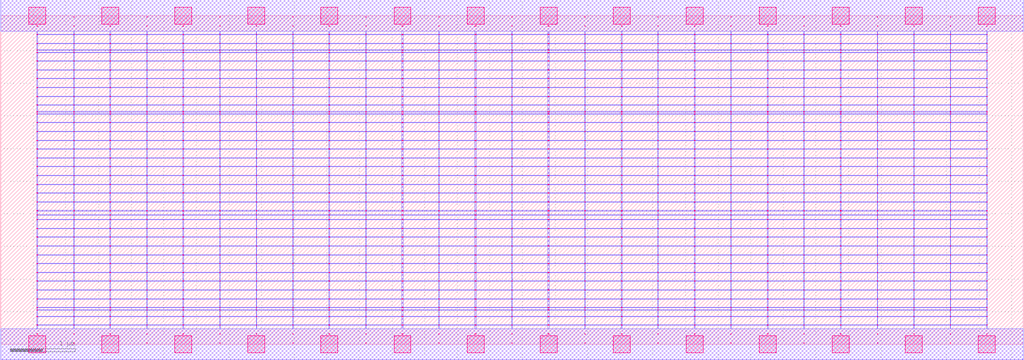
<source format=lef>
MACRO AAAOOAOI222211_DEBUG
 CLASS CORE ;
 FOREIGN AAAOOAOI222211_DEBUG 0 0 ;
 SIZE 15.68 BY 5.04 ;
 ORIGIN 0 0 ;
 SYMMETRY X Y R90 ;
 SITE unit ;

 OBS
    LAYER polycont ;
     RECT 7.83600000 0.15300000 7.84400000 0.16100000 ;
     RECT 7.83600000 0.28800000 7.84400000 0.29600000 ;
     RECT 7.83600000 0.42300000 7.84400000 0.43100000 ;
     RECT 7.83600000 0.52100000 7.84400000 0.52900000 ;
     RECT 7.83600000 0.55800000 7.84400000 0.56600000 ;
     RECT 7.83600000 0.69300000 7.84400000 0.70100000 ;
     RECT 7.83600000 0.82800000 7.84400000 0.83600000 ;
     RECT 7.83600000 0.96300000 7.84400000 0.97100000 ;
     RECT 7.83600000 1.09800000 7.84400000 1.10600000 ;
     RECT 7.83600000 1.23300000 7.84400000 1.24100000 ;
     RECT 7.83600000 1.36800000 7.84400000 1.37600000 ;
     RECT 7.83600000 1.50300000 7.84400000 1.51100000 ;
     RECT 7.83600000 1.63800000 7.84400000 1.64600000 ;
     RECT 7.83600000 1.77300000 7.84400000 1.78100000 ;
     RECT 7.83600000 1.90800000 7.84400000 1.91600000 ;
     RECT 7.83600000 1.98100000 7.84400000 1.98900000 ;
     RECT 7.83600000 2.04300000 7.84400000 2.05100000 ;
     RECT 7.83600000 2.17800000 7.84400000 2.18600000 ;
     RECT 7.83600000 2.31300000 7.84400000 2.32100000 ;
     RECT 7.83600000 2.44800000 7.84400000 2.45600000 ;
     RECT 7.83600000 2.58300000 7.84400000 2.59100000 ;
     RECT 7.83600000 2.71800000 7.84400000 2.72600000 ;
     RECT 7.83600000 2.85300000 7.84400000 2.86100000 ;
     RECT 7.83600000 2.98800000 7.84400000 2.99600000 ;
     RECT 13.43600000 3.79800000 13.44400000 3.80600000 ;
     RECT 13.99600000 3.79800000 14.00400000 3.80600000 ;
     RECT 14.55600000 3.79800000 14.56400000 3.80600000 ;
     RECT 15.11600000 3.79800000 15.12400000 3.80600000 ;
     RECT 13.43600000 3.93300000 13.44400000 3.94100000 ;
     RECT 13.99600000 3.93300000 14.00400000 3.94100000 ;
     RECT 14.55600000 3.93300000 14.56400000 3.94100000 ;
     RECT 15.11600000 3.93300000 15.12400000 3.94100000 ;
     RECT 13.43600000 4.06800000 13.44400000 4.07600000 ;
     RECT 13.99600000 4.06800000 14.00400000 4.07600000 ;
     RECT 14.55600000 4.06800000 14.56400000 4.07600000 ;
     RECT 15.11600000 4.06800000 15.12400000 4.07600000 ;
     RECT 13.43600000 4.20300000 13.44400000 4.21100000 ;
     RECT 13.99600000 4.20300000 14.00400000 4.21100000 ;
     RECT 14.55600000 4.20300000 14.56400000 4.21100000 ;
     RECT 15.11600000 4.20300000 15.12400000 4.21100000 ;
     RECT 13.43600000 4.33800000 13.44400000 4.34600000 ;
     RECT 13.99600000 4.33800000 14.00400000 4.34600000 ;
     RECT 14.55600000 4.33800000 14.56400000 4.34600000 ;
     RECT 15.11600000 4.33800000 15.12400000 4.34600000 ;
     RECT 13.43600000 4.47300000 13.44400000 4.48100000 ;
     RECT 13.99600000 4.47300000 14.00400000 4.48100000 ;
     RECT 14.55600000 4.47300000 14.56400000 4.48100000 ;
     RECT 15.11600000 4.47300000 15.12400000 4.48100000 ;
     RECT 13.43600000 4.51100000 13.44400000 4.51900000 ;
     RECT 13.99600000 4.51100000 14.00400000 4.51900000 ;
     RECT 14.55600000 4.51100000 14.56400000 4.51900000 ;
     RECT 15.11600000 4.51100000 15.12400000 4.51900000 ;
     RECT 13.43600000 4.60800000 13.44400000 4.61600000 ;
     RECT 13.99600000 4.60800000 14.00400000 4.61600000 ;
     RECT 14.55600000 4.60800000 14.56400000 4.61600000 ;
     RECT 15.11600000 4.60800000 15.12400000 4.61600000 ;
     RECT 13.43600000 4.74300000 13.44400000 4.75100000 ;
     RECT 13.99600000 4.74300000 14.00400000 4.75100000 ;
     RECT 14.55600000 4.74300000 14.56400000 4.75100000 ;
     RECT 15.11600000 4.74300000 15.12400000 4.75100000 ;
     RECT 13.43600000 4.87800000 13.44400000 4.88600000 ;
     RECT 13.99600000 4.87800000 14.00400000 4.88600000 ;
     RECT 14.55600000 4.87800000 14.56400000 4.88600000 ;
     RECT 15.11600000 4.87800000 15.12400000 4.88600000 ;
     RECT 11.19600000 2.85300000 11.20400000 2.86100000 ;
     RECT 9.51100000 2.58300000 9.52900000 2.59100000 ;
     RECT 8.39100000 2.98800000 8.40900000 2.99600000 ;
     RECT 8.95600000 2.98800000 8.96400000 2.99600000 ;
     RECT 9.51100000 2.98800000 9.52900000 2.99600000 ;
     RECT 10.07600000 2.98800000 10.08400000 2.99600000 ;
     RECT 10.63100000 2.98800000 10.64900000 2.99600000 ;
     RECT 11.19600000 2.98800000 11.20400000 2.99600000 ;
     RECT 10.07600000 2.58300000 10.08400000 2.59100000 ;
     RECT 10.63100000 2.58300000 10.64900000 2.59100000 ;
     RECT 11.19600000 2.58300000 11.20400000 2.59100000 ;
     RECT 8.39100000 2.58300000 8.40900000 2.59100000 ;
     RECT 8.39100000 2.71800000 8.40900000 2.72600000 ;
     RECT 8.95600000 2.71800000 8.96400000 2.72600000 ;
     RECT 9.51100000 2.71800000 9.52900000 2.72600000 ;
     RECT 10.07600000 2.71800000 10.08400000 2.72600000 ;
     RECT 10.63100000 2.71800000 10.64900000 2.72600000 ;
     RECT 11.19600000 2.71800000 11.20400000 2.72600000 ;
     RECT 8.95600000 2.58300000 8.96400000 2.59100000 ;
     RECT 8.39100000 2.85300000 8.40900000 2.86100000 ;
     RECT 8.95600000 2.85300000 8.96400000 2.86100000 ;
     RECT 9.51100000 2.85300000 9.52900000 2.86100000 ;
     RECT 10.07600000 2.85300000 10.08400000 2.86100000 ;
     RECT 10.63100000 2.85300000 10.64900000 2.86100000 ;
     RECT 13.43600000 3.52800000 13.44400000 3.53600000 ;
     RECT 13.99600000 3.52800000 14.00400000 3.53600000 ;
     RECT 14.55600000 3.52800000 14.56400000 3.53600000 ;
     RECT 15.11600000 3.52800000 15.12400000 3.53600000 ;
     RECT 13.43600000 3.56100000 13.44400000 3.56900000 ;
     RECT 13.99600000 3.56100000 14.00400000 3.56900000 ;
     RECT 14.55600000 3.56100000 14.56400000 3.56900000 ;
     RECT 15.11600000 3.56100000 15.12400000 3.56900000 ;
     RECT 13.43600000 3.66300000 13.44400000 3.67100000 ;
     RECT 13.99600000 3.66300000 14.00400000 3.67100000 ;
     RECT 14.55600000 3.66300000 14.56400000 3.67100000 ;
     RECT 15.11600000 3.66300000 15.12400000 3.67100000 ;
     RECT 11.75100000 2.58300000 11.76900000 2.59100000 ;
     RECT 12.31600000 2.58300000 12.32400000 2.59100000 ;
     RECT 12.87600000 2.58300000 12.88900000 2.59100000 ;
     RECT 13.43600000 2.58300000 13.44400000 2.59100000 ;
     RECT 13.99600000 2.58300000 14.00400000 2.59100000 ;
     RECT 14.55600000 2.58300000 14.56400000 2.59100000 ;
     RECT 15.11600000 2.58300000 15.12400000 2.59100000 ;
     RECT 11.75100000 2.85300000 11.76900000 2.86100000 ;
     RECT 12.31600000 2.85300000 12.32400000 2.86100000 ;
     RECT 12.87600000 2.85300000 12.88900000 2.86100000 ;
     RECT 13.43600000 2.85300000 13.44400000 2.86100000 ;
     RECT 13.99600000 2.85300000 14.00400000 2.86100000 ;
     RECT 14.55600000 2.85300000 14.56400000 2.86100000 ;
     RECT 15.11600000 2.85300000 15.12400000 2.86100000 ;
     RECT 11.75100000 2.71800000 11.76900000 2.72600000 ;
     RECT 12.31600000 2.71800000 12.32400000 2.72600000 ;
     RECT 12.87600000 2.71800000 12.88900000 2.72600000 ;
     RECT 13.43600000 2.71800000 13.44400000 2.72600000 ;
     RECT 13.99600000 2.71800000 14.00400000 2.72600000 ;
     RECT 14.55600000 2.71800000 14.56400000 2.72600000 ;
     RECT 15.11600000 2.71800000 15.12400000 2.72600000 ;
     RECT 11.75100000 2.98800000 11.76900000 2.99600000 ;
     RECT 12.31600000 2.98800000 12.32400000 2.99600000 ;
     RECT 12.87600000 2.98800000 12.88900000 2.99600000 ;
     RECT 13.43600000 2.98800000 13.44400000 2.99600000 ;
     RECT 13.99600000 2.98800000 14.00400000 2.99600000 ;
     RECT 14.55600000 2.98800000 14.56400000 2.99600000 ;
     RECT 15.11600000 2.98800000 15.12400000 2.99600000 ;
     RECT 13.43600000 3.12300000 13.44400000 3.13100000 ;
     RECT 13.99600000 3.12300000 14.00400000 3.13100000 ;
     RECT 14.55600000 3.12300000 14.56400000 3.13100000 ;
     RECT 15.11600000 3.12300000 15.12400000 3.13100000 ;
     RECT 13.43600000 3.25800000 13.44400000 3.26600000 ;
     RECT 13.99600000 3.25800000 14.00400000 3.26600000 ;
     RECT 14.55600000 3.25800000 14.56400000 3.26600000 ;
     RECT 15.11600000 3.25800000 15.12400000 3.26600000 ;
     RECT 13.43600000 3.39300000 13.44400000 3.40100000 ;
     RECT 13.99600000 3.39300000 14.00400000 3.40100000 ;
     RECT 14.55600000 3.39300000 14.56400000 3.40100000 ;
     RECT 15.11600000 3.39300000 15.12400000 3.40100000 ;
     RECT 6.71600000 2.85300000 6.72400000 2.86100000 ;
     RECT 7.27100000 2.85300000 7.28900000 2.86100000 ;
     RECT 1.11600000 2.71800000 1.12400000 2.72600000 ;
     RECT 4.47600000 3.52800000 4.48400000 3.53600000 ;
     RECT 1.67100000 2.71800000 1.68900000 2.72600000 ;
     RECT 2.23600000 2.71800000 2.24400000 2.72600000 ;
     RECT 2.79100000 2.71800000 2.80900000 2.72600000 ;
     RECT 3.35600000 2.71800000 3.36400000 2.72600000 ;
     RECT 4.47600000 3.56100000 4.48400000 3.56900000 ;
     RECT 3.91600000 2.71800000 3.92900000 2.72600000 ;
     RECT 4.47600000 2.71800000 4.48400000 2.72600000 ;
     RECT 5.03100000 2.71800000 5.04400000 2.72600000 ;
     RECT 5.59600000 2.71800000 5.60400000 2.72600000 ;
     RECT 4.47600000 3.66300000 4.48400000 3.67100000 ;
     RECT 6.15100000 2.71800000 6.16900000 2.72600000 ;
     RECT 6.71600000 2.71800000 6.72400000 2.72600000 ;
     RECT 7.27100000 2.71800000 7.28900000 2.72600000 ;
     RECT 1.11600000 2.58300000 1.12400000 2.59100000 ;
     RECT 4.47600000 3.79800000 4.48400000 3.80600000 ;
     RECT 1.67100000 2.58300000 1.68900000 2.59100000 ;
     RECT 0.55100000 2.98800000 0.56400000 2.99600000 ;
     RECT 1.11600000 2.98800000 1.12400000 2.99600000 ;
     RECT 1.67100000 2.98800000 1.68900000 2.99600000 ;
     RECT 4.47600000 3.93300000 4.48400000 3.94100000 ;
     RECT 2.23600000 2.98800000 2.24400000 2.99600000 ;
     RECT 2.79100000 2.98800000 2.80900000 2.99600000 ;
     RECT 3.35600000 2.98800000 3.36400000 2.99600000 ;
     RECT 3.91600000 2.98800000 3.92900000 2.99600000 ;
     RECT 4.47600000 4.06800000 4.48400000 4.07600000 ;
     RECT 4.47600000 2.98800000 4.48400000 2.99600000 ;
     RECT 5.03100000 2.98800000 5.04400000 2.99600000 ;
     RECT 5.59600000 2.98800000 5.60400000 2.99600000 ;
     RECT 6.15100000 2.98800000 6.16900000 2.99600000 ;
     RECT 4.47600000 4.20300000 4.48400000 4.21100000 ;
     RECT 6.71600000 2.98800000 6.72400000 2.99600000 ;
     RECT 7.27100000 2.98800000 7.28900000 2.99600000 ;
     RECT 2.23600000 2.58300000 2.24400000 2.59100000 ;
     RECT 2.79100000 2.58300000 2.80900000 2.59100000 ;
     RECT 4.47600000 4.33800000 4.48400000 4.34600000 ;
     RECT 3.35600000 2.58300000 3.36400000 2.59100000 ;
     RECT 3.91600000 2.58300000 3.92900000 2.59100000 ;
     RECT 4.47600000 2.58300000 4.48400000 2.59100000 ;
     RECT 5.03100000 2.58300000 5.04400000 2.59100000 ;
     RECT 4.47600000 4.47300000 4.48400000 4.48100000 ;
     RECT 5.59600000 2.58300000 5.60400000 2.59100000 ;
     RECT 6.15100000 2.58300000 6.16900000 2.59100000 ;
     RECT 6.71600000 2.58300000 6.72400000 2.59100000 ;
     RECT 7.27100000 2.58300000 7.28900000 2.59100000 ;
     RECT 4.47600000 4.51100000 4.48400000 4.51900000 ;
     RECT 0.55100000 2.58300000 0.56400000 2.59100000 ;
     RECT 0.55100000 2.71800000 0.56400000 2.72600000 ;
     RECT 0.55100000 2.85300000 0.56400000 2.86100000 ;
     RECT 1.11600000 2.85300000 1.12400000 2.86100000 ;
     RECT 4.47600000 4.60800000 4.48400000 4.61600000 ;
     RECT 4.47600000 3.12300000 4.48400000 3.13100000 ;
     RECT 1.67100000 2.85300000 1.68900000 2.86100000 ;
     RECT 2.23600000 2.85300000 2.24400000 2.86100000 ;
     RECT 2.79100000 2.85300000 2.80900000 2.86100000 ;
     RECT 4.47600000 4.74300000 4.48400000 4.75100000 ;
     RECT 3.35600000 2.85300000 3.36400000 2.86100000 ;
     RECT 4.47600000 3.25800000 4.48400000 3.26600000 ;
     RECT 3.91600000 2.85300000 3.92900000 2.86100000 ;
     RECT 4.47600000 2.85300000 4.48400000 2.86100000 ;
     RECT 4.47600000 4.87800000 4.48400000 4.88600000 ;
     RECT 5.03100000 2.85300000 5.04400000 2.86100000 ;
     RECT 5.59600000 2.85300000 5.60400000 2.86100000 ;
     RECT 4.47600000 3.39300000 4.48400000 3.40100000 ;
     RECT 6.15100000 2.85300000 6.16900000 2.86100000 ;
     RECT 3.35600000 1.90800000 3.36400000 1.91600000 ;
     RECT 3.35600000 0.96300000 3.36400000 0.97100000 ;
     RECT 3.35600000 1.98100000 3.36400000 1.98900000 ;
     RECT 3.35600000 0.15300000 3.36400000 0.16100000 ;
     RECT 3.35600000 2.04300000 3.36400000 2.05100000 ;
     RECT 3.35600000 1.09800000 3.36400000 1.10600000 ;
     RECT 3.35600000 2.17800000 3.36400000 2.18600000 ;
     RECT 3.35600000 0.55800000 3.36400000 0.56600000 ;
     RECT 3.35600000 2.31300000 3.36400000 2.32100000 ;
     RECT 3.35600000 1.23300000 3.36400000 1.24100000 ;
     RECT 3.35600000 2.44800000 3.36400000 2.45600000 ;
     RECT 3.35600000 0.42300000 3.36400000 0.43100000 ;
     RECT 3.35600000 1.36800000 3.36400000 1.37600000 ;
     RECT 3.35600000 0.69300000 3.36400000 0.70100000 ;
     RECT 3.35600000 1.50300000 3.36400000 1.51100000 ;
     RECT 3.35600000 0.28800000 3.36400000 0.29600000 ;
     RECT 3.35600000 1.63800000 3.36400000 1.64600000 ;
     RECT 3.35600000 0.82800000 3.36400000 0.83600000 ;
     RECT 3.35600000 1.77300000 3.36400000 1.78100000 ;
     RECT 3.35600000 0.52100000 3.36400000 0.52900000 ;
     RECT 13.43600000 1.36800000 13.44400000 1.37600000 ;
     RECT 13.43600000 0.28800000 13.44400000 0.29600000 ;
     RECT 13.43600000 2.04300000 13.44400000 2.05100000 ;
     RECT 13.43600000 0.96300000 13.44400000 0.97100000 ;
     RECT 13.43600000 1.50300000 13.44400000 1.51100000 ;
     RECT 13.43600000 2.17800000 13.44400000 2.18600000 ;
     RECT 13.43600000 0.52100000 13.44400000 0.52900000 ;
     RECT 13.43600000 0.69300000 13.44400000 0.70100000 ;
     RECT 13.43600000 2.31300000 13.44400000 2.32100000 ;
     RECT 13.43600000 1.63800000 13.44400000 1.64600000 ;
     RECT 13.43600000 1.09800000 13.44400000 1.10600000 ;
     RECT 13.43600000 2.44800000 13.44400000 2.45600000 ;
     RECT 13.43600000 0.42300000 13.44400000 0.43100000 ;
     RECT 13.43600000 1.77300000 13.44400000 1.78100000 ;
     RECT 13.43600000 0.15300000 13.44400000 0.16100000 ;
     RECT 13.43600000 1.23300000 13.44400000 1.24100000 ;
     RECT 13.43600000 1.90800000 13.44400000 1.91600000 ;
     RECT 13.43600000 0.82800000 13.44400000 0.83600000 ;
     RECT 13.43600000 0.55800000 13.44400000 0.56600000 ;
     RECT 13.43600000 1.98100000 13.44400000 1.98900000 ;

    LAYER pdiffc ;
     RECT 0.55100000 3.39300000 0.55900000 3.40100000 ;
     RECT 3.92100000 3.39300000 3.92900000 3.40100000 ;
     RECT 5.03100000 3.39300000 5.03900000 3.40100000 ;
     RECT 12.88100000 3.39300000 12.88900000 3.40100000 ;
     RECT 0.55100000 3.52800000 0.55900000 3.53600000 ;
     RECT 3.92100000 3.52800000 3.92900000 3.53600000 ;
     RECT 5.03100000 3.52800000 5.03900000 3.53600000 ;
     RECT 12.88100000 3.52800000 12.88900000 3.53600000 ;
     RECT 0.55100000 3.56100000 0.55900000 3.56900000 ;
     RECT 3.92100000 3.56100000 3.92900000 3.56900000 ;
     RECT 5.03100000 3.56100000 5.03900000 3.56900000 ;
     RECT 12.88100000 3.56100000 12.88900000 3.56900000 ;
     RECT 0.55100000 3.66300000 0.55900000 3.67100000 ;
     RECT 3.92100000 3.66300000 3.92900000 3.67100000 ;
     RECT 5.03100000 3.66300000 5.03900000 3.67100000 ;
     RECT 12.88100000 3.66300000 12.88900000 3.67100000 ;
     RECT 0.55100000 3.79800000 0.55900000 3.80600000 ;
     RECT 3.92100000 3.79800000 3.92900000 3.80600000 ;
     RECT 5.03100000 3.79800000 5.03900000 3.80600000 ;
     RECT 12.88100000 3.79800000 12.88900000 3.80600000 ;
     RECT 0.55100000 3.93300000 0.55900000 3.94100000 ;
     RECT 3.92100000 3.93300000 3.92900000 3.94100000 ;
     RECT 5.03100000 3.93300000 5.03900000 3.94100000 ;
     RECT 12.88100000 3.93300000 12.88900000 3.94100000 ;
     RECT 0.55100000 4.06800000 0.55900000 4.07600000 ;
     RECT 3.92100000 4.06800000 3.92900000 4.07600000 ;
     RECT 5.03100000 4.06800000 5.03900000 4.07600000 ;
     RECT 12.88100000 4.06800000 12.88900000 4.07600000 ;
     RECT 0.55100000 4.20300000 0.55900000 4.21100000 ;
     RECT 3.92100000 4.20300000 3.92900000 4.21100000 ;
     RECT 5.03100000 4.20300000 5.03900000 4.21100000 ;
     RECT 12.88100000 4.20300000 12.88900000 4.21100000 ;
     RECT 0.55100000 4.33800000 0.55900000 4.34600000 ;
     RECT 3.92100000 4.33800000 3.92900000 4.34600000 ;
     RECT 5.03100000 4.33800000 5.03900000 4.34600000 ;
     RECT 12.88100000 4.33800000 12.88900000 4.34600000 ;
     RECT 0.55100000 4.47300000 0.55900000 4.48100000 ;
     RECT 3.92100000 4.47300000 3.92900000 4.48100000 ;
     RECT 5.03100000 4.47300000 5.03900000 4.48100000 ;
     RECT 12.88100000 4.47300000 12.88900000 4.48100000 ;
     RECT 0.55100000 4.51100000 0.55900000 4.51900000 ;
     RECT 3.92100000 4.51100000 3.92900000 4.51900000 ;
     RECT 5.03100000 4.51100000 5.03900000 4.51900000 ;
     RECT 12.88100000 4.51100000 12.88900000 4.51900000 ;
     RECT 0.55100000 4.60800000 0.55900000 4.61600000 ;
     RECT 3.92100000 4.60800000 3.92900000 4.61600000 ;
     RECT 5.03100000 4.60800000 5.03900000 4.61600000 ;
     RECT 12.88100000 4.60800000 12.88900000 4.61600000 ;

    LAYER ndiffc ;
     RECT 11.75100000 0.42300000 11.76900000 0.43100000 ;
     RECT 12.87600000 0.42300000 12.88900000 0.43100000 ;
     RECT 13.99600000 0.42300000 14.00400000 0.43100000 ;
     RECT 15.11600000 0.42300000 15.12400000 0.43100000 ;
     RECT 11.75100000 0.52100000 11.76900000 0.52900000 ;
     RECT 12.87600000 0.52100000 12.88900000 0.52900000 ;
     RECT 13.99600000 0.52100000 14.00400000 0.52900000 ;
     RECT 15.11600000 0.52100000 15.12400000 0.52900000 ;
     RECT 11.75100000 0.55800000 11.76900000 0.56600000 ;
     RECT 12.87600000 0.55800000 12.88900000 0.56600000 ;
     RECT 13.99600000 0.55800000 14.00400000 0.56600000 ;
     RECT 15.11600000 0.55800000 15.12400000 0.56600000 ;
     RECT 11.75100000 0.69300000 11.76900000 0.70100000 ;
     RECT 12.87600000 0.69300000 12.88900000 0.70100000 ;
     RECT 13.99600000 0.69300000 14.00400000 0.70100000 ;
     RECT 15.11600000 0.69300000 15.12400000 0.70100000 ;
     RECT 11.75100000 0.82800000 11.76900000 0.83600000 ;
     RECT 12.87600000 0.82800000 12.88900000 0.83600000 ;
     RECT 13.99600000 0.82800000 14.00400000 0.83600000 ;
     RECT 15.11600000 0.82800000 15.12400000 0.83600000 ;
     RECT 11.75100000 0.96300000 11.76900000 0.97100000 ;
     RECT 12.87600000 0.96300000 12.88900000 0.97100000 ;
     RECT 13.99600000 0.96300000 14.00400000 0.97100000 ;
     RECT 15.11600000 0.96300000 15.12400000 0.97100000 ;
     RECT 11.75100000 1.09800000 11.76900000 1.10600000 ;
     RECT 12.87600000 1.09800000 12.88900000 1.10600000 ;
     RECT 13.99600000 1.09800000 14.00400000 1.10600000 ;
     RECT 15.11600000 1.09800000 15.12400000 1.10600000 ;
     RECT 11.75100000 1.23300000 11.76900000 1.24100000 ;
     RECT 12.87600000 1.23300000 12.88900000 1.24100000 ;
     RECT 13.99600000 1.23300000 14.00400000 1.24100000 ;
     RECT 15.11600000 1.23300000 15.12400000 1.24100000 ;
     RECT 11.75100000 1.36800000 11.76900000 1.37600000 ;
     RECT 12.87600000 1.36800000 12.88900000 1.37600000 ;
     RECT 13.99600000 1.36800000 14.00400000 1.37600000 ;
     RECT 15.11600000 1.36800000 15.12400000 1.37600000 ;
     RECT 11.75100000 1.50300000 11.76900000 1.51100000 ;
     RECT 12.87600000 1.50300000 12.88900000 1.51100000 ;
     RECT 13.99600000 1.50300000 14.00400000 1.51100000 ;
     RECT 15.11600000 1.50300000 15.12400000 1.51100000 ;
     RECT 11.75100000 1.63800000 11.76900000 1.64600000 ;
     RECT 12.87600000 1.63800000 12.88900000 1.64600000 ;
     RECT 13.99600000 1.63800000 14.00400000 1.64600000 ;
     RECT 15.11600000 1.63800000 15.12400000 1.64600000 ;
     RECT 11.75100000 1.77300000 11.76900000 1.78100000 ;
     RECT 12.87600000 1.77300000 12.88900000 1.78100000 ;
     RECT 13.99600000 1.77300000 14.00400000 1.78100000 ;
     RECT 15.11600000 1.77300000 15.12400000 1.78100000 ;
     RECT 11.75100000 1.90800000 11.76900000 1.91600000 ;
     RECT 12.87600000 1.90800000 12.88900000 1.91600000 ;
     RECT 13.99600000 1.90800000 14.00400000 1.91600000 ;
     RECT 15.11600000 1.90800000 15.12400000 1.91600000 ;
     RECT 11.75100000 1.98100000 11.76900000 1.98900000 ;
     RECT 12.87600000 1.98100000 12.88900000 1.98900000 ;
     RECT 13.99600000 1.98100000 14.00400000 1.98900000 ;
     RECT 15.11600000 1.98100000 15.12400000 1.98900000 ;
     RECT 11.75100000 2.04300000 11.76900000 2.05100000 ;
     RECT 12.87600000 2.04300000 12.88900000 2.05100000 ;
     RECT 13.99600000 2.04300000 14.00400000 2.05100000 ;
     RECT 15.11600000 2.04300000 15.12400000 2.05100000 ;
     RECT 10.63100000 0.52100000 10.64900000 0.52900000 ;
     RECT 9.51100000 0.42300000 9.52900000 0.43100000 ;
     RECT 8.39100000 0.96300000 8.40900000 0.97100000 ;
     RECT 8.39100000 1.50300000 8.40900000 1.51100000 ;
     RECT 9.51100000 1.50300000 9.52900000 1.51100000 ;
     RECT 10.63100000 1.50300000 10.64900000 1.51100000 ;
     RECT 9.51100000 0.96300000 9.52900000 0.97100000 ;
     RECT 10.63100000 0.96300000 10.64900000 0.97100000 ;
     RECT 10.63100000 0.42300000 10.64900000 0.43100000 ;
     RECT 8.39100000 0.69300000 8.40900000 0.70100000 ;
     RECT 8.39100000 1.63800000 8.40900000 1.64600000 ;
     RECT 9.51100000 1.63800000 9.52900000 1.64600000 ;
     RECT 10.63100000 1.63800000 10.64900000 1.64600000 ;
     RECT 9.51100000 0.69300000 9.52900000 0.70100000 ;
     RECT 10.63100000 0.69300000 10.64900000 0.70100000 ;
     RECT 8.39100000 1.09800000 8.40900000 1.10600000 ;
     RECT 9.51100000 1.09800000 9.52900000 1.10600000 ;
     RECT 8.39100000 1.77300000 8.40900000 1.78100000 ;
     RECT 9.51100000 1.77300000 9.52900000 1.78100000 ;
     RECT 10.63100000 1.77300000 10.64900000 1.78100000 ;
     RECT 10.63100000 1.09800000 10.64900000 1.10600000 ;
     RECT 8.39100000 0.42300000 8.40900000 0.43100000 ;
     RECT 8.39100000 0.52100000 8.40900000 0.52900000 ;
     RECT 8.39100000 0.55800000 8.40900000 0.56600000 ;
     RECT 8.39100000 1.90800000 8.40900000 1.91600000 ;
     RECT 9.51100000 1.90800000 9.52900000 1.91600000 ;
     RECT 10.63100000 1.90800000 10.64900000 1.91600000 ;
     RECT 9.51100000 0.55800000 9.52900000 0.56600000 ;
     RECT 8.39100000 1.23300000 8.40900000 1.24100000 ;
     RECT 9.51100000 1.23300000 9.52900000 1.24100000 ;
     RECT 10.63100000 1.23300000 10.64900000 1.24100000 ;
     RECT 8.39100000 1.98100000 8.40900000 1.98900000 ;
     RECT 9.51100000 1.98100000 9.52900000 1.98900000 ;
     RECT 10.63100000 1.98100000 10.64900000 1.98900000 ;
     RECT 8.39100000 0.82800000 8.40900000 0.83600000 ;
     RECT 9.51100000 0.82800000 9.52900000 0.83600000 ;
     RECT 10.63100000 0.82800000 10.64900000 0.83600000 ;
     RECT 10.63100000 0.55800000 10.64900000 0.56600000 ;
     RECT 8.39100000 2.04300000 8.40900000 2.05100000 ;
     RECT 9.51100000 2.04300000 9.52900000 2.05100000 ;
     RECT 10.63100000 2.04300000 10.64900000 2.05100000 ;
     RECT 8.39100000 1.36800000 8.40900000 1.37600000 ;
     RECT 9.51100000 1.36800000 9.52900000 1.37600000 ;
     RECT 10.63100000 1.36800000 10.64900000 1.37600000 ;
     RECT 9.51100000 0.52100000 9.52900000 0.52900000 ;
     RECT 5.03100000 0.42300000 5.04400000 0.43100000 ;
     RECT 6.15100000 0.42300000 6.16900000 0.43100000 ;
     RECT 7.27100000 0.42300000 7.28900000 0.43100000 ;
     RECT 5.03100000 1.36800000 5.04400000 1.37600000 ;
     RECT 6.15100000 1.36800000 6.16900000 1.37600000 ;
     RECT 7.27100000 1.36800000 7.28900000 1.37600000 ;
     RECT 5.03100000 0.82800000 5.04400000 0.83600000 ;
     RECT 6.15100000 0.82800000 6.16900000 0.83600000 ;
     RECT 7.27100000 0.82800000 7.28900000 0.83600000 ;
     RECT 5.03100000 1.50300000 5.04400000 1.51100000 ;
     RECT 6.15100000 1.50300000 6.16900000 1.51100000 ;
     RECT 7.27100000 1.50300000 7.28900000 1.51100000 ;
     RECT 5.03100000 0.55800000 5.04400000 0.56600000 ;
     RECT 6.15100000 0.55800000 6.16900000 0.56600000 ;
     RECT 7.27100000 0.55800000 7.28900000 0.56600000 ;
     RECT 5.03100000 1.63800000 5.04400000 1.64600000 ;
     RECT 6.15100000 1.63800000 6.16900000 1.64600000 ;
     RECT 7.27100000 1.63800000 7.28900000 1.64600000 ;
     RECT 5.03100000 0.96300000 5.04400000 0.97100000 ;
     RECT 6.15100000 0.96300000 6.16900000 0.97100000 ;
     RECT 7.27100000 0.96300000 7.28900000 0.97100000 ;
     RECT 5.03100000 1.77300000 5.04400000 1.78100000 ;
     RECT 6.15100000 1.77300000 6.16900000 1.78100000 ;
     RECT 7.27100000 1.77300000 7.28900000 1.78100000 ;
     RECT 5.03100000 0.52100000 5.04400000 0.52900000 ;
     RECT 6.15100000 0.52100000 6.16900000 0.52900000 ;
     RECT 7.27100000 0.52100000 7.28900000 0.52900000 ;
     RECT 5.03100000 1.90800000 5.04400000 1.91600000 ;
     RECT 6.15100000 1.90800000 6.16900000 1.91600000 ;
     RECT 7.27100000 1.90800000 7.28900000 1.91600000 ;
     RECT 5.03100000 1.09800000 5.04400000 1.10600000 ;
     RECT 6.15100000 1.09800000 6.16900000 1.10600000 ;
     RECT 7.27100000 1.09800000 7.28900000 1.10600000 ;
     RECT 5.03100000 1.98100000 5.04400000 1.98900000 ;
     RECT 6.15100000 1.98100000 6.16900000 1.98900000 ;
     RECT 7.27100000 1.98100000 7.28900000 1.98900000 ;
     RECT 5.03100000 0.69300000 5.04400000 0.70100000 ;
     RECT 6.15100000 0.69300000 6.16900000 0.70100000 ;
     RECT 7.27100000 0.69300000 7.28900000 0.70100000 ;
     RECT 5.03100000 2.04300000 5.04400000 2.05100000 ;
     RECT 6.15100000 2.04300000 6.16900000 2.05100000 ;
     RECT 7.27100000 2.04300000 7.28900000 2.05100000 ;
     RECT 5.03100000 1.23300000 5.04400000 1.24100000 ;
     RECT 6.15100000 1.23300000 6.16900000 1.24100000 ;
     RECT 7.27100000 1.23300000 7.28900000 1.24100000 ;
     RECT 3.91600000 0.96300000 3.92900000 0.97100000 ;
     RECT 2.79100000 0.42300000 2.80900000 0.43100000 ;
     RECT 0.55100000 1.36800000 0.56400000 1.37600000 ;
     RECT 1.67100000 1.36800000 1.68900000 1.37600000 ;
     RECT 0.55100000 1.77300000 0.56400000 1.78100000 ;
     RECT 1.67100000 1.77300000 1.68900000 1.78100000 ;
     RECT 2.79100000 1.77300000 2.80900000 1.78100000 ;
     RECT 3.91600000 1.77300000 3.92900000 1.78100000 ;
     RECT 0.55100000 1.50300000 0.56400000 1.51100000 ;
     RECT 1.67100000 1.50300000 1.68900000 1.51100000 ;
     RECT 2.79100000 1.50300000 2.80900000 1.51100000 ;
     RECT 0.55100000 0.52100000 0.56400000 0.52900000 ;
     RECT 1.67100000 0.52100000 1.68900000 0.52900000 ;
     RECT 2.79100000 0.52100000 2.80900000 0.52900000 ;
     RECT 3.91600000 0.52100000 3.92900000 0.52900000 ;
     RECT 3.91600000 1.50300000 3.92900000 1.51100000 ;
     RECT 2.79100000 1.36800000 2.80900000 1.37600000 ;
     RECT 3.91600000 1.36800000 3.92900000 1.37600000 ;
     RECT 0.55100000 1.90800000 0.56400000 1.91600000 ;
     RECT 1.67100000 1.90800000 1.68900000 1.91600000 ;
     RECT 2.79100000 1.90800000 2.80900000 1.91600000 ;
     RECT 3.91600000 1.90800000 3.92900000 1.91600000 ;
     RECT 3.91600000 0.42300000 3.92900000 0.43100000 ;
     RECT 0.55100000 0.55800000 0.56400000 0.56600000 ;
     RECT 1.67100000 0.55800000 1.68900000 0.56600000 ;
     RECT 0.55100000 1.09800000 0.56400000 1.10600000 ;
     RECT 1.67100000 1.09800000 1.68900000 1.10600000 ;
     RECT 2.79100000 1.09800000 2.80900000 1.10600000 ;
     RECT 3.91600000 1.09800000 3.92900000 1.10600000 ;
     RECT 2.79100000 0.55800000 2.80900000 0.56600000 ;
     RECT 3.91600000 0.55800000 3.92900000 0.56600000 ;
     RECT 0.55100000 0.42300000 0.56400000 0.43100000 ;
     RECT 0.55100000 1.98100000 0.56400000 1.98900000 ;
     RECT 1.67100000 1.98100000 1.68900000 1.98900000 ;
     RECT 2.79100000 1.98100000 2.80900000 1.98900000 ;
     RECT 3.91600000 1.98100000 3.92900000 1.98900000 ;
     RECT 1.67100000 0.42300000 1.68900000 0.43100000 ;
     RECT 0.55100000 0.82800000 0.56400000 0.83600000 ;
     RECT 0.55100000 1.63800000 0.56400000 1.64600000 ;
     RECT 0.55100000 0.69300000 0.56400000 0.70100000 ;
     RECT 1.67100000 0.69300000 1.68900000 0.70100000 ;
     RECT 2.79100000 0.69300000 2.80900000 0.70100000 ;
     RECT 3.91600000 0.69300000 3.92900000 0.70100000 ;
     RECT 1.67100000 1.63800000 1.68900000 1.64600000 ;
     RECT 2.79100000 1.63800000 2.80900000 1.64600000 ;
     RECT 3.91600000 1.63800000 3.92900000 1.64600000 ;
     RECT 0.55100000 2.04300000 0.56400000 2.05100000 ;
     RECT 1.67100000 2.04300000 1.68900000 2.05100000 ;
     RECT 2.79100000 2.04300000 2.80900000 2.05100000 ;
     RECT 3.91600000 2.04300000 3.92900000 2.05100000 ;
     RECT 1.67100000 0.82800000 1.68900000 0.83600000 ;
     RECT 2.79100000 0.82800000 2.80900000 0.83600000 ;
     RECT 3.91600000 0.82800000 3.92900000 0.83600000 ;
     RECT 0.55100000 1.23300000 0.56400000 1.24100000 ;
     RECT 1.67100000 1.23300000 1.68900000 1.24100000 ;
     RECT 2.79100000 1.23300000 2.80900000 1.24100000 ;
     RECT 3.91600000 1.23300000 3.92900000 1.24100000 ;
     RECT 0.55100000 0.96300000 0.56400000 0.97100000 ;
     RECT 1.67100000 0.96300000 1.68900000 0.97100000 ;
     RECT 2.79100000 0.96300000 2.80900000 0.97100000 ;

    LAYER met1 ;
     RECT 0.00000000 -0.24000000 15.68000000 0.24000000 ;
     RECT 7.83600000 0.24000000 7.84400000 0.28800000 ;
     RECT 0.55100000 0.28800000 15.12400000 0.29600000 ;
     RECT 7.83600000 0.29600000 7.84400000 0.42300000 ;
     RECT 0.55100000 0.42300000 15.12400000 0.43100000 ;
     RECT 7.83600000 0.43100000 7.84400000 0.52100000 ;
     RECT 0.55100000 0.52100000 15.12400000 0.52900000 ;
     RECT 7.83600000 0.52900000 7.84400000 0.55800000 ;
     RECT 0.55100000 0.55800000 15.12400000 0.56600000 ;
     RECT 7.83600000 0.56600000 7.84400000 0.69300000 ;
     RECT 0.55100000 0.69300000 15.12400000 0.70100000 ;
     RECT 7.83600000 0.70100000 7.84400000 0.82800000 ;
     RECT 0.55100000 0.82800000 15.12400000 0.83600000 ;
     RECT 7.83600000 0.83600000 7.84400000 0.96300000 ;
     RECT 0.55100000 0.96300000 15.12400000 0.97100000 ;
     RECT 7.83600000 0.97100000 7.84400000 1.09800000 ;
     RECT 0.55100000 1.09800000 15.12400000 1.10600000 ;
     RECT 7.83600000 1.10600000 7.84400000 1.23300000 ;
     RECT 0.55100000 1.23300000 15.12400000 1.24100000 ;
     RECT 7.83600000 1.24100000 7.84400000 1.36800000 ;
     RECT 0.55100000 1.36800000 15.12400000 1.37600000 ;
     RECT 7.83600000 1.37600000 7.84400000 1.50300000 ;
     RECT 0.55100000 1.50300000 15.12400000 1.51100000 ;
     RECT 7.83600000 1.51100000 7.84400000 1.63800000 ;
     RECT 0.55100000 1.63800000 15.12400000 1.64600000 ;
     RECT 7.83600000 1.64600000 7.84400000 1.77300000 ;
     RECT 0.55100000 1.77300000 15.12400000 1.78100000 ;
     RECT 7.83600000 1.78100000 7.84400000 1.90800000 ;
     RECT 0.55100000 1.90800000 15.12400000 1.91600000 ;
     RECT 7.83600000 1.91600000 7.84400000 1.98100000 ;
     RECT 0.55100000 1.98100000 15.12400000 1.98900000 ;
     RECT 7.83600000 1.98900000 7.84400000 2.04300000 ;
     RECT 0.55100000 2.04300000 15.12400000 2.05100000 ;
     RECT 7.83600000 2.05100000 7.84400000 2.17800000 ;
     RECT 0.55100000 2.17800000 15.12400000 2.18600000 ;
     RECT 7.83600000 2.18600000 7.84400000 2.31300000 ;
     RECT 0.55100000 2.31300000 15.12400000 2.32100000 ;
     RECT 7.83600000 2.32100000 7.84400000 2.44800000 ;
     RECT 0.55100000 2.44800000 15.12400000 2.45600000 ;
     RECT 0.55100000 2.45600000 0.56400000 2.58300000 ;
     RECT 1.11600000 2.45600000 1.12400000 2.58300000 ;
     RECT 1.67100000 2.45600000 1.68900000 2.58300000 ;
     RECT 2.23600000 2.45600000 2.24400000 2.58300000 ;
     RECT 2.79100000 2.45600000 2.80900000 2.58300000 ;
     RECT 3.35600000 2.45600000 3.36400000 2.58300000 ;
     RECT 3.91600000 2.45600000 3.92900000 2.58300000 ;
     RECT 4.47600000 2.45600000 4.48400000 2.58300000 ;
     RECT 5.03100000 2.45600000 5.04400000 2.58300000 ;
     RECT 5.59600000 2.45600000 5.60400000 2.58300000 ;
     RECT 6.15100000 2.45600000 6.16900000 2.58300000 ;
     RECT 6.71600000 2.45600000 6.72400000 2.58300000 ;
     RECT 7.27100000 2.45600000 7.28900000 2.58300000 ;
     RECT 7.83600000 2.45600000 7.84400000 2.58300000 ;
     RECT 8.39100000 2.45600000 8.40900000 2.58300000 ;
     RECT 8.95600000 2.45600000 8.96400000 2.58300000 ;
     RECT 9.51100000 2.45600000 9.52900000 2.58300000 ;
     RECT 10.07600000 2.45600000 10.08400000 2.58300000 ;
     RECT 10.63100000 2.45600000 10.64900000 2.58300000 ;
     RECT 11.19600000 2.45600000 11.20400000 2.58300000 ;
     RECT 11.75100000 2.45600000 11.76900000 2.58300000 ;
     RECT 12.31600000 2.45600000 12.32400000 2.58300000 ;
     RECT 12.87600000 2.45600000 12.88900000 2.58300000 ;
     RECT 13.43600000 2.45600000 13.44400000 2.58300000 ;
     RECT 13.99600000 2.45600000 14.00400000 2.58300000 ;
     RECT 14.55600000 2.45600000 14.56400000 2.58300000 ;
     RECT 15.11600000 2.45600000 15.12400000 2.58300000 ;
     RECT 0.55100000 2.58300000 15.12400000 2.59100000 ;
     RECT 7.83600000 2.59100000 7.84400000 2.71800000 ;
     RECT 0.55100000 2.71800000 15.12400000 2.72600000 ;
     RECT 7.83600000 2.72600000 7.84400000 2.85300000 ;
     RECT 0.55100000 2.85300000 15.12400000 2.86100000 ;
     RECT 7.83600000 2.86100000 7.84400000 2.98800000 ;
     RECT 0.55100000 2.98800000 15.12400000 2.99600000 ;
     RECT 7.83600000 2.99600000 7.84400000 3.12300000 ;
     RECT 0.55100000 3.12300000 15.12400000 3.13100000 ;
     RECT 7.83600000 3.13100000 7.84400000 3.25800000 ;
     RECT 0.55100000 3.25800000 15.12400000 3.26600000 ;
     RECT 7.83600000 3.26600000 7.84400000 3.39300000 ;
     RECT 0.55100000 3.39300000 15.12400000 3.40100000 ;
     RECT 7.83600000 3.40100000 7.84400000 3.52800000 ;
     RECT 0.55100000 3.52800000 15.12400000 3.53600000 ;
     RECT 7.83600000 3.53600000 7.84400000 3.56100000 ;
     RECT 0.55100000 3.56100000 15.12400000 3.56900000 ;
     RECT 7.83600000 3.56900000 7.84400000 3.66300000 ;
     RECT 0.55100000 3.66300000 15.12400000 3.67100000 ;
     RECT 7.83600000 3.67100000 7.84400000 3.79800000 ;
     RECT 0.55100000 3.79800000 15.12400000 3.80600000 ;
     RECT 7.83600000 3.80600000 7.84400000 3.93300000 ;
     RECT 0.55100000 3.93300000 15.12400000 3.94100000 ;
     RECT 7.83600000 3.94100000 7.84400000 4.06800000 ;
     RECT 0.55100000 4.06800000 15.12400000 4.07600000 ;
     RECT 7.83600000 4.07600000 7.84400000 4.20300000 ;
     RECT 0.55100000 4.20300000 15.12400000 4.21100000 ;
     RECT 7.83600000 4.21100000 7.84400000 4.33800000 ;
     RECT 0.55100000 4.33800000 15.12400000 4.34600000 ;
     RECT 7.83600000 4.34600000 7.84400000 4.47300000 ;
     RECT 0.55100000 4.47300000 15.12400000 4.48100000 ;
     RECT 7.83600000 4.48100000 7.84400000 4.51100000 ;
     RECT 0.55100000 4.51100000 15.12400000 4.51900000 ;
     RECT 7.83600000 4.51900000 7.84400000 4.60800000 ;
     RECT 0.55100000 4.60800000 15.12400000 4.61600000 ;
     RECT 7.83600000 4.61600000 7.84400000 4.74300000 ;
     RECT 0.55100000 4.74300000 15.12400000 4.75100000 ;
     RECT 7.83600000 4.75100000 7.84400000 4.80000000 ;
     RECT 0.00000000 4.80000000 15.68000000 5.28000000 ;
     RECT 11.75100000 2.99600000 11.76900000 3.12300000 ;
     RECT 11.75100000 2.59100000 11.76900000 2.71800000 ;
     RECT 11.75100000 3.13100000 11.76900000 3.25800000 ;
     RECT 11.75100000 3.26600000 11.76900000 3.39300000 ;
     RECT 11.75100000 3.40100000 11.76900000 3.52800000 ;
     RECT 11.75100000 3.53600000 11.76900000 3.56100000 ;
     RECT 11.75100000 3.56900000 11.76900000 3.66300000 ;
     RECT 11.75100000 3.67100000 11.76900000 3.79800000 ;
     RECT 8.39100000 3.80600000 8.40900000 3.93300000 ;
     RECT 8.95600000 3.80600000 8.96400000 3.93300000 ;
     RECT 9.51100000 3.80600000 9.52900000 3.93300000 ;
     RECT 10.07600000 3.80600000 10.08400000 3.93300000 ;
     RECT 10.63100000 3.80600000 10.64900000 3.93300000 ;
     RECT 11.19600000 3.80600000 11.20400000 3.93300000 ;
     RECT 11.75100000 3.80600000 11.76900000 3.93300000 ;
     RECT 12.31600000 3.80600000 12.32400000 3.93300000 ;
     RECT 12.87600000 3.80600000 12.88900000 3.93300000 ;
     RECT 13.43600000 3.80600000 13.44400000 3.93300000 ;
     RECT 13.99600000 3.80600000 14.00400000 3.93300000 ;
     RECT 14.55600000 3.80600000 14.56400000 3.93300000 ;
     RECT 15.11600000 3.80600000 15.12400000 3.93300000 ;
     RECT 11.75100000 2.72600000 11.76900000 2.85300000 ;
     RECT 11.75100000 3.94100000 11.76900000 4.06800000 ;
     RECT 11.75100000 4.07600000 11.76900000 4.20300000 ;
     RECT 11.75100000 4.21100000 11.76900000 4.33800000 ;
     RECT 11.75100000 4.34600000 11.76900000 4.47300000 ;
     RECT 11.75100000 4.48100000 11.76900000 4.51100000 ;
     RECT 11.75100000 4.51900000 11.76900000 4.60800000 ;
     RECT 11.75100000 4.61600000 11.76900000 4.74300000 ;
     RECT 11.75100000 4.75100000 11.76900000 4.80000000 ;
     RECT 11.75100000 2.86100000 11.76900000 2.98800000 ;
     RECT 12.87600000 4.07600000 12.88900000 4.20300000 ;
     RECT 13.43600000 4.07600000 13.44400000 4.20300000 ;
     RECT 13.99600000 4.07600000 14.00400000 4.20300000 ;
     RECT 14.55600000 4.07600000 14.56400000 4.20300000 ;
     RECT 15.11600000 4.07600000 15.12400000 4.20300000 ;
     RECT 12.87600000 3.94100000 12.88900000 4.06800000 ;
     RECT 12.31600000 4.21100000 12.32400000 4.33800000 ;
     RECT 12.87600000 4.21100000 12.88900000 4.33800000 ;
     RECT 13.43600000 4.21100000 13.44400000 4.33800000 ;
     RECT 13.99600000 4.21100000 14.00400000 4.33800000 ;
     RECT 14.55600000 4.21100000 14.56400000 4.33800000 ;
     RECT 15.11600000 4.21100000 15.12400000 4.33800000 ;
     RECT 13.43600000 3.94100000 13.44400000 4.06800000 ;
     RECT 12.31600000 4.34600000 12.32400000 4.47300000 ;
     RECT 12.87600000 4.34600000 12.88900000 4.47300000 ;
     RECT 13.43600000 4.34600000 13.44400000 4.47300000 ;
     RECT 13.99600000 4.34600000 14.00400000 4.47300000 ;
     RECT 14.55600000 4.34600000 14.56400000 4.47300000 ;
     RECT 15.11600000 4.34600000 15.12400000 4.47300000 ;
     RECT 13.99600000 3.94100000 14.00400000 4.06800000 ;
     RECT 12.31600000 4.48100000 12.32400000 4.51100000 ;
     RECT 12.87600000 4.48100000 12.88900000 4.51100000 ;
     RECT 13.43600000 4.48100000 13.44400000 4.51100000 ;
     RECT 13.99600000 4.48100000 14.00400000 4.51100000 ;
     RECT 14.55600000 4.48100000 14.56400000 4.51100000 ;
     RECT 15.11600000 4.48100000 15.12400000 4.51100000 ;
     RECT 14.55600000 3.94100000 14.56400000 4.06800000 ;
     RECT 12.31600000 4.51900000 12.32400000 4.60800000 ;
     RECT 12.87600000 4.51900000 12.88900000 4.60800000 ;
     RECT 13.43600000 4.51900000 13.44400000 4.60800000 ;
     RECT 13.99600000 4.51900000 14.00400000 4.60800000 ;
     RECT 14.55600000 4.51900000 14.56400000 4.60800000 ;
     RECT 15.11600000 4.51900000 15.12400000 4.60800000 ;
     RECT 15.11600000 3.94100000 15.12400000 4.06800000 ;
     RECT 12.31600000 4.61600000 12.32400000 4.74300000 ;
     RECT 12.87600000 4.61600000 12.88900000 4.74300000 ;
     RECT 13.43600000 4.61600000 13.44400000 4.74300000 ;
     RECT 13.99600000 4.61600000 14.00400000 4.74300000 ;
     RECT 14.55600000 4.61600000 14.56400000 4.74300000 ;
     RECT 15.11600000 4.61600000 15.12400000 4.74300000 ;
     RECT 12.31600000 3.94100000 12.32400000 4.06800000 ;
     RECT 12.31600000 4.75100000 12.32400000 4.80000000 ;
     RECT 12.87600000 4.75100000 12.88900000 4.80000000 ;
     RECT 13.43600000 4.75100000 13.44400000 4.80000000 ;
     RECT 13.99600000 4.75100000 14.00400000 4.80000000 ;
     RECT 14.55600000 4.75100000 14.56400000 4.80000000 ;
     RECT 15.11600000 4.75100000 15.12400000 4.80000000 ;
     RECT 12.31600000 4.07600000 12.32400000 4.20300000 ;
     RECT 11.19600000 4.48100000 11.20400000 4.51100000 ;
     RECT 9.51100000 4.21100000 9.52900000 4.33800000 ;
     RECT 10.07600000 4.21100000 10.08400000 4.33800000 ;
     RECT 10.63100000 4.21100000 10.64900000 4.33800000 ;
     RECT 11.19600000 4.21100000 11.20400000 4.33800000 ;
     RECT 8.95600000 4.07600000 8.96400000 4.20300000 ;
     RECT 9.51100000 4.07600000 9.52900000 4.20300000 ;
     RECT 10.07600000 4.07600000 10.08400000 4.20300000 ;
     RECT 8.39100000 4.51900000 8.40900000 4.60800000 ;
     RECT 8.95600000 4.51900000 8.96400000 4.60800000 ;
     RECT 9.51100000 4.51900000 9.52900000 4.60800000 ;
     RECT 10.07600000 4.51900000 10.08400000 4.60800000 ;
     RECT 10.63100000 4.51900000 10.64900000 4.60800000 ;
     RECT 11.19600000 4.51900000 11.20400000 4.60800000 ;
     RECT 10.63100000 4.07600000 10.64900000 4.20300000 ;
     RECT 11.19600000 4.07600000 11.20400000 4.20300000 ;
     RECT 8.95600000 3.94100000 8.96400000 4.06800000 ;
     RECT 9.51100000 3.94100000 9.52900000 4.06800000 ;
     RECT 8.39100000 4.34600000 8.40900000 4.47300000 ;
     RECT 8.95600000 4.34600000 8.96400000 4.47300000 ;
     RECT 9.51100000 4.34600000 9.52900000 4.47300000 ;
     RECT 8.39100000 4.61600000 8.40900000 4.74300000 ;
     RECT 8.95600000 4.61600000 8.96400000 4.74300000 ;
     RECT 9.51100000 4.61600000 9.52900000 4.74300000 ;
     RECT 10.07600000 4.61600000 10.08400000 4.74300000 ;
     RECT 10.63100000 4.61600000 10.64900000 4.74300000 ;
     RECT 11.19600000 4.61600000 11.20400000 4.74300000 ;
     RECT 10.07600000 4.34600000 10.08400000 4.47300000 ;
     RECT 10.63100000 4.34600000 10.64900000 4.47300000 ;
     RECT 11.19600000 4.34600000 11.20400000 4.47300000 ;
     RECT 10.07600000 3.94100000 10.08400000 4.06800000 ;
     RECT 10.63100000 3.94100000 10.64900000 4.06800000 ;
     RECT 11.19600000 3.94100000 11.20400000 4.06800000 ;
     RECT 8.39100000 3.94100000 8.40900000 4.06800000 ;
     RECT 8.39100000 4.75100000 8.40900000 4.80000000 ;
     RECT 8.95600000 4.75100000 8.96400000 4.80000000 ;
     RECT 9.51100000 4.75100000 9.52900000 4.80000000 ;
     RECT 10.07600000 4.75100000 10.08400000 4.80000000 ;
     RECT 10.63100000 4.75100000 10.64900000 4.80000000 ;
     RECT 11.19600000 4.75100000 11.20400000 4.80000000 ;
     RECT 8.39100000 4.07600000 8.40900000 4.20300000 ;
     RECT 8.39100000 4.21100000 8.40900000 4.33800000 ;
     RECT 8.95600000 4.21100000 8.96400000 4.33800000 ;
     RECT 8.39100000 4.48100000 8.40900000 4.51100000 ;
     RECT 8.95600000 4.48100000 8.96400000 4.51100000 ;
     RECT 9.51100000 4.48100000 9.52900000 4.51100000 ;
     RECT 10.07600000 4.48100000 10.08400000 4.51100000 ;
     RECT 10.63100000 4.48100000 10.64900000 4.51100000 ;
     RECT 10.07600000 2.59100000 10.08400000 2.71800000 ;
     RECT 11.19600000 3.26600000 11.20400000 3.39300000 ;
     RECT 8.95600000 2.99600000 8.96400000 3.12300000 ;
     RECT 8.39100000 3.40100000 8.40900000 3.52800000 ;
     RECT 8.95600000 3.40100000 8.96400000 3.52800000 ;
     RECT 9.51100000 3.40100000 9.52900000 3.52800000 ;
     RECT 10.07600000 3.40100000 10.08400000 3.52800000 ;
     RECT 10.63100000 3.40100000 10.64900000 3.52800000 ;
     RECT 11.19600000 3.40100000 11.20400000 3.52800000 ;
     RECT 9.51100000 2.99600000 9.52900000 3.12300000 ;
     RECT 8.39100000 2.59100000 8.40900000 2.71800000 ;
     RECT 8.39100000 3.53600000 8.40900000 3.56100000 ;
     RECT 8.95600000 3.53600000 8.96400000 3.56100000 ;
     RECT 9.51100000 3.53600000 9.52900000 3.56100000 ;
     RECT 8.39100000 2.86100000 8.40900000 2.98800000 ;
     RECT 8.95600000 2.86100000 8.96400000 2.98800000 ;
     RECT 10.07600000 3.53600000 10.08400000 3.56100000 ;
     RECT 10.63100000 3.53600000 10.64900000 3.56100000 ;
     RECT 11.19600000 3.53600000 11.20400000 3.56100000 ;
     RECT 10.07600000 2.99600000 10.08400000 3.12300000 ;
     RECT 8.95600000 2.59100000 8.96400000 2.71800000 ;
     RECT 8.39100000 2.72600000 8.40900000 2.85300000 ;
     RECT 8.39100000 3.56900000 8.40900000 3.66300000 ;
     RECT 8.95600000 3.56900000 8.96400000 3.66300000 ;
     RECT 9.51100000 3.56900000 9.52900000 3.66300000 ;
     RECT 10.07600000 3.56900000 10.08400000 3.66300000 ;
     RECT 10.63100000 3.56900000 10.64900000 3.66300000 ;
     RECT 11.19600000 3.56900000 11.20400000 3.66300000 ;
     RECT 10.63100000 2.99600000 10.64900000 3.12300000 ;
     RECT 9.51100000 2.86100000 9.52900000 2.98800000 ;
     RECT 10.07600000 2.86100000 10.08400000 2.98800000 ;
     RECT 8.95600000 2.72600000 8.96400000 2.85300000 ;
     RECT 9.51100000 2.72600000 9.52900000 2.85300000 ;
     RECT 8.39100000 3.67100000 8.40900000 3.79800000 ;
     RECT 8.95600000 3.67100000 8.96400000 3.79800000 ;
     RECT 9.51100000 3.67100000 9.52900000 3.79800000 ;
     RECT 10.07600000 3.67100000 10.08400000 3.79800000 ;
     RECT 10.63100000 3.67100000 10.64900000 3.79800000 ;
     RECT 11.19600000 3.67100000 11.20400000 3.79800000 ;
     RECT 11.19600000 2.99600000 11.20400000 3.12300000 ;
     RECT 10.07600000 2.72600000 10.08400000 2.85300000 ;
     RECT 10.63100000 2.72600000 10.64900000 2.85300000 ;
     RECT 10.63100000 2.59100000 10.64900000 2.71800000 ;
     RECT 11.19600000 2.59100000 11.20400000 2.71800000 ;
     RECT 10.63100000 2.86100000 10.64900000 2.98800000 ;
     RECT 11.19600000 2.86100000 11.20400000 2.98800000 ;
     RECT 8.39100000 3.13100000 8.40900000 3.25800000 ;
     RECT 8.95600000 3.13100000 8.96400000 3.25800000 ;
     RECT 9.51100000 3.13100000 9.52900000 3.25800000 ;
     RECT 10.07600000 3.13100000 10.08400000 3.25800000 ;
     RECT 10.63100000 3.13100000 10.64900000 3.25800000 ;
     RECT 11.19600000 3.13100000 11.20400000 3.25800000 ;
     RECT 8.39100000 2.99600000 8.40900000 3.12300000 ;
     RECT 8.39100000 3.26600000 8.40900000 3.39300000 ;
     RECT 8.95600000 3.26600000 8.96400000 3.39300000 ;
     RECT 9.51100000 3.26600000 9.52900000 3.39300000 ;
     RECT 10.07600000 3.26600000 10.08400000 3.39300000 ;
     RECT 11.19600000 2.72600000 11.20400000 2.85300000 ;
     RECT 10.63100000 3.26600000 10.64900000 3.39300000 ;
     RECT 9.51100000 2.59100000 9.52900000 2.71800000 ;
     RECT 13.43600000 2.59100000 13.44400000 2.71800000 ;
     RECT 13.43600000 2.99600000 13.44400000 3.12300000 ;
     RECT 12.31600000 3.53600000 12.32400000 3.56100000 ;
     RECT 12.87600000 3.53600000 12.88900000 3.56100000 ;
     RECT 13.43600000 3.53600000 13.44400000 3.56100000 ;
     RECT 13.99600000 3.53600000 14.00400000 3.56100000 ;
     RECT 14.55600000 3.53600000 14.56400000 3.56100000 ;
     RECT 15.11600000 3.53600000 15.12400000 3.56100000 ;
     RECT 13.99600000 2.99600000 14.00400000 3.12300000 ;
     RECT 14.55600000 2.99600000 14.56400000 3.12300000 ;
     RECT 15.11600000 2.99600000 15.12400000 3.12300000 ;
     RECT 13.99600000 2.86100000 14.00400000 2.98800000 ;
     RECT 12.31600000 2.59100000 12.32400000 2.71800000 ;
     RECT 14.55600000 2.86100000 14.56400000 2.98800000 ;
     RECT 12.31600000 2.72600000 12.32400000 2.85300000 ;
     RECT 12.87600000 2.72600000 12.88900000 2.85300000 ;
     RECT 12.31600000 3.26600000 12.32400000 3.39300000 ;
     RECT 12.87600000 3.26600000 12.88900000 3.39300000 ;
     RECT 13.43600000 3.26600000 13.44400000 3.39300000 ;
     RECT 12.31600000 3.56900000 12.32400000 3.66300000 ;
     RECT 12.87600000 3.56900000 12.88900000 3.66300000 ;
     RECT 13.43600000 3.56900000 13.44400000 3.66300000 ;
     RECT 13.99600000 3.56900000 14.00400000 3.66300000 ;
     RECT 14.55600000 3.56900000 14.56400000 3.66300000 ;
     RECT 15.11600000 3.56900000 15.12400000 3.66300000 ;
     RECT 13.99600000 3.26600000 14.00400000 3.39300000 ;
     RECT 14.55600000 3.26600000 14.56400000 3.39300000 ;
     RECT 15.11600000 3.26600000 15.12400000 3.39300000 ;
     RECT 13.99600000 2.59100000 14.00400000 2.71800000 ;
     RECT 13.43600000 2.72600000 13.44400000 2.85300000 ;
     RECT 13.99600000 2.72600000 14.00400000 2.85300000 ;
     RECT 14.55600000 2.59100000 14.56400000 2.71800000 ;
     RECT 15.11600000 2.86100000 15.12400000 2.98800000 ;
     RECT 12.31600000 2.86100000 12.32400000 2.98800000 ;
     RECT 12.87600000 2.86100000 12.88900000 2.98800000 ;
     RECT 13.43600000 2.86100000 13.44400000 2.98800000 ;
     RECT 12.31600000 3.67100000 12.32400000 3.79800000 ;
     RECT 12.87600000 3.67100000 12.88900000 3.79800000 ;
     RECT 13.43600000 3.67100000 13.44400000 3.79800000 ;
     RECT 13.99600000 3.67100000 14.00400000 3.79800000 ;
     RECT 14.55600000 3.67100000 14.56400000 3.79800000 ;
     RECT 15.11600000 3.67100000 15.12400000 3.79800000 ;
     RECT 12.31600000 2.99600000 12.32400000 3.12300000 ;
     RECT 12.87600000 2.99600000 12.88900000 3.12300000 ;
     RECT 14.55600000 2.72600000 14.56400000 2.85300000 ;
     RECT 15.11600000 2.72600000 15.12400000 2.85300000 ;
     RECT 12.31600000 3.13100000 12.32400000 3.25800000 ;
     RECT 12.31600000 3.40100000 12.32400000 3.52800000 ;
     RECT 12.87600000 3.40100000 12.88900000 3.52800000 ;
     RECT 13.43600000 3.40100000 13.44400000 3.52800000 ;
     RECT 13.99600000 3.40100000 14.00400000 3.52800000 ;
     RECT 14.55600000 3.40100000 14.56400000 3.52800000 ;
     RECT 15.11600000 3.40100000 15.12400000 3.52800000 ;
     RECT 15.11600000 2.59100000 15.12400000 2.71800000 ;
     RECT 12.87600000 3.13100000 12.88900000 3.25800000 ;
     RECT 13.43600000 3.13100000 13.44400000 3.25800000 ;
     RECT 13.99600000 3.13100000 14.00400000 3.25800000 ;
     RECT 14.55600000 3.13100000 14.56400000 3.25800000 ;
     RECT 15.11600000 3.13100000 15.12400000 3.25800000 ;
     RECT 12.87600000 2.59100000 12.88900000 2.71800000 ;
     RECT 3.35600000 3.80600000 3.36400000 3.93300000 ;
     RECT 3.91600000 3.80600000 3.92900000 3.93300000 ;
     RECT 4.47600000 3.80600000 4.48400000 3.93300000 ;
     RECT 5.03100000 3.80600000 5.04400000 3.93300000 ;
     RECT 5.59600000 3.80600000 5.60400000 3.93300000 ;
     RECT 6.15100000 3.80600000 6.16900000 3.93300000 ;
     RECT 6.71600000 3.80600000 6.72400000 3.93300000 ;
     RECT 7.27100000 3.80600000 7.28900000 3.93300000 ;
     RECT 3.91600000 3.94100000 3.92900000 4.06800000 ;
     RECT 3.91600000 3.40100000 3.92900000 3.52800000 ;
     RECT 3.91600000 4.07600000 3.92900000 4.20300000 ;
     RECT 3.91600000 2.99600000 3.92900000 3.12300000 ;
     RECT 3.91600000 2.59100000 3.92900000 2.71800000 ;
     RECT 3.91600000 4.21100000 3.92900000 4.33800000 ;
     RECT 3.91600000 3.53600000 3.92900000 3.56100000 ;
     RECT 3.91600000 4.34600000 3.92900000 4.47300000 ;
     RECT 3.91600000 3.13100000 3.92900000 3.25800000 ;
     RECT 3.91600000 4.48100000 3.92900000 4.51100000 ;
     RECT 3.91600000 3.56900000 3.92900000 3.66300000 ;
     RECT 3.91600000 4.51900000 3.92900000 4.60800000 ;
     RECT 3.91600000 2.86100000 3.92900000 2.98800000 ;
     RECT 3.91600000 4.61600000 3.92900000 4.74300000 ;
     RECT 3.91600000 3.67100000 3.92900000 3.79800000 ;
     RECT 3.91600000 2.72600000 3.92900000 2.85300000 ;
     RECT 3.91600000 4.75100000 3.92900000 4.80000000 ;
     RECT 3.91600000 3.26600000 3.92900000 3.39300000 ;
     RECT 0.55100000 3.80600000 0.56400000 3.93300000 ;
     RECT 1.11600000 3.80600000 1.12400000 3.93300000 ;
     RECT 1.67100000 3.80600000 1.68900000 3.93300000 ;
     RECT 2.23600000 3.80600000 2.24400000 3.93300000 ;
     RECT 2.79100000 3.80600000 2.80900000 3.93300000 ;
     RECT 7.27100000 4.21100000 7.28900000 4.33800000 ;
     RECT 7.27100000 3.94100000 7.28900000 4.06800000 ;
     RECT 4.47600000 3.94100000 4.48400000 4.06800000 ;
     RECT 4.47600000 4.34600000 4.48400000 4.47300000 ;
     RECT 5.03100000 4.34600000 5.04400000 4.47300000 ;
     RECT 5.59600000 4.34600000 5.60400000 4.47300000 ;
     RECT 6.15100000 4.34600000 6.16900000 4.47300000 ;
     RECT 6.71600000 4.34600000 6.72400000 4.47300000 ;
     RECT 7.27100000 4.34600000 7.28900000 4.47300000 ;
     RECT 5.03100000 3.94100000 5.04400000 4.06800000 ;
     RECT 4.47600000 4.07600000 4.48400000 4.20300000 ;
     RECT 4.47600000 4.48100000 4.48400000 4.51100000 ;
     RECT 5.03100000 4.48100000 5.04400000 4.51100000 ;
     RECT 5.59600000 4.48100000 5.60400000 4.51100000 ;
     RECT 6.15100000 4.48100000 6.16900000 4.51100000 ;
     RECT 6.71600000 4.48100000 6.72400000 4.51100000 ;
     RECT 7.27100000 4.48100000 7.28900000 4.51100000 ;
     RECT 5.03100000 4.07600000 5.04400000 4.20300000 ;
     RECT 5.59600000 4.07600000 5.60400000 4.20300000 ;
     RECT 4.47600000 4.51900000 4.48400000 4.60800000 ;
     RECT 5.03100000 4.51900000 5.04400000 4.60800000 ;
     RECT 5.59600000 4.51900000 5.60400000 4.60800000 ;
     RECT 6.15100000 4.51900000 6.16900000 4.60800000 ;
     RECT 6.71600000 4.51900000 6.72400000 4.60800000 ;
     RECT 7.27100000 4.51900000 7.28900000 4.60800000 ;
     RECT 6.15100000 4.07600000 6.16900000 4.20300000 ;
     RECT 6.71600000 4.07600000 6.72400000 4.20300000 ;
     RECT 4.47600000 4.61600000 4.48400000 4.74300000 ;
     RECT 5.03100000 4.61600000 5.04400000 4.74300000 ;
     RECT 5.59600000 4.61600000 5.60400000 4.74300000 ;
     RECT 6.15100000 4.61600000 6.16900000 4.74300000 ;
     RECT 6.71600000 4.61600000 6.72400000 4.74300000 ;
     RECT 7.27100000 4.61600000 7.28900000 4.74300000 ;
     RECT 7.27100000 4.07600000 7.28900000 4.20300000 ;
     RECT 5.59600000 3.94100000 5.60400000 4.06800000 ;
     RECT 6.15100000 3.94100000 6.16900000 4.06800000 ;
     RECT 4.47600000 4.75100000 4.48400000 4.80000000 ;
     RECT 5.03100000 4.75100000 5.04400000 4.80000000 ;
     RECT 5.59600000 4.75100000 5.60400000 4.80000000 ;
     RECT 6.15100000 4.75100000 6.16900000 4.80000000 ;
     RECT 6.71600000 4.75100000 6.72400000 4.80000000 ;
     RECT 7.27100000 4.75100000 7.28900000 4.80000000 ;
     RECT 6.71600000 3.94100000 6.72400000 4.06800000 ;
     RECT 4.47600000 4.21100000 4.48400000 4.33800000 ;
     RECT 5.03100000 4.21100000 5.04400000 4.33800000 ;
     RECT 5.59600000 4.21100000 5.60400000 4.33800000 ;
     RECT 6.15100000 4.21100000 6.16900000 4.33800000 ;
     RECT 6.71600000 4.21100000 6.72400000 4.33800000 ;
     RECT 0.55100000 4.51900000 0.56400000 4.60800000 ;
     RECT 1.11600000 4.51900000 1.12400000 4.60800000 ;
     RECT 1.67100000 4.51900000 1.68900000 4.60800000 ;
     RECT 2.23600000 4.51900000 2.24400000 4.60800000 ;
     RECT 2.79100000 4.51900000 2.80900000 4.60800000 ;
     RECT 3.35600000 4.51900000 3.36400000 4.60800000 ;
     RECT 3.35600000 3.94100000 3.36400000 4.06800000 ;
     RECT 0.55100000 3.94100000 0.56400000 4.06800000 ;
     RECT 0.55100000 4.34600000 0.56400000 4.47300000 ;
     RECT 1.11600000 4.34600000 1.12400000 4.47300000 ;
     RECT 1.67100000 4.34600000 1.68900000 4.47300000 ;
     RECT 2.23600000 4.34600000 2.24400000 4.47300000 ;
     RECT 2.79100000 4.34600000 2.80900000 4.47300000 ;
     RECT 3.35600000 4.34600000 3.36400000 4.47300000 ;
     RECT 0.55100000 4.61600000 0.56400000 4.74300000 ;
     RECT 1.11600000 4.61600000 1.12400000 4.74300000 ;
     RECT 1.67100000 4.61600000 1.68900000 4.74300000 ;
     RECT 2.23600000 4.61600000 2.24400000 4.74300000 ;
     RECT 2.79100000 4.61600000 2.80900000 4.74300000 ;
     RECT 3.35600000 4.61600000 3.36400000 4.74300000 ;
     RECT 1.11600000 3.94100000 1.12400000 4.06800000 ;
     RECT 0.55100000 4.07600000 0.56400000 4.20300000 ;
     RECT 1.11600000 4.07600000 1.12400000 4.20300000 ;
     RECT 1.67100000 4.07600000 1.68900000 4.20300000 ;
     RECT 0.55100000 4.21100000 0.56400000 4.33800000 ;
     RECT 1.11600000 4.21100000 1.12400000 4.33800000 ;
     RECT 1.67100000 4.21100000 1.68900000 4.33800000 ;
     RECT 2.23600000 4.21100000 2.24400000 4.33800000 ;
     RECT 0.55100000 4.48100000 0.56400000 4.51100000 ;
     RECT 0.55100000 4.75100000 0.56400000 4.80000000 ;
     RECT 1.11600000 4.75100000 1.12400000 4.80000000 ;
     RECT 1.67100000 4.75100000 1.68900000 4.80000000 ;
     RECT 2.23600000 4.75100000 2.24400000 4.80000000 ;
     RECT 2.79100000 4.75100000 2.80900000 4.80000000 ;
     RECT 3.35600000 4.75100000 3.36400000 4.80000000 ;
     RECT 1.11600000 4.48100000 1.12400000 4.51100000 ;
     RECT 1.67100000 4.48100000 1.68900000 4.51100000 ;
     RECT 2.23600000 4.48100000 2.24400000 4.51100000 ;
     RECT 2.79100000 4.48100000 2.80900000 4.51100000 ;
     RECT 3.35600000 4.48100000 3.36400000 4.51100000 ;
     RECT 2.79100000 4.21100000 2.80900000 4.33800000 ;
     RECT 3.35600000 4.21100000 3.36400000 4.33800000 ;
     RECT 2.23600000 4.07600000 2.24400000 4.20300000 ;
     RECT 2.79100000 4.07600000 2.80900000 4.20300000 ;
     RECT 3.35600000 4.07600000 3.36400000 4.20300000 ;
     RECT 1.67100000 3.94100000 1.68900000 4.06800000 ;
     RECT 2.23600000 3.94100000 2.24400000 4.06800000 ;
     RECT 2.79100000 3.94100000 2.80900000 4.06800000 ;
     RECT 2.79100000 2.99600000 2.80900000 3.12300000 ;
     RECT 3.35600000 2.99600000 3.36400000 3.12300000 ;
     RECT 0.55100000 3.40100000 0.56400000 3.52800000 ;
     RECT 0.55100000 2.72600000 0.56400000 2.85300000 ;
     RECT 1.11600000 2.72600000 1.12400000 2.85300000 ;
     RECT 0.55100000 2.86100000 0.56400000 2.98800000 ;
     RECT 1.11600000 2.86100000 1.12400000 2.98800000 ;
     RECT 2.79100000 2.86100000 2.80900000 2.98800000 ;
     RECT 3.35600000 2.86100000 3.36400000 2.98800000 ;
     RECT 1.67100000 2.86100000 1.68900000 2.98800000 ;
     RECT 1.67100000 2.72600000 1.68900000 2.85300000 ;
     RECT 0.55100000 3.67100000 0.56400000 3.79800000 ;
     RECT 1.11600000 3.67100000 1.12400000 3.79800000 ;
     RECT 1.67100000 3.67100000 1.68900000 3.79800000 ;
     RECT 2.23600000 2.86100000 2.24400000 2.98800000 ;
     RECT 0.55100000 3.13100000 0.56400000 3.25800000 ;
     RECT 1.11600000 3.13100000 1.12400000 3.25800000 ;
     RECT 1.67100000 3.13100000 1.68900000 3.25800000 ;
     RECT 2.23600000 3.13100000 2.24400000 3.25800000 ;
     RECT 2.79100000 3.13100000 2.80900000 3.25800000 ;
     RECT 3.35600000 3.13100000 3.36400000 3.25800000 ;
     RECT 1.11600000 3.40100000 1.12400000 3.52800000 ;
     RECT 0.55100000 3.56900000 0.56400000 3.66300000 ;
     RECT 1.67100000 3.40100000 1.68900000 3.52800000 ;
     RECT 0.55100000 2.59100000 0.56400000 2.71800000 ;
     RECT 0.55100000 3.53600000 0.56400000 3.56100000 ;
     RECT 1.11600000 3.53600000 1.12400000 3.56100000 ;
     RECT 2.23600000 3.67100000 2.24400000 3.79800000 ;
     RECT 2.79100000 3.67100000 2.80900000 3.79800000 ;
     RECT 3.35600000 3.67100000 3.36400000 3.79800000 ;
     RECT 1.67100000 3.53600000 1.68900000 3.56100000 ;
     RECT 2.23600000 2.72600000 2.24400000 2.85300000 ;
     RECT 2.79100000 2.72600000 2.80900000 2.85300000 ;
     RECT 3.35600000 2.72600000 3.36400000 2.85300000 ;
     RECT 2.23600000 3.53600000 2.24400000 3.56100000 ;
     RECT 2.79100000 3.53600000 2.80900000 3.56100000 ;
     RECT 3.35600000 3.53600000 3.36400000 3.56100000 ;
     RECT 2.23600000 3.40100000 2.24400000 3.52800000 ;
     RECT 1.11600000 2.59100000 1.12400000 2.71800000 ;
     RECT 2.79100000 3.40100000 2.80900000 3.52800000 ;
     RECT 3.35600000 3.40100000 3.36400000 3.52800000 ;
     RECT 1.67100000 2.99600000 1.68900000 3.12300000 ;
     RECT 1.11600000 3.56900000 1.12400000 3.66300000 ;
     RECT 1.67100000 3.56900000 1.68900000 3.66300000 ;
     RECT 2.23600000 3.56900000 2.24400000 3.66300000 ;
     RECT 2.79100000 3.56900000 2.80900000 3.66300000 ;
     RECT 3.35600000 3.56900000 3.36400000 3.66300000 ;
     RECT 1.67100000 2.59100000 1.68900000 2.71800000 ;
     RECT 0.55100000 3.26600000 0.56400000 3.39300000 ;
     RECT 1.11600000 3.26600000 1.12400000 3.39300000 ;
     RECT 1.67100000 3.26600000 1.68900000 3.39300000 ;
     RECT 2.23600000 3.26600000 2.24400000 3.39300000 ;
     RECT 2.79100000 3.26600000 2.80900000 3.39300000 ;
     RECT 3.35600000 3.26600000 3.36400000 3.39300000 ;
     RECT 2.23600000 2.59100000 2.24400000 2.71800000 ;
     RECT 2.79100000 2.59100000 2.80900000 2.71800000 ;
     RECT 3.35600000 2.59100000 3.36400000 2.71800000 ;
     RECT 0.55100000 2.99600000 0.56400000 3.12300000 ;
     RECT 1.11600000 2.99600000 1.12400000 3.12300000 ;
     RECT 2.23600000 2.99600000 2.24400000 3.12300000 ;
     RECT 6.71600000 3.53600000 6.72400000 3.56100000 ;
     RECT 7.27100000 3.53600000 7.28900000 3.56100000 ;
     RECT 5.03100000 2.59100000 5.04400000 2.71800000 ;
     RECT 5.59600000 2.59100000 5.60400000 2.71800000 ;
     RECT 6.15100000 2.59100000 6.16900000 2.71800000 ;
     RECT 6.71600000 2.59100000 6.72400000 2.71800000 ;
     RECT 7.27100000 2.59100000 7.28900000 2.71800000 ;
     RECT 6.15100000 3.26600000 6.16900000 3.39300000 ;
     RECT 6.71600000 3.26600000 6.72400000 3.39300000 ;
     RECT 7.27100000 3.26600000 7.28900000 3.39300000 ;
     RECT 5.03100000 2.72600000 5.04400000 2.85300000 ;
     RECT 5.59600000 2.72600000 5.60400000 2.85300000 ;
     RECT 6.15100000 2.72600000 6.16900000 2.85300000 ;
     RECT 4.47600000 3.40100000 4.48400000 3.52800000 ;
     RECT 5.03100000 3.40100000 5.04400000 3.52800000 ;
     RECT 5.59600000 3.40100000 5.60400000 3.52800000 ;
     RECT 6.15100000 3.40100000 6.16900000 3.52800000 ;
     RECT 4.47600000 3.56900000 4.48400000 3.66300000 ;
     RECT 5.03100000 3.56900000 5.04400000 3.66300000 ;
     RECT 5.59600000 3.56900000 5.60400000 3.66300000 ;
     RECT 6.15100000 3.56900000 6.16900000 3.66300000 ;
     RECT 4.47600000 3.67100000 4.48400000 3.79800000 ;
     RECT 5.03100000 3.67100000 5.04400000 3.79800000 ;
     RECT 5.59600000 3.67100000 5.60400000 3.79800000 ;
     RECT 6.15100000 3.67100000 6.16900000 3.79800000 ;
     RECT 6.71600000 3.67100000 6.72400000 3.79800000 ;
     RECT 7.27100000 3.67100000 7.28900000 3.79800000 ;
     RECT 6.71600000 3.56900000 6.72400000 3.66300000 ;
     RECT 7.27100000 3.56900000 7.28900000 3.66300000 ;
     RECT 5.03100000 3.13100000 5.04400000 3.25800000 ;
     RECT 5.59600000 3.13100000 5.60400000 3.25800000 ;
     RECT 4.47600000 2.72600000 4.48400000 2.85300000 ;
     RECT 6.15100000 3.13100000 6.16900000 3.25800000 ;
     RECT 6.71600000 3.40100000 6.72400000 3.52800000 ;
     RECT 7.27100000 3.40100000 7.28900000 3.52800000 ;
     RECT 6.71600000 2.72600000 6.72400000 2.85300000 ;
     RECT 4.47600000 2.99600000 4.48400000 3.12300000 ;
     RECT 5.03100000 2.99600000 5.04400000 3.12300000 ;
     RECT 5.59600000 2.99600000 5.60400000 3.12300000 ;
     RECT 6.15100000 2.99600000 6.16900000 3.12300000 ;
     RECT 6.71600000 2.99600000 6.72400000 3.12300000 ;
     RECT 7.27100000 2.99600000 7.28900000 3.12300000 ;
     RECT 7.27100000 2.72600000 7.28900000 2.85300000 ;
     RECT 4.47600000 2.59100000 4.48400000 2.71800000 ;
     RECT 4.47600000 3.53600000 4.48400000 3.56100000 ;
     RECT 4.47600000 3.13100000 4.48400000 3.25800000 ;
     RECT 6.71600000 3.13100000 6.72400000 3.25800000 ;
     RECT 7.27100000 3.13100000 7.28900000 3.25800000 ;
     RECT 5.03100000 3.53600000 5.04400000 3.56100000 ;
     RECT 5.59600000 3.53600000 5.60400000 3.56100000 ;
     RECT 6.15100000 3.53600000 6.16900000 3.56100000 ;
     RECT 4.47600000 2.86100000 4.48400000 2.98800000 ;
     RECT 4.47600000 3.26600000 4.48400000 3.39300000 ;
     RECT 5.03100000 3.26600000 5.04400000 3.39300000 ;
     RECT 5.59600000 3.26600000 5.60400000 3.39300000 ;
     RECT 5.03100000 2.86100000 5.04400000 2.98800000 ;
     RECT 5.59600000 2.86100000 5.60400000 2.98800000 ;
     RECT 6.15100000 2.86100000 6.16900000 2.98800000 ;
     RECT 6.71600000 2.86100000 6.72400000 2.98800000 ;
     RECT 7.27100000 2.86100000 7.28900000 2.98800000 ;
     RECT 3.91600000 0.97100000 3.92900000 1.09800000 ;
     RECT 0.55100000 1.10600000 0.56400000 1.23300000 ;
     RECT 1.11600000 1.10600000 1.12400000 1.23300000 ;
     RECT 1.67100000 1.10600000 1.68900000 1.23300000 ;
     RECT 2.23600000 1.10600000 2.24400000 1.23300000 ;
     RECT 2.79100000 1.10600000 2.80900000 1.23300000 ;
     RECT 3.35600000 1.10600000 3.36400000 1.23300000 ;
     RECT 3.91600000 1.10600000 3.92900000 1.23300000 ;
     RECT 4.47600000 1.10600000 4.48400000 1.23300000 ;
     RECT 5.03100000 1.10600000 5.04400000 1.23300000 ;
     RECT 5.59600000 1.10600000 5.60400000 1.23300000 ;
     RECT 6.15100000 1.10600000 6.16900000 1.23300000 ;
     RECT 6.71600000 1.10600000 6.72400000 1.23300000 ;
     RECT 7.27100000 1.10600000 7.28900000 1.23300000 ;
     RECT 3.91600000 1.24100000 3.92900000 1.36800000 ;
     RECT 3.91600000 1.37600000 3.92900000 1.50300000 ;
     RECT 3.91600000 0.29600000 3.92900000 0.42300000 ;
     RECT 3.91600000 1.51100000 3.92900000 1.63800000 ;
     RECT 3.91600000 1.64600000 3.92900000 1.77300000 ;
     RECT 3.91600000 1.78100000 3.92900000 1.90800000 ;
     RECT 3.91600000 1.91600000 3.92900000 1.98100000 ;
     RECT 3.91600000 1.98900000 3.92900000 2.04300000 ;
     RECT 3.91600000 2.05100000 3.92900000 2.17800000 ;
     RECT 3.91600000 2.18600000 3.92900000 2.31300000 ;
     RECT 3.91600000 2.32100000 3.92900000 2.44800000 ;
     RECT 3.91600000 0.43100000 3.92900000 0.52100000 ;
     RECT 3.91600000 0.52900000 3.92900000 0.55800000 ;
     RECT 3.91600000 0.24000000 3.92900000 0.28800000 ;
     RECT 3.91600000 0.56600000 3.92900000 0.69300000 ;
     RECT 3.91600000 0.70100000 3.92900000 0.82800000 ;
     RECT 3.91600000 0.83600000 3.92900000 0.96300000 ;
     RECT 5.03100000 1.51100000 5.04400000 1.63800000 ;
     RECT 5.59600000 1.51100000 5.60400000 1.63800000 ;
     RECT 6.15100000 1.51100000 6.16900000 1.63800000 ;
     RECT 6.71600000 1.51100000 6.72400000 1.63800000 ;
     RECT 7.27100000 1.51100000 7.28900000 1.63800000 ;
     RECT 6.15100000 1.24100000 6.16900000 1.36800000 ;
     RECT 4.47600000 1.64600000 4.48400000 1.77300000 ;
     RECT 5.03100000 1.64600000 5.04400000 1.77300000 ;
     RECT 5.59600000 1.64600000 5.60400000 1.77300000 ;
     RECT 6.15100000 1.64600000 6.16900000 1.77300000 ;
     RECT 6.71600000 1.64600000 6.72400000 1.77300000 ;
     RECT 7.27100000 1.64600000 7.28900000 1.77300000 ;
     RECT 6.71600000 1.24100000 6.72400000 1.36800000 ;
     RECT 4.47600000 1.78100000 4.48400000 1.90800000 ;
     RECT 5.03100000 1.78100000 5.04400000 1.90800000 ;
     RECT 5.59600000 1.78100000 5.60400000 1.90800000 ;
     RECT 6.15100000 1.78100000 6.16900000 1.90800000 ;
     RECT 6.71600000 1.78100000 6.72400000 1.90800000 ;
     RECT 7.27100000 1.78100000 7.28900000 1.90800000 ;
     RECT 7.27100000 1.24100000 7.28900000 1.36800000 ;
     RECT 4.47600000 1.91600000 4.48400000 1.98100000 ;
     RECT 5.03100000 1.91600000 5.04400000 1.98100000 ;
     RECT 5.59600000 1.91600000 5.60400000 1.98100000 ;
     RECT 6.15100000 1.91600000 6.16900000 1.98100000 ;
     RECT 6.71600000 1.91600000 6.72400000 1.98100000 ;
     RECT 7.27100000 1.91600000 7.28900000 1.98100000 ;
     RECT 4.47600000 1.24100000 4.48400000 1.36800000 ;
     RECT 4.47600000 1.98900000 4.48400000 2.04300000 ;
     RECT 5.03100000 1.98900000 5.04400000 2.04300000 ;
     RECT 5.59600000 1.98900000 5.60400000 2.04300000 ;
     RECT 6.15100000 1.98900000 6.16900000 2.04300000 ;
     RECT 6.71600000 1.98900000 6.72400000 2.04300000 ;
     RECT 7.27100000 1.98900000 7.28900000 2.04300000 ;
     RECT 4.47600000 1.37600000 4.48400000 1.50300000 ;
     RECT 4.47600000 2.05100000 4.48400000 2.17800000 ;
     RECT 5.03100000 2.05100000 5.04400000 2.17800000 ;
     RECT 5.59600000 2.05100000 5.60400000 2.17800000 ;
     RECT 6.15100000 2.05100000 6.16900000 2.17800000 ;
     RECT 6.71600000 2.05100000 6.72400000 2.17800000 ;
     RECT 7.27100000 2.05100000 7.28900000 2.17800000 ;
     RECT 5.03100000 1.37600000 5.04400000 1.50300000 ;
     RECT 4.47600000 2.18600000 4.48400000 2.31300000 ;
     RECT 5.03100000 2.18600000 5.04400000 2.31300000 ;
     RECT 5.59600000 2.18600000 5.60400000 2.31300000 ;
     RECT 6.15100000 2.18600000 6.16900000 2.31300000 ;
     RECT 6.71600000 2.18600000 6.72400000 2.31300000 ;
     RECT 7.27100000 2.18600000 7.28900000 2.31300000 ;
     RECT 5.59600000 1.37600000 5.60400000 1.50300000 ;
     RECT 4.47600000 2.32100000 4.48400000 2.44800000 ;
     RECT 5.03100000 2.32100000 5.04400000 2.44800000 ;
     RECT 5.59600000 2.32100000 5.60400000 2.44800000 ;
     RECT 6.15100000 2.32100000 6.16900000 2.44800000 ;
     RECT 6.71600000 2.32100000 6.72400000 2.44800000 ;
     RECT 7.27100000 2.32100000 7.28900000 2.44800000 ;
     RECT 6.15100000 1.37600000 6.16900000 1.50300000 ;
     RECT 6.71600000 1.37600000 6.72400000 1.50300000 ;
     RECT 7.27100000 1.37600000 7.28900000 1.50300000 ;
     RECT 5.03100000 1.24100000 5.04400000 1.36800000 ;
     RECT 5.59600000 1.24100000 5.60400000 1.36800000 ;
     RECT 4.47600000 1.51100000 4.48400000 1.63800000 ;
     RECT 1.11600000 1.64600000 1.12400000 1.77300000 ;
     RECT 1.67100000 1.64600000 1.68900000 1.77300000 ;
     RECT 0.55100000 1.98900000 0.56400000 2.04300000 ;
     RECT 1.11600000 1.98900000 1.12400000 2.04300000 ;
     RECT 1.67100000 1.98900000 1.68900000 2.04300000 ;
     RECT 2.23600000 1.98900000 2.24400000 2.04300000 ;
     RECT 2.79100000 1.98900000 2.80900000 2.04300000 ;
     RECT 3.35600000 1.98900000 3.36400000 2.04300000 ;
     RECT 2.23600000 1.64600000 2.24400000 1.77300000 ;
     RECT 2.79100000 1.64600000 2.80900000 1.77300000 ;
     RECT 3.35600000 1.64600000 3.36400000 1.77300000 ;
     RECT 2.79100000 1.24100000 2.80900000 1.36800000 ;
     RECT 3.35600000 1.24100000 3.36400000 1.36800000 ;
     RECT 0.55100000 1.24100000 0.56400000 1.36800000 ;
     RECT 0.55100000 1.37600000 0.56400000 1.50300000 ;
     RECT 0.55100000 2.05100000 0.56400000 2.17800000 ;
     RECT 1.11600000 2.05100000 1.12400000 2.17800000 ;
     RECT 1.67100000 2.05100000 1.68900000 2.17800000 ;
     RECT 2.23600000 2.05100000 2.24400000 2.17800000 ;
     RECT 2.79100000 2.05100000 2.80900000 2.17800000 ;
     RECT 3.35600000 2.05100000 3.36400000 2.17800000 ;
     RECT 1.11600000 1.37600000 1.12400000 1.50300000 ;
     RECT 0.55100000 1.51100000 0.56400000 1.63800000 ;
     RECT 1.11600000 1.51100000 1.12400000 1.63800000 ;
     RECT 0.55100000 1.78100000 0.56400000 1.90800000 ;
     RECT 1.11600000 1.78100000 1.12400000 1.90800000 ;
     RECT 1.67100000 1.78100000 1.68900000 1.90800000 ;
     RECT 2.23600000 1.78100000 2.24400000 1.90800000 ;
     RECT 0.55100000 2.18600000 0.56400000 2.31300000 ;
     RECT 1.11600000 2.18600000 1.12400000 2.31300000 ;
     RECT 1.67100000 2.18600000 1.68900000 2.31300000 ;
     RECT 2.23600000 2.18600000 2.24400000 2.31300000 ;
     RECT 2.79100000 2.18600000 2.80900000 2.31300000 ;
     RECT 3.35600000 2.18600000 3.36400000 2.31300000 ;
     RECT 2.79100000 1.78100000 2.80900000 1.90800000 ;
     RECT 3.35600000 1.78100000 3.36400000 1.90800000 ;
     RECT 1.67100000 1.51100000 1.68900000 1.63800000 ;
     RECT 2.23600000 1.51100000 2.24400000 1.63800000 ;
     RECT 2.79100000 1.51100000 2.80900000 1.63800000 ;
     RECT 3.35600000 1.51100000 3.36400000 1.63800000 ;
     RECT 1.67100000 1.37600000 1.68900000 1.50300000 ;
     RECT 0.55100000 2.32100000 0.56400000 2.44800000 ;
     RECT 1.11600000 2.32100000 1.12400000 2.44800000 ;
     RECT 1.67100000 2.32100000 1.68900000 2.44800000 ;
     RECT 2.23600000 2.32100000 2.24400000 2.44800000 ;
     RECT 2.79100000 2.32100000 2.80900000 2.44800000 ;
     RECT 3.35600000 2.32100000 3.36400000 2.44800000 ;
     RECT 2.23600000 1.37600000 2.24400000 1.50300000 ;
     RECT 2.79100000 1.37600000 2.80900000 1.50300000 ;
     RECT 0.55100000 1.91600000 0.56400000 1.98100000 ;
     RECT 1.11600000 1.91600000 1.12400000 1.98100000 ;
     RECT 1.67100000 1.91600000 1.68900000 1.98100000 ;
     RECT 2.23600000 1.91600000 2.24400000 1.98100000 ;
     RECT 2.79100000 1.91600000 2.80900000 1.98100000 ;
     RECT 3.35600000 1.91600000 3.36400000 1.98100000 ;
     RECT 3.35600000 1.37600000 3.36400000 1.50300000 ;
     RECT 1.11600000 1.24100000 1.12400000 1.36800000 ;
     RECT 1.67100000 1.24100000 1.68900000 1.36800000 ;
     RECT 2.23600000 1.24100000 2.24400000 1.36800000 ;
     RECT 0.55100000 1.64600000 0.56400000 1.77300000 ;
     RECT 1.11600000 0.24000000 1.12400000 0.28800000 ;
     RECT 2.79100000 0.43100000 2.80900000 0.52100000 ;
     RECT 3.35600000 0.43100000 3.36400000 0.52100000 ;
     RECT 0.55100000 0.29600000 0.56400000 0.42300000 ;
     RECT 0.55100000 0.97100000 0.56400000 1.09800000 ;
     RECT 1.11600000 0.97100000 1.12400000 1.09800000 ;
     RECT 1.67100000 0.97100000 1.68900000 1.09800000 ;
     RECT 2.23600000 0.97100000 2.24400000 1.09800000 ;
     RECT 1.67100000 0.43100000 1.68900000 0.52100000 ;
     RECT 2.23600000 0.43100000 2.24400000 0.52100000 ;
     RECT 1.11600000 0.29600000 1.12400000 0.42300000 ;
     RECT 1.67100000 0.29600000 1.68900000 0.42300000 ;
     RECT 2.79100000 0.97100000 2.80900000 1.09800000 ;
     RECT 0.55100000 0.43100000 0.56400000 0.52100000 ;
     RECT 1.11600000 0.43100000 1.12400000 0.52100000 ;
     RECT 3.35600000 0.97100000 3.36400000 1.09800000 ;
     RECT 1.67100000 0.24000000 1.68900000 0.28800000 ;
     RECT 2.79100000 0.24000000 2.80900000 0.28800000 ;
     RECT 3.35600000 0.24000000 3.36400000 0.28800000 ;
     RECT 0.55100000 0.52900000 0.56400000 0.55800000 ;
     RECT 1.11600000 0.52900000 1.12400000 0.55800000 ;
     RECT 1.67100000 0.52900000 1.68900000 0.55800000 ;
     RECT 2.23600000 0.52900000 2.24400000 0.55800000 ;
     RECT 2.79100000 0.52900000 2.80900000 0.55800000 ;
     RECT 3.35600000 0.52900000 3.36400000 0.55800000 ;
     RECT 2.23600000 0.24000000 2.24400000 0.28800000 ;
     RECT 2.23600000 0.29600000 2.24400000 0.42300000 ;
     RECT 0.55100000 0.56600000 0.56400000 0.69300000 ;
     RECT 1.11600000 0.56600000 1.12400000 0.69300000 ;
     RECT 1.67100000 0.56600000 1.68900000 0.69300000 ;
     RECT 2.23600000 0.56600000 2.24400000 0.69300000 ;
     RECT 2.79100000 0.56600000 2.80900000 0.69300000 ;
     RECT 3.35600000 0.56600000 3.36400000 0.69300000 ;
     RECT 2.79100000 0.29600000 2.80900000 0.42300000 ;
     RECT 0.55100000 0.70100000 0.56400000 0.82800000 ;
     RECT 1.11600000 0.70100000 1.12400000 0.82800000 ;
     RECT 1.67100000 0.70100000 1.68900000 0.82800000 ;
     RECT 2.23600000 0.70100000 2.24400000 0.82800000 ;
     RECT 2.79100000 0.70100000 2.80900000 0.82800000 ;
     RECT 3.35600000 0.70100000 3.36400000 0.82800000 ;
     RECT 3.35600000 0.29600000 3.36400000 0.42300000 ;
     RECT 0.55100000 0.83600000 0.56400000 0.96300000 ;
     RECT 1.11600000 0.83600000 1.12400000 0.96300000 ;
     RECT 1.67100000 0.83600000 1.68900000 0.96300000 ;
     RECT 2.23600000 0.83600000 2.24400000 0.96300000 ;
     RECT 2.79100000 0.83600000 2.80900000 0.96300000 ;
     RECT 3.35600000 0.83600000 3.36400000 0.96300000 ;
     RECT 0.55100000 0.24000000 0.56400000 0.28800000 ;
     RECT 6.71600000 0.52900000 6.72400000 0.55800000 ;
     RECT 7.27100000 0.52900000 7.28900000 0.55800000 ;
     RECT 7.27100000 0.29600000 7.28900000 0.42300000 ;
     RECT 4.47600000 0.24000000 4.48400000 0.28800000 ;
     RECT 4.47600000 0.97100000 4.48400000 1.09800000 ;
     RECT 5.03100000 0.97100000 5.04400000 1.09800000 ;
     RECT 4.47600000 0.43100000 4.48400000 0.52100000 ;
     RECT 5.03100000 0.43100000 5.04400000 0.52100000 ;
     RECT 5.59600000 0.43100000 5.60400000 0.52100000 ;
     RECT 6.15100000 0.43100000 6.16900000 0.52100000 ;
     RECT 6.71600000 0.43100000 6.72400000 0.52100000 ;
     RECT 4.47600000 0.56600000 4.48400000 0.69300000 ;
     RECT 5.03100000 0.56600000 5.04400000 0.69300000 ;
     RECT 5.59600000 0.56600000 5.60400000 0.69300000 ;
     RECT 6.15100000 0.56600000 6.16900000 0.69300000 ;
     RECT 6.71600000 0.56600000 6.72400000 0.69300000 ;
     RECT 7.27100000 0.56600000 7.28900000 0.69300000 ;
     RECT 5.03100000 0.24000000 5.04400000 0.28800000 ;
     RECT 5.59600000 0.24000000 5.60400000 0.28800000 ;
     RECT 7.27100000 0.43100000 7.28900000 0.52100000 ;
     RECT 5.59600000 0.97100000 5.60400000 1.09800000 ;
     RECT 6.15100000 0.97100000 6.16900000 1.09800000 ;
     RECT 6.71600000 0.97100000 6.72400000 1.09800000 ;
     RECT 5.59600000 0.29600000 5.60400000 0.42300000 ;
     RECT 6.15100000 0.29600000 6.16900000 0.42300000 ;
     RECT 7.27100000 0.97100000 7.28900000 1.09800000 ;
     RECT 4.47600000 0.70100000 4.48400000 0.82800000 ;
     RECT 5.03100000 0.70100000 5.04400000 0.82800000 ;
     RECT 5.59600000 0.70100000 5.60400000 0.82800000 ;
     RECT 6.15100000 0.70100000 6.16900000 0.82800000 ;
     RECT 6.71600000 0.70100000 6.72400000 0.82800000 ;
     RECT 7.27100000 0.70100000 7.28900000 0.82800000 ;
     RECT 6.15100000 0.24000000 6.16900000 0.28800000 ;
     RECT 6.71600000 0.24000000 6.72400000 0.28800000 ;
     RECT 4.47600000 0.29600000 4.48400000 0.42300000 ;
     RECT 5.03100000 0.29600000 5.04400000 0.42300000 ;
     RECT 6.71600000 0.29600000 6.72400000 0.42300000 ;
     RECT 4.47600000 0.52900000 4.48400000 0.55800000 ;
     RECT 5.03100000 0.52900000 5.04400000 0.55800000 ;
     RECT 5.59600000 0.52900000 5.60400000 0.55800000 ;
     RECT 6.15100000 0.52900000 6.16900000 0.55800000 ;
     RECT 4.47600000 0.83600000 4.48400000 0.96300000 ;
     RECT 5.03100000 0.83600000 5.04400000 0.96300000 ;
     RECT 5.59600000 0.83600000 5.60400000 0.96300000 ;
     RECT 6.15100000 0.83600000 6.16900000 0.96300000 ;
     RECT 6.71600000 0.83600000 6.72400000 0.96300000 ;
     RECT 7.27100000 0.83600000 7.28900000 0.96300000 ;
     RECT 7.27100000 0.24000000 7.28900000 0.28800000 ;
     RECT 11.75100000 1.64600000 11.76900000 1.77300000 ;
     RECT 11.75100000 0.52900000 11.76900000 0.55800000 ;
     RECT 11.75100000 0.24000000 11.76900000 0.28800000 ;
     RECT 11.75100000 1.78100000 11.76900000 1.90800000 ;
     RECT 11.75100000 0.97100000 11.76900000 1.09800000 ;
     RECT 11.75100000 1.91600000 11.76900000 1.98100000 ;
     RECT 11.75100000 0.56600000 11.76900000 0.69300000 ;
     RECT 8.39100000 1.10600000 8.40900000 1.23300000 ;
     RECT 11.75100000 1.98900000 11.76900000 2.04300000 ;
     RECT 8.95600000 1.10600000 8.96400000 1.23300000 ;
     RECT 9.51100000 1.10600000 9.52900000 1.23300000 ;
     RECT 10.07600000 1.10600000 10.08400000 1.23300000 ;
     RECT 10.63100000 1.10600000 10.64900000 1.23300000 ;
     RECT 11.19600000 1.10600000 11.20400000 1.23300000 ;
     RECT 11.75100000 1.10600000 11.76900000 1.23300000 ;
     RECT 12.31600000 1.10600000 12.32400000 1.23300000 ;
     RECT 12.87600000 1.10600000 12.88900000 1.23300000 ;
     RECT 13.43600000 1.10600000 13.44400000 1.23300000 ;
     RECT 13.99600000 1.10600000 14.00400000 1.23300000 ;
     RECT 14.55600000 1.10600000 14.56400000 1.23300000 ;
     RECT 15.11600000 1.10600000 15.12400000 1.23300000 ;
     RECT 11.75100000 2.05100000 11.76900000 2.17800000 ;
     RECT 11.75100000 0.43100000 11.76900000 0.52100000 ;
     RECT 11.75100000 2.18600000 11.76900000 2.31300000 ;
     RECT 11.75100000 1.24100000 11.76900000 1.36800000 ;
     RECT 11.75100000 0.29600000 11.76900000 0.42300000 ;
     RECT 11.75100000 2.32100000 11.76900000 2.44800000 ;
     RECT 11.75100000 0.70100000 11.76900000 0.82800000 ;
     RECT 11.75100000 1.37600000 11.76900000 1.50300000 ;
     RECT 11.75100000 1.51100000 11.76900000 1.63800000 ;
     RECT 11.75100000 0.83600000 11.76900000 0.96300000 ;
     RECT 14.55600000 1.98900000 14.56400000 2.04300000 ;
     RECT 15.11600000 1.98900000 15.12400000 2.04300000 ;
     RECT 13.43600000 1.64600000 13.44400000 1.77300000 ;
     RECT 12.31600000 1.78100000 12.32400000 1.90800000 ;
     RECT 12.87600000 1.78100000 12.88900000 1.90800000 ;
     RECT 13.43600000 1.78100000 13.44400000 1.90800000 ;
     RECT 13.99600000 1.78100000 14.00400000 1.90800000 ;
     RECT 14.55600000 1.78100000 14.56400000 1.90800000 ;
     RECT 15.11600000 1.78100000 15.12400000 1.90800000 ;
     RECT 13.99600000 1.64600000 14.00400000 1.77300000 ;
     RECT 14.55600000 1.64600000 14.56400000 1.77300000 ;
     RECT 12.31600000 1.91600000 12.32400000 1.98100000 ;
     RECT 12.87600000 1.91600000 12.88900000 1.98100000 ;
     RECT 13.43600000 1.91600000 13.44400000 1.98100000 ;
     RECT 13.99600000 1.91600000 14.00400000 1.98100000 ;
     RECT 12.31600000 2.05100000 12.32400000 2.17800000 ;
     RECT 12.87600000 2.05100000 12.88900000 2.17800000 ;
     RECT 13.43600000 2.05100000 13.44400000 2.17800000 ;
     RECT 13.99600000 2.05100000 14.00400000 2.17800000 ;
     RECT 14.55600000 2.05100000 14.56400000 2.17800000 ;
     RECT 15.11600000 2.05100000 15.12400000 2.17800000 ;
     RECT 14.55600000 1.91600000 14.56400000 1.98100000 ;
     RECT 15.11600000 1.91600000 15.12400000 1.98100000 ;
     RECT 12.31600000 2.18600000 12.32400000 2.31300000 ;
     RECT 12.87600000 2.18600000 12.88900000 2.31300000 ;
     RECT 13.43600000 2.18600000 13.44400000 2.31300000 ;
     RECT 13.99600000 2.18600000 14.00400000 2.31300000 ;
     RECT 14.55600000 2.18600000 14.56400000 2.31300000 ;
     RECT 15.11600000 2.18600000 15.12400000 2.31300000 ;
     RECT 15.11600000 1.64600000 15.12400000 1.77300000 ;
     RECT 12.31600000 1.24100000 12.32400000 1.36800000 ;
     RECT 12.87600000 1.24100000 12.88900000 1.36800000 ;
     RECT 13.43600000 1.24100000 13.44400000 1.36800000 ;
     RECT 13.99600000 1.24100000 14.00400000 1.36800000 ;
     RECT 14.55600000 1.24100000 14.56400000 1.36800000 ;
     RECT 15.11600000 1.24100000 15.12400000 1.36800000 ;
     RECT 12.31600000 1.64600000 12.32400000 1.77300000 ;
     RECT 12.87600000 1.64600000 12.88900000 1.77300000 ;
     RECT 12.31600000 2.32100000 12.32400000 2.44800000 ;
     RECT 12.87600000 2.32100000 12.88900000 2.44800000 ;
     RECT 13.43600000 2.32100000 13.44400000 2.44800000 ;
     RECT 13.99600000 2.32100000 14.00400000 2.44800000 ;
     RECT 14.55600000 2.32100000 14.56400000 2.44800000 ;
     RECT 15.11600000 2.32100000 15.12400000 2.44800000 ;
     RECT 12.31600000 1.98900000 12.32400000 2.04300000 ;
     RECT 12.87600000 1.98900000 12.88900000 2.04300000 ;
     RECT 12.31600000 1.37600000 12.32400000 1.50300000 ;
     RECT 12.87600000 1.37600000 12.88900000 1.50300000 ;
     RECT 13.43600000 1.37600000 13.44400000 1.50300000 ;
     RECT 13.99600000 1.37600000 14.00400000 1.50300000 ;
     RECT 14.55600000 1.37600000 14.56400000 1.50300000 ;
     RECT 15.11600000 1.37600000 15.12400000 1.50300000 ;
     RECT 13.43600000 1.98900000 13.44400000 2.04300000 ;
     RECT 12.31600000 1.51100000 12.32400000 1.63800000 ;
     RECT 12.87600000 1.51100000 12.88900000 1.63800000 ;
     RECT 13.43600000 1.51100000 13.44400000 1.63800000 ;
     RECT 13.99600000 1.51100000 14.00400000 1.63800000 ;
     RECT 14.55600000 1.51100000 14.56400000 1.63800000 ;
     RECT 15.11600000 1.51100000 15.12400000 1.63800000 ;
     RECT 13.99600000 1.98900000 14.00400000 2.04300000 ;
     RECT 9.51100000 1.91600000 9.52900000 1.98100000 ;
     RECT 10.07600000 1.91600000 10.08400000 1.98100000 ;
     RECT 10.63100000 1.91600000 10.64900000 1.98100000 ;
     RECT 11.19600000 1.91600000 11.20400000 1.98100000 ;
     RECT 10.07600000 1.78100000 10.08400000 1.90800000 ;
     RECT 10.63100000 1.78100000 10.64900000 1.90800000 ;
     RECT 11.19600000 1.78100000 11.20400000 1.90800000 ;
     RECT 10.07600000 1.24100000 10.08400000 1.36800000 ;
     RECT 10.63100000 1.24100000 10.64900000 1.36800000 ;
     RECT 11.19600000 1.24100000 11.20400000 1.36800000 ;
     RECT 11.19600000 1.64600000 11.20400000 1.77300000 ;
     RECT 8.95600000 1.64600000 8.96400000 1.77300000 ;
     RECT 9.51100000 1.64600000 9.52900000 1.77300000 ;
     RECT 10.07600000 1.64600000 10.08400000 1.77300000 ;
     RECT 10.63100000 1.64600000 10.64900000 1.77300000 ;
     RECT 8.39100000 1.78100000 8.40900000 1.90800000 ;
     RECT 8.39100000 1.98900000 8.40900000 2.04300000 ;
     RECT 8.95600000 1.98900000 8.96400000 2.04300000 ;
     RECT 8.39100000 2.32100000 8.40900000 2.44800000 ;
     RECT 8.95600000 2.32100000 8.96400000 2.44800000 ;
     RECT 9.51100000 2.32100000 9.52900000 2.44800000 ;
     RECT 10.07600000 2.32100000 10.08400000 2.44800000 ;
     RECT 10.63100000 2.32100000 10.64900000 2.44800000 ;
     RECT 11.19600000 2.32100000 11.20400000 2.44800000 ;
     RECT 8.39100000 2.05100000 8.40900000 2.17800000 ;
     RECT 8.95600000 2.05100000 8.96400000 2.17800000 ;
     RECT 9.51100000 2.05100000 9.52900000 2.17800000 ;
     RECT 10.07600000 2.05100000 10.08400000 2.17800000 ;
     RECT 10.63100000 2.05100000 10.64900000 2.17800000 ;
     RECT 11.19600000 2.05100000 11.20400000 2.17800000 ;
     RECT 9.51100000 1.98900000 9.52900000 2.04300000 ;
     RECT 10.07600000 1.98900000 10.08400000 2.04300000 ;
     RECT 8.39100000 1.37600000 8.40900000 1.50300000 ;
     RECT 8.95600000 1.37600000 8.96400000 1.50300000 ;
     RECT 9.51100000 1.37600000 9.52900000 1.50300000 ;
     RECT 10.07600000 1.37600000 10.08400000 1.50300000 ;
     RECT 10.63100000 1.37600000 10.64900000 1.50300000 ;
     RECT 11.19600000 1.37600000 11.20400000 1.50300000 ;
     RECT 10.63100000 1.98900000 10.64900000 2.04300000 ;
     RECT 11.19600000 1.98900000 11.20400000 2.04300000 ;
     RECT 8.95600000 1.78100000 8.96400000 1.90800000 ;
     RECT 9.51100000 1.78100000 9.52900000 1.90800000 ;
     RECT 8.39100000 1.91600000 8.40900000 1.98100000 ;
     RECT 8.95600000 1.91600000 8.96400000 1.98100000 ;
     RECT 8.39100000 1.24100000 8.40900000 1.36800000 ;
     RECT 8.39100000 1.51100000 8.40900000 1.63800000 ;
     RECT 8.95600000 1.51100000 8.96400000 1.63800000 ;
     RECT 9.51100000 1.51100000 9.52900000 1.63800000 ;
     RECT 10.07600000 1.51100000 10.08400000 1.63800000 ;
     RECT 10.63100000 1.51100000 10.64900000 1.63800000 ;
     RECT 11.19600000 1.51100000 11.20400000 1.63800000 ;
     RECT 8.95600000 1.24100000 8.96400000 1.36800000 ;
     RECT 9.51100000 1.24100000 9.52900000 1.36800000 ;
     RECT 8.39100000 2.18600000 8.40900000 2.31300000 ;
     RECT 8.95600000 2.18600000 8.96400000 2.31300000 ;
     RECT 9.51100000 2.18600000 9.52900000 2.31300000 ;
     RECT 10.07600000 2.18600000 10.08400000 2.31300000 ;
     RECT 10.63100000 2.18600000 10.64900000 2.31300000 ;
     RECT 11.19600000 2.18600000 11.20400000 2.31300000 ;
     RECT 8.39100000 1.64600000 8.40900000 1.77300000 ;
     RECT 10.07600000 0.70100000 10.08400000 0.82800000 ;
     RECT 10.63100000 0.70100000 10.64900000 0.82800000 ;
     RECT 11.19600000 0.70100000 11.20400000 0.82800000 ;
     RECT 10.63100000 0.56600000 10.64900000 0.69300000 ;
     RECT 11.19600000 0.56600000 11.20400000 0.69300000 ;
     RECT 10.63100000 0.43100000 10.64900000 0.52100000 ;
     RECT 11.19600000 0.43100000 11.20400000 0.52100000 ;
     RECT 11.19600000 0.97100000 11.20400000 1.09800000 ;
     RECT 9.51100000 0.29600000 9.52900000 0.42300000 ;
     RECT 8.39100000 0.24000000 8.40900000 0.28800000 ;
     RECT 8.95600000 0.24000000 8.96400000 0.28800000 ;
     RECT 8.39100000 0.97100000 8.40900000 1.09800000 ;
     RECT 10.07600000 0.29600000 10.08400000 0.42300000 ;
     RECT 10.63100000 0.29600000 10.64900000 0.42300000 ;
     RECT 11.19600000 0.29600000 11.20400000 0.42300000 ;
     RECT 8.95600000 0.97100000 8.96400000 1.09800000 ;
     RECT 9.51100000 0.97100000 9.52900000 1.09800000 ;
     RECT 9.51100000 0.24000000 9.52900000 0.28800000 ;
     RECT 10.07600000 0.24000000 10.08400000 0.28800000 ;
     RECT 10.63100000 0.24000000 10.64900000 0.28800000 ;
     RECT 11.19600000 0.24000000 11.20400000 0.28800000 ;
     RECT 8.39100000 0.52900000 8.40900000 0.55800000 ;
     RECT 8.95600000 0.52900000 8.96400000 0.55800000 ;
     RECT 9.51100000 0.52900000 9.52900000 0.55800000 ;
     RECT 10.07600000 0.97100000 10.08400000 1.09800000 ;
     RECT 10.63100000 0.97100000 10.64900000 1.09800000 ;
     RECT 8.39100000 0.29600000 8.40900000 0.42300000 ;
     RECT 8.95600000 0.29600000 8.96400000 0.42300000 ;
     RECT 8.39100000 0.43100000 8.40900000 0.52100000 ;
     RECT 8.95600000 0.43100000 8.96400000 0.52100000 ;
     RECT 9.51100000 0.43100000 9.52900000 0.52100000 ;
     RECT 10.07600000 0.43100000 10.08400000 0.52100000 ;
     RECT 8.39100000 0.56600000 8.40900000 0.69300000 ;
     RECT 8.95600000 0.56600000 8.96400000 0.69300000 ;
     RECT 9.51100000 0.56600000 9.52900000 0.69300000 ;
     RECT 10.07600000 0.56600000 10.08400000 0.69300000 ;
     RECT 8.39100000 0.70100000 8.40900000 0.82800000 ;
     RECT 10.07600000 0.52900000 10.08400000 0.55800000 ;
     RECT 10.63100000 0.52900000 10.64900000 0.55800000 ;
     RECT 11.19600000 0.52900000 11.20400000 0.55800000 ;
     RECT 8.39100000 0.83600000 8.40900000 0.96300000 ;
     RECT 8.95600000 0.83600000 8.96400000 0.96300000 ;
     RECT 9.51100000 0.83600000 9.52900000 0.96300000 ;
     RECT 10.07600000 0.83600000 10.08400000 0.96300000 ;
     RECT 10.63100000 0.83600000 10.64900000 0.96300000 ;
     RECT 11.19600000 0.83600000 11.20400000 0.96300000 ;
     RECT 8.95600000 0.70100000 8.96400000 0.82800000 ;
     RECT 9.51100000 0.70100000 9.52900000 0.82800000 ;
     RECT 14.55600000 0.43100000 14.56400000 0.52100000 ;
     RECT 15.11600000 0.43100000 15.12400000 0.52100000 ;
     RECT 12.31600000 0.29600000 12.32400000 0.42300000 ;
     RECT 15.11600000 0.52900000 15.12400000 0.55800000 ;
     RECT 13.99600000 0.70100000 14.00400000 0.82800000 ;
     RECT 14.55600000 0.70100000 14.56400000 0.82800000 ;
     RECT 15.11600000 0.70100000 15.12400000 0.82800000 ;
     RECT 12.87600000 0.29600000 12.88900000 0.42300000 ;
     RECT 13.43600000 0.29600000 13.44400000 0.42300000 ;
     RECT 13.99600000 0.29600000 14.00400000 0.42300000 ;
     RECT 14.55600000 0.29600000 14.56400000 0.42300000 ;
     RECT 15.11600000 0.29600000 15.12400000 0.42300000 ;
     RECT 15.11600000 0.83600000 15.12400000 0.96300000 ;
     RECT 12.31600000 0.24000000 12.32400000 0.28800000 ;
     RECT 12.31600000 0.97100000 12.32400000 1.09800000 ;
     RECT 12.87600000 0.56600000 12.88900000 0.69300000 ;
     RECT 13.43600000 0.56600000 13.44400000 0.69300000 ;
     RECT 13.99600000 0.56600000 14.00400000 0.69300000 ;
     RECT 12.87600000 0.97100000 12.88900000 1.09800000 ;
     RECT 13.43600000 0.97100000 13.44400000 1.09800000 ;
     RECT 13.99600000 0.97100000 14.00400000 1.09800000 ;
     RECT 14.55600000 0.97100000 14.56400000 1.09800000 ;
     RECT 15.11600000 0.97100000 15.12400000 1.09800000 ;
     RECT 12.87600000 0.24000000 12.88900000 0.28800000 ;
     RECT 13.43600000 0.24000000 13.44400000 0.28800000 ;
     RECT 13.99600000 0.24000000 14.00400000 0.28800000 ;
     RECT 14.55600000 0.24000000 14.56400000 0.28800000 ;
     RECT 15.11600000 0.24000000 15.12400000 0.28800000 ;
     RECT 12.31600000 0.52900000 12.32400000 0.55800000 ;
     RECT 12.87600000 0.52900000 12.88900000 0.55800000 ;
     RECT 13.43600000 0.52900000 13.44400000 0.55800000 ;
     RECT 12.31600000 0.70100000 12.32400000 0.82800000 ;
     RECT 12.87600000 0.70100000 12.88900000 0.82800000 ;
     RECT 13.43600000 0.70100000 13.44400000 0.82800000 ;
     RECT 14.55600000 0.56600000 14.56400000 0.69300000 ;
     RECT 15.11600000 0.56600000 15.12400000 0.69300000 ;
     RECT 12.31600000 0.56600000 12.32400000 0.69300000 ;
     RECT 13.99600000 0.52900000 14.00400000 0.55800000 ;
     RECT 14.55600000 0.52900000 14.56400000 0.55800000 ;
     RECT 12.31600000 0.43100000 12.32400000 0.52100000 ;
     RECT 12.87600000 0.43100000 12.88900000 0.52100000 ;
     RECT 13.43600000 0.43100000 13.44400000 0.52100000 ;
     RECT 12.31600000 0.83600000 12.32400000 0.96300000 ;
     RECT 12.87600000 0.83600000 12.88900000 0.96300000 ;
     RECT 13.43600000 0.83600000 13.44400000 0.96300000 ;
     RECT 13.99600000 0.83600000 14.00400000 0.96300000 ;
     RECT 14.55600000 0.83600000 14.56400000 0.96300000 ;
     RECT 13.99600000 0.43100000 14.00400000 0.52100000 ;

    LAYER via1 ;
     RECT 7.83600000 0.01800000 7.84400000 0.02600000 ;
     RECT 7.83600000 0.15300000 7.84400000 0.16100000 ;
     RECT 7.83600000 0.28800000 7.84400000 0.29600000 ;
     RECT 7.83600000 0.42300000 7.84400000 0.43100000 ;
     RECT 7.83600000 0.52100000 7.84400000 0.52900000 ;
     RECT 7.83600000 0.55800000 7.84400000 0.56600000 ;
     RECT 7.83600000 0.69300000 7.84400000 0.70100000 ;
     RECT 7.83600000 0.82800000 7.84400000 0.83600000 ;
     RECT 7.83600000 0.96300000 7.84400000 0.97100000 ;
     RECT 7.83600000 1.09800000 7.84400000 1.10600000 ;
     RECT 7.83600000 1.23300000 7.84400000 1.24100000 ;
     RECT 7.83600000 1.36800000 7.84400000 1.37600000 ;
     RECT 7.83600000 1.50300000 7.84400000 1.51100000 ;
     RECT 7.83600000 1.63800000 7.84400000 1.64600000 ;
     RECT 7.83600000 1.77300000 7.84400000 1.78100000 ;
     RECT 7.83600000 1.90800000 7.84400000 1.91600000 ;
     RECT 7.83600000 1.98100000 7.84400000 1.98900000 ;
     RECT 7.83600000 2.04300000 7.84400000 2.05100000 ;
     RECT 7.83600000 2.17800000 7.84400000 2.18600000 ;
     RECT 7.83600000 2.31300000 7.84400000 2.32100000 ;
     RECT 7.83600000 2.44800000 7.84400000 2.45600000 ;
     RECT 7.83600000 2.58300000 7.84400000 2.59100000 ;
     RECT 7.83600000 2.71800000 7.84400000 2.72600000 ;
     RECT 7.83600000 2.85300000 7.84400000 2.86100000 ;
     RECT 7.83600000 2.98800000 7.84400000 2.99600000 ;
     RECT 7.83600000 3.12300000 7.84400000 3.13100000 ;
     RECT 7.83600000 3.25800000 7.84400000 3.26600000 ;
     RECT 7.83600000 3.39300000 7.84400000 3.40100000 ;
     RECT 7.83600000 3.52800000 7.84400000 3.53600000 ;
     RECT 7.83600000 3.56100000 7.84400000 3.56900000 ;
     RECT 7.83600000 3.66300000 7.84400000 3.67100000 ;
     RECT 7.83600000 3.79800000 7.84400000 3.80600000 ;
     RECT 7.83600000 3.93300000 7.84400000 3.94100000 ;
     RECT 7.83600000 4.06800000 7.84400000 4.07600000 ;
     RECT 7.83600000 4.20300000 7.84400000 4.21100000 ;
     RECT 7.83600000 4.33800000 7.84400000 4.34600000 ;
     RECT 7.83600000 4.47300000 7.84400000 4.48100000 ;
     RECT 7.83600000 4.51100000 7.84400000 4.51900000 ;
     RECT 7.83600000 4.60800000 7.84400000 4.61600000 ;
     RECT 7.83600000 4.74300000 7.84400000 4.75100000 ;
     RECT 7.83600000 4.87800000 7.84400000 4.88600000 ;
     RECT 7.83600000 5.01300000 7.84400000 5.02100000 ;
     RECT 11.75100000 3.93300000 11.76900000 3.94100000 ;
     RECT 12.31600000 3.93300000 12.32400000 3.94100000 ;
     RECT 12.87600000 3.93300000 12.88900000 3.94100000 ;
     RECT 13.43600000 3.93300000 13.44400000 3.94100000 ;
     RECT 13.99600000 3.93300000 14.00400000 3.94100000 ;
     RECT 14.55600000 3.93300000 14.56400000 3.94100000 ;
     RECT 15.11600000 3.93300000 15.12400000 3.94100000 ;
     RECT 11.75100000 4.06800000 11.76900000 4.07600000 ;
     RECT 12.31600000 4.06800000 12.32400000 4.07600000 ;
     RECT 12.87600000 4.06800000 12.88900000 4.07600000 ;
     RECT 13.43600000 4.06800000 13.44400000 4.07600000 ;
     RECT 13.99600000 4.06800000 14.00400000 4.07600000 ;
     RECT 14.55600000 4.06800000 14.56400000 4.07600000 ;
     RECT 15.11600000 4.06800000 15.12400000 4.07600000 ;
     RECT 11.75100000 4.20300000 11.76900000 4.21100000 ;
     RECT 12.31600000 4.20300000 12.32400000 4.21100000 ;
     RECT 12.87600000 4.20300000 12.88900000 4.21100000 ;
     RECT 13.43600000 4.20300000 13.44400000 4.21100000 ;
     RECT 13.99600000 4.20300000 14.00400000 4.21100000 ;
     RECT 14.55600000 4.20300000 14.56400000 4.21100000 ;
     RECT 15.11600000 4.20300000 15.12400000 4.21100000 ;
     RECT 11.75100000 4.33800000 11.76900000 4.34600000 ;
     RECT 12.31600000 4.33800000 12.32400000 4.34600000 ;
     RECT 12.87600000 4.33800000 12.88900000 4.34600000 ;
     RECT 13.43600000 4.33800000 13.44400000 4.34600000 ;
     RECT 13.99600000 4.33800000 14.00400000 4.34600000 ;
     RECT 14.55600000 4.33800000 14.56400000 4.34600000 ;
     RECT 15.11600000 4.33800000 15.12400000 4.34600000 ;
     RECT 11.75100000 4.47300000 11.76900000 4.48100000 ;
     RECT 12.31600000 4.47300000 12.32400000 4.48100000 ;
     RECT 12.87600000 4.47300000 12.88900000 4.48100000 ;
     RECT 13.43600000 4.47300000 13.44400000 4.48100000 ;
     RECT 13.99600000 4.47300000 14.00400000 4.48100000 ;
     RECT 14.55600000 4.47300000 14.56400000 4.48100000 ;
     RECT 15.11600000 4.47300000 15.12400000 4.48100000 ;
     RECT 11.75100000 4.51100000 11.76900000 4.51900000 ;
     RECT 12.31600000 4.51100000 12.32400000 4.51900000 ;
     RECT 12.87600000 4.51100000 12.88900000 4.51900000 ;
     RECT 13.43600000 4.51100000 13.44400000 4.51900000 ;
     RECT 13.99600000 4.51100000 14.00400000 4.51900000 ;
     RECT 14.55600000 4.51100000 14.56400000 4.51900000 ;
     RECT 15.11600000 4.51100000 15.12400000 4.51900000 ;
     RECT 11.75100000 4.60800000 11.76900000 4.61600000 ;
     RECT 12.31600000 4.60800000 12.32400000 4.61600000 ;
     RECT 12.87600000 4.60800000 12.88900000 4.61600000 ;
     RECT 13.43600000 4.60800000 13.44400000 4.61600000 ;
     RECT 13.99600000 4.60800000 14.00400000 4.61600000 ;
     RECT 14.55600000 4.60800000 14.56400000 4.61600000 ;
     RECT 15.11600000 4.60800000 15.12400000 4.61600000 ;
     RECT 11.75100000 4.74300000 11.76900000 4.75100000 ;
     RECT 12.31600000 4.74300000 12.32400000 4.75100000 ;
     RECT 12.87600000 4.74300000 12.88900000 4.75100000 ;
     RECT 13.43600000 4.74300000 13.44400000 4.75100000 ;
     RECT 13.99600000 4.74300000 14.00400000 4.75100000 ;
     RECT 14.55600000 4.74300000 14.56400000 4.75100000 ;
     RECT 15.11600000 4.74300000 15.12400000 4.75100000 ;
     RECT 11.75100000 4.87800000 11.76900000 4.88600000 ;
     RECT 12.31600000 4.87800000 12.32400000 4.88600000 ;
     RECT 12.87600000 4.87800000 12.88900000 4.88600000 ;
     RECT 13.43600000 4.87800000 13.44400000 4.88600000 ;
     RECT 13.99600000 4.87800000 14.00400000 4.88600000 ;
     RECT 14.55600000 4.87800000 14.56400000 4.88600000 ;
     RECT 15.11600000 4.87800000 15.12400000 4.88600000 ;
     RECT 12.31600000 5.01300000 12.32400000 5.02100000 ;
     RECT 13.43600000 5.01300000 13.44400000 5.02100000 ;
     RECT 14.55600000 5.01300000 14.56400000 5.02100000 ;
     RECT 11.63000000 4.91000000 11.89000000 5.17000000 ;
     RECT 12.75000000 4.91000000 13.01000000 5.17000000 ;
     RECT 13.87000000 4.91000000 14.13000000 5.17000000 ;
     RECT 14.99000000 4.91000000 15.25000000 5.17000000 ;
     RECT 11.19600000 4.51100000 11.20400000 4.51900000 ;
     RECT 10.63100000 4.06800000 10.64900000 4.07600000 ;
     RECT 11.19600000 4.06800000 11.20400000 4.07600000 ;
     RECT 8.95600000 3.93300000 8.96400000 3.94100000 ;
     RECT 9.51100000 3.93300000 9.52900000 3.94100000 ;
     RECT 8.39100000 4.33800000 8.40900000 4.34600000 ;
     RECT 8.95600000 4.33800000 8.96400000 4.34600000 ;
     RECT 9.51100000 4.33800000 9.52900000 4.34600000 ;
     RECT 8.39100000 4.60800000 8.40900000 4.61600000 ;
     RECT 8.95600000 4.60800000 8.96400000 4.61600000 ;
     RECT 9.51100000 4.60800000 9.52900000 4.61600000 ;
     RECT 10.07600000 4.60800000 10.08400000 4.61600000 ;
     RECT 10.63100000 4.60800000 10.64900000 4.61600000 ;
     RECT 11.19600000 4.60800000 11.20400000 4.61600000 ;
     RECT 10.07600000 4.33800000 10.08400000 4.34600000 ;
     RECT 10.63100000 4.33800000 10.64900000 4.34600000 ;
     RECT 11.19600000 4.33800000 11.20400000 4.34600000 ;
     RECT 10.07600000 3.93300000 10.08400000 3.94100000 ;
     RECT 10.63100000 3.93300000 10.64900000 3.94100000 ;
     RECT 11.19600000 3.93300000 11.20400000 3.94100000 ;
     RECT 8.39100000 3.93300000 8.40900000 3.94100000 ;
     RECT 8.39100000 4.74300000 8.40900000 4.75100000 ;
     RECT 8.95600000 4.74300000 8.96400000 4.75100000 ;
     RECT 9.51100000 4.74300000 9.52900000 4.75100000 ;
     RECT 10.07600000 4.74300000 10.08400000 4.75100000 ;
     RECT 10.63100000 4.74300000 10.64900000 4.75100000 ;
     RECT 11.19600000 4.74300000 11.20400000 4.75100000 ;
     RECT 8.39100000 4.06800000 8.40900000 4.07600000 ;
     RECT 8.39100000 4.20300000 8.40900000 4.21100000 ;
     RECT 8.95600000 4.20300000 8.96400000 4.21100000 ;
     RECT 8.39100000 4.47300000 8.40900000 4.48100000 ;
     RECT 8.95600000 4.47300000 8.96400000 4.48100000 ;
     RECT 9.51100000 4.47300000 9.52900000 4.48100000 ;
     RECT 10.07600000 4.47300000 10.08400000 4.48100000 ;
     RECT 8.39100000 4.87800000 8.40900000 4.88600000 ;
     RECT 8.95600000 4.87800000 8.96400000 4.88600000 ;
     RECT 9.51100000 4.87800000 9.52900000 4.88600000 ;
     RECT 10.07600000 4.87800000 10.08400000 4.88600000 ;
     RECT 10.63100000 4.87800000 10.64900000 4.88600000 ;
     RECT 11.19600000 4.87800000 11.20400000 4.88600000 ;
     RECT 10.63100000 4.47300000 10.64900000 4.48100000 ;
     RECT 11.19600000 4.47300000 11.20400000 4.48100000 ;
     RECT 9.51100000 4.20300000 9.52900000 4.21100000 ;
     RECT 10.07600000 4.20300000 10.08400000 4.21100000 ;
     RECT 10.63100000 4.20300000 10.64900000 4.21100000 ;
     RECT 11.19600000 4.20300000 11.20400000 4.21100000 ;
     RECT 8.95600000 4.06800000 8.96400000 4.07600000 ;
     RECT 8.95600000 5.01300000 8.96400000 5.02100000 ;
     RECT 10.07600000 5.01300000 10.08400000 5.02100000 ;
     RECT 11.19600000 5.01300000 11.20400000 5.02100000 ;
     RECT 9.51100000 4.06800000 9.52900000 4.07600000 ;
     RECT 10.07600000 4.06800000 10.08400000 4.07600000 ;
     RECT 8.39100000 4.51100000 8.40900000 4.51900000 ;
     RECT 8.27000000 4.91000000 8.53000000 5.17000000 ;
     RECT 9.39000000 4.91000000 9.65000000 5.17000000 ;
     RECT 10.51000000 4.91000000 10.77000000 5.17000000 ;
     RECT 8.95600000 4.51100000 8.96400000 4.51900000 ;
     RECT 9.51100000 4.51100000 9.52900000 4.51900000 ;
     RECT 10.07600000 4.51100000 10.08400000 4.51900000 ;
     RECT 10.63100000 4.51100000 10.64900000 4.51900000 ;
     RECT 8.95600000 2.98800000 8.96400000 2.99600000 ;
     RECT 9.51100000 2.98800000 9.52900000 2.99600000 ;
     RECT 10.07600000 2.98800000 10.08400000 2.99600000 ;
     RECT 10.63100000 2.98800000 10.64900000 2.99600000 ;
     RECT 11.19600000 2.98800000 11.20400000 2.99600000 ;
     RECT 10.07600000 2.58300000 10.08400000 2.59100000 ;
     RECT 8.39100000 3.12300000 8.40900000 3.13100000 ;
     RECT 8.95600000 3.12300000 8.96400000 3.13100000 ;
     RECT 9.51100000 3.12300000 9.52900000 3.13100000 ;
     RECT 10.07600000 3.12300000 10.08400000 3.13100000 ;
     RECT 9.51100000 2.71800000 9.52900000 2.72600000 ;
     RECT 10.63100000 3.12300000 10.64900000 3.13100000 ;
     RECT 11.19600000 3.12300000 11.20400000 3.13100000 ;
     RECT 10.63100000 2.58300000 10.64900000 2.59100000 ;
     RECT 8.39100000 3.25800000 8.40900000 3.26600000 ;
     RECT 8.95600000 3.25800000 8.96400000 3.26600000 ;
     RECT 9.51100000 3.25800000 9.52900000 3.26600000 ;
     RECT 10.07600000 3.25800000 10.08400000 3.26600000 ;
     RECT 10.63100000 3.25800000 10.64900000 3.26600000 ;
     RECT 11.19600000 3.25800000 11.20400000 3.26600000 ;
     RECT 11.19600000 2.58300000 11.20400000 2.59100000 ;
     RECT 8.39100000 3.39300000 8.40900000 3.40100000 ;
     RECT 8.95600000 3.39300000 8.96400000 3.40100000 ;
     RECT 9.51100000 3.39300000 9.52900000 3.40100000 ;
     RECT 10.07600000 2.71800000 10.08400000 2.72600000 ;
     RECT 10.07600000 3.39300000 10.08400000 3.40100000 ;
     RECT 10.63100000 3.39300000 10.64900000 3.40100000 ;
     RECT 11.19600000 3.39300000 11.20400000 3.40100000 ;
     RECT 8.39100000 3.52800000 8.40900000 3.53600000 ;
     RECT 8.95600000 3.52800000 8.96400000 3.53600000 ;
     RECT 9.51100000 3.52800000 9.52900000 3.53600000 ;
     RECT 10.07600000 3.52800000 10.08400000 3.53600000 ;
     RECT 8.39100000 2.58300000 8.40900000 2.59100000 ;
     RECT 10.63100000 3.52800000 10.64900000 3.53600000 ;
     RECT 11.19600000 3.52800000 11.20400000 3.53600000 ;
     RECT 8.39100000 3.56100000 8.40900000 3.56900000 ;
     RECT 8.95600000 3.56100000 8.96400000 3.56900000 ;
     RECT 9.51100000 3.56100000 9.52900000 3.56900000 ;
     RECT 10.63100000 2.71800000 10.64900000 2.72600000 ;
     RECT 10.07600000 3.56100000 10.08400000 3.56900000 ;
     RECT 10.63100000 3.56100000 10.64900000 3.56900000 ;
     RECT 11.19600000 3.56100000 11.20400000 3.56900000 ;
     RECT 8.39100000 3.66300000 8.40900000 3.67100000 ;
     RECT 8.95600000 3.66300000 8.96400000 3.67100000 ;
     RECT 9.51100000 3.66300000 9.52900000 3.67100000 ;
     RECT 10.07600000 3.66300000 10.08400000 3.67100000 ;
     RECT 10.63100000 3.66300000 10.64900000 3.67100000 ;
     RECT 8.39100000 2.71800000 8.40900000 2.72600000 ;
     RECT 11.19600000 3.66300000 11.20400000 3.67100000 ;
     RECT 8.39100000 3.79800000 8.40900000 3.80600000 ;
     RECT 8.95600000 3.79800000 8.96400000 3.80600000 ;
     RECT 9.51100000 3.79800000 9.52900000 3.80600000 ;
     RECT 11.19600000 2.71800000 11.20400000 2.72600000 ;
     RECT 10.07600000 3.79800000 10.08400000 3.80600000 ;
     RECT 10.63100000 3.79800000 10.64900000 3.80600000 ;
     RECT 11.19600000 3.79800000 11.20400000 3.80600000 ;
     RECT 8.95600000 2.58300000 8.96400000 2.59100000 ;
     RECT 8.39100000 2.85300000 8.40900000 2.86100000 ;
     RECT 8.95600000 2.85300000 8.96400000 2.86100000 ;
     RECT 9.51100000 2.85300000 9.52900000 2.86100000 ;
     RECT 10.07600000 2.85300000 10.08400000 2.86100000 ;
     RECT 10.63100000 2.85300000 10.64900000 2.86100000 ;
     RECT 8.95600000 2.71800000 8.96400000 2.72600000 ;
     RECT 11.19600000 2.85300000 11.20400000 2.86100000 ;
     RECT 9.51100000 2.58300000 9.52900000 2.59100000 ;
     RECT 8.39100000 2.98800000 8.40900000 2.99600000 ;
     RECT 13.43600000 2.58300000 13.44400000 2.59100000 ;
     RECT 13.99600000 2.71800000 14.00400000 2.72600000 ;
     RECT 14.55600000 2.71800000 14.56400000 2.72600000 ;
     RECT 15.11600000 2.71800000 15.12400000 2.72600000 ;
     RECT 11.75100000 3.25800000 11.76900000 3.26600000 ;
     RECT 12.31600000 3.25800000 12.32400000 3.26600000 ;
     RECT 12.87600000 3.25800000 12.88900000 3.26600000 ;
     RECT 11.75100000 3.79800000 11.76900000 3.80600000 ;
     RECT 12.31600000 3.79800000 12.32400000 3.80600000 ;
     RECT 12.87600000 3.79800000 12.88900000 3.80600000 ;
     RECT 13.43600000 3.79800000 13.44400000 3.80600000 ;
     RECT 13.99600000 3.79800000 14.00400000 3.80600000 ;
     RECT 14.55600000 3.79800000 14.56400000 3.80600000 ;
     RECT 15.11600000 3.79800000 15.12400000 3.80600000 ;
     RECT 13.99600000 2.58300000 14.00400000 2.59100000 ;
     RECT 13.43600000 3.25800000 13.44400000 3.26600000 ;
     RECT 13.99600000 3.25800000 14.00400000 3.26600000 ;
     RECT 14.55600000 3.25800000 14.56400000 3.26600000 ;
     RECT 15.11600000 3.25800000 15.12400000 3.26600000 ;
     RECT 11.75100000 2.98800000 11.76900000 2.99600000 ;
     RECT 12.31600000 2.98800000 12.32400000 2.99600000 ;
     RECT 12.87600000 2.98800000 12.88900000 2.99600000 ;
     RECT 13.43600000 2.98800000 13.44400000 2.99600000 ;
     RECT 13.99600000 2.98800000 14.00400000 2.99600000 ;
     RECT 14.55600000 2.98800000 14.56400000 2.99600000 ;
     RECT 15.11600000 2.98800000 15.12400000 2.99600000 ;
     RECT 11.75100000 3.39300000 11.76900000 3.40100000 ;
     RECT 12.31600000 3.39300000 12.32400000 3.40100000 ;
     RECT 14.55600000 2.58300000 14.56400000 2.59100000 ;
     RECT 12.87600000 3.39300000 12.88900000 3.40100000 ;
     RECT 13.43600000 3.39300000 13.44400000 3.40100000 ;
     RECT 13.99600000 3.39300000 14.00400000 3.40100000 ;
     RECT 14.55600000 3.39300000 14.56400000 3.40100000 ;
     RECT 15.11600000 3.39300000 15.12400000 3.40100000 ;
     RECT 11.75100000 2.58300000 11.76900000 2.59100000 ;
     RECT 11.75100000 2.85300000 11.76900000 2.86100000 ;
     RECT 12.31600000 2.85300000 12.32400000 2.86100000 ;
     RECT 12.87600000 2.85300000 12.88900000 2.86100000 ;
     RECT 13.43600000 2.85300000 13.44400000 2.86100000 ;
     RECT 13.99600000 2.85300000 14.00400000 2.86100000 ;
     RECT 14.55600000 2.85300000 14.56400000 2.86100000 ;
     RECT 11.75100000 3.52800000 11.76900000 3.53600000 ;
     RECT 15.11600000 2.58300000 15.12400000 2.59100000 ;
     RECT 12.31600000 3.52800000 12.32400000 3.53600000 ;
     RECT 12.87600000 3.52800000 12.88900000 3.53600000 ;
     RECT 13.43600000 3.52800000 13.44400000 3.53600000 ;
     RECT 13.99600000 3.52800000 14.00400000 3.53600000 ;
     RECT 14.55600000 3.52800000 14.56400000 3.53600000 ;
     RECT 15.11600000 3.52800000 15.12400000 3.53600000 ;
     RECT 12.31600000 2.58300000 12.32400000 2.59100000 ;
     RECT 15.11600000 2.85300000 15.12400000 2.86100000 ;
     RECT 11.75100000 3.12300000 11.76900000 3.13100000 ;
     RECT 12.31600000 3.12300000 12.32400000 3.13100000 ;
     RECT 12.87600000 3.12300000 12.88900000 3.13100000 ;
     RECT 13.43600000 3.12300000 13.44400000 3.13100000 ;
     RECT 13.99600000 3.12300000 14.00400000 3.13100000 ;
     RECT 11.75100000 3.56100000 11.76900000 3.56900000 ;
     RECT 12.31600000 3.56100000 12.32400000 3.56900000 ;
     RECT 12.87600000 3.56100000 12.88900000 3.56900000 ;
     RECT 13.43600000 3.56100000 13.44400000 3.56900000 ;
     RECT 13.99600000 3.56100000 14.00400000 3.56900000 ;
     RECT 14.55600000 3.56100000 14.56400000 3.56900000 ;
     RECT 15.11600000 3.56100000 15.12400000 3.56900000 ;
     RECT 12.87600000 2.58300000 12.88900000 2.59100000 ;
     RECT 14.55600000 3.12300000 14.56400000 3.13100000 ;
     RECT 15.11600000 3.12300000 15.12400000 3.13100000 ;
     RECT 11.75100000 2.71800000 11.76900000 2.72600000 ;
     RECT 12.31600000 2.71800000 12.32400000 2.72600000 ;
     RECT 12.87600000 2.71800000 12.88900000 2.72600000 ;
     RECT 13.43600000 2.71800000 13.44400000 2.72600000 ;
     RECT 11.75100000 3.66300000 11.76900000 3.67100000 ;
     RECT 12.31600000 3.66300000 12.32400000 3.67100000 ;
     RECT 12.87600000 3.66300000 12.88900000 3.67100000 ;
     RECT 13.43600000 3.66300000 13.44400000 3.67100000 ;
     RECT 13.99600000 3.66300000 14.00400000 3.67100000 ;
     RECT 14.55600000 3.66300000 14.56400000 3.67100000 ;
     RECT 15.11600000 3.66300000 15.12400000 3.67100000 ;
     RECT 4.47600000 3.93300000 4.48400000 3.94100000 ;
     RECT 5.03100000 3.93300000 5.04400000 3.94100000 ;
     RECT 5.59600000 3.93300000 5.60400000 3.94100000 ;
     RECT 6.15100000 3.93300000 6.16900000 3.94100000 ;
     RECT 6.71600000 3.93300000 6.72400000 3.94100000 ;
     RECT 7.27100000 3.93300000 7.28900000 3.94100000 ;
     RECT 4.47600000 4.06800000 4.48400000 4.07600000 ;
     RECT 5.03100000 4.06800000 5.04400000 4.07600000 ;
     RECT 5.59600000 4.06800000 5.60400000 4.07600000 ;
     RECT 6.15100000 4.06800000 6.16900000 4.07600000 ;
     RECT 6.71600000 4.06800000 6.72400000 4.07600000 ;
     RECT 7.27100000 4.06800000 7.28900000 4.07600000 ;
     RECT 4.47600000 4.20300000 4.48400000 4.21100000 ;
     RECT 5.03100000 4.20300000 5.04400000 4.21100000 ;
     RECT 5.59600000 4.20300000 5.60400000 4.21100000 ;
     RECT 6.15100000 4.20300000 6.16900000 4.21100000 ;
     RECT 6.71600000 4.20300000 6.72400000 4.21100000 ;
     RECT 7.27100000 4.20300000 7.28900000 4.21100000 ;
     RECT 4.47600000 4.33800000 4.48400000 4.34600000 ;
     RECT 5.03100000 4.33800000 5.04400000 4.34600000 ;
     RECT 5.59600000 4.33800000 5.60400000 4.34600000 ;
     RECT 6.15100000 4.33800000 6.16900000 4.34600000 ;
     RECT 6.71600000 4.33800000 6.72400000 4.34600000 ;
     RECT 7.27100000 4.33800000 7.28900000 4.34600000 ;
     RECT 4.47600000 4.47300000 4.48400000 4.48100000 ;
     RECT 5.03100000 4.47300000 5.04400000 4.48100000 ;
     RECT 5.59600000 4.47300000 5.60400000 4.48100000 ;
     RECT 6.15100000 4.47300000 6.16900000 4.48100000 ;
     RECT 6.71600000 4.47300000 6.72400000 4.48100000 ;
     RECT 7.27100000 4.47300000 7.28900000 4.48100000 ;
     RECT 4.47600000 4.51100000 4.48400000 4.51900000 ;
     RECT 5.03100000 4.51100000 5.04400000 4.51900000 ;
     RECT 5.59600000 4.51100000 5.60400000 4.51900000 ;
     RECT 6.15100000 4.51100000 6.16900000 4.51900000 ;
     RECT 6.71600000 4.51100000 6.72400000 4.51900000 ;
     RECT 7.27100000 4.51100000 7.28900000 4.51900000 ;
     RECT 4.47600000 4.60800000 4.48400000 4.61600000 ;
     RECT 5.03100000 4.60800000 5.04400000 4.61600000 ;
     RECT 5.59600000 4.60800000 5.60400000 4.61600000 ;
     RECT 6.15100000 4.60800000 6.16900000 4.61600000 ;
     RECT 6.71600000 4.60800000 6.72400000 4.61600000 ;
     RECT 7.27100000 4.60800000 7.28900000 4.61600000 ;
     RECT 4.47600000 4.74300000 4.48400000 4.75100000 ;
     RECT 5.03100000 4.74300000 5.04400000 4.75100000 ;
     RECT 5.59600000 4.74300000 5.60400000 4.75100000 ;
     RECT 6.15100000 4.74300000 6.16900000 4.75100000 ;
     RECT 6.71600000 4.74300000 6.72400000 4.75100000 ;
     RECT 7.27100000 4.74300000 7.28900000 4.75100000 ;
     RECT 4.47600000 4.87800000 4.48400000 4.88600000 ;
     RECT 5.03100000 4.87800000 5.04400000 4.88600000 ;
     RECT 5.59600000 4.87800000 5.60400000 4.88600000 ;
     RECT 6.15100000 4.87800000 6.16900000 4.88600000 ;
     RECT 6.71600000 4.87800000 6.72400000 4.88600000 ;
     RECT 7.27100000 4.87800000 7.28900000 4.88600000 ;
     RECT 4.47600000 5.01300000 4.48400000 5.02100000 ;
     RECT 5.59600000 5.01300000 5.60400000 5.02100000 ;
     RECT 6.71600000 5.01300000 6.72400000 5.02100000 ;
     RECT 4.91000000 4.91000000 5.17000000 5.17000000 ;
     RECT 6.03000000 4.91000000 6.29000000 5.17000000 ;
     RECT 7.15000000 4.91000000 7.41000000 5.17000000 ;
     RECT 2.79100000 3.93300000 2.80900000 3.94100000 ;
     RECT 0.55100000 4.20300000 0.56400000 4.21100000 ;
     RECT 1.11600000 4.20300000 1.12400000 4.21100000 ;
     RECT 1.67100000 4.20300000 1.68900000 4.21100000 ;
     RECT 2.23600000 4.20300000 2.24400000 4.21100000 ;
     RECT 0.55100000 4.51100000 0.56400000 4.51900000 ;
     RECT 1.11600000 4.51100000 1.12400000 4.51900000 ;
     RECT 1.67100000 4.51100000 1.68900000 4.51900000 ;
     RECT 2.23600000 4.51100000 2.24400000 4.51900000 ;
     RECT 2.79100000 4.51100000 2.80900000 4.51900000 ;
     RECT 3.35600000 4.51100000 3.36400000 4.51900000 ;
     RECT 3.91600000 4.51100000 3.92900000 4.51900000 ;
     RECT 2.79100000 4.20300000 2.80900000 4.21100000 ;
     RECT 3.35600000 4.20300000 3.36400000 4.21100000 ;
     RECT 3.91600000 4.20300000 3.92900000 4.21100000 ;
     RECT 3.35600000 3.93300000 3.36400000 3.94100000 ;
     RECT 0.55100000 4.06800000 0.56400000 4.07600000 ;
     RECT 1.11600000 4.06800000 1.12400000 4.07600000 ;
     RECT 0.55100000 4.60800000 0.56400000 4.61600000 ;
     RECT 1.11600000 4.60800000 1.12400000 4.61600000 ;
     RECT 1.67100000 4.60800000 1.68900000 4.61600000 ;
     RECT 2.23600000 4.60800000 2.24400000 4.61600000 ;
     RECT 2.79100000 4.60800000 2.80900000 4.61600000 ;
     RECT 3.35600000 4.60800000 3.36400000 4.61600000 ;
     RECT 3.91600000 4.60800000 3.92900000 4.61600000 ;
     RECT 1.67100000 4.06800000 1.68900000 4.07600000 ;
     RECT 2.23600000 4.06800000 2.24400000 4.07600000 ;
     RECT 2.79100000 4.06800000 2.80900000 4.07600000 ;
     RECT 0.55100000 4.33800000 0.56400000 4.34600000 ;
     RECT 1.11600000 4.33800000 1.12400000 4.34600000 ;
     RECT 1.67100000 4.33800000 1.68900000 4.34600000 ;
     RECT 0.55100000 4.74300000 0.56400000 4.75100000 ;
     RECT 1.11600000 4.74300000 1.12400000 4.75100000 ;
     RECT 1.67100000 4.74300000 1.68900000 4.75100000 ;
     RECT 2.23600000 4.74300000 2.24400000 4.75100000 ;
     RECT 2.79100000 4.74300000 2.80900000 4.75100000 ;
     RECT 3.35600000 4.74300000 3.36400000 4.75100000 ;
     RECT 3.91600000 4.74300000 3.92900000 4.75100000 ;
     RECT 2.23600000 4.33800000 2.24400000 4.34600000 ;
     RECT 2.79100000 4.33800000 2.80900000 4.34600000 ;
     RECT 3.35600000 4.33800000 3.36400000 4.34600000 ;
     RECT 3.91600000 4.33800000 3.92900000 4.34600000 ;
     RECT 3.35600000 4.06800000 3.36400000 4.07600000 ;
     RECT 3.91600000 4.06800000 3.92900000 4.07600000 ;
     RECT 0.55100000 4.87800000 0.56400000 4.88600000 ;
     RECT 1.11600000 4.87800000 1.12400000 4.88600000 ;
     RECT 1.67100000 4.87800000 1.68900000 4.88600000 ;
     RECT 2.23600000 4.87800000 2.24400000 4.88600000 ;
     RECT 2.79100000 4.87800000 2.80900000 4.88600000 ;
     RECT 3.35600000 4.87800000 3.36400000 4.88600000 ;
     RECT 3.91600000 4.87800000 3.92900000 4.88600000 ;
     RECT 3.91600000 3.93300000 3.92900000 3.94100000 ;
     RECT 0.55100000 3.93300000 0.56400000 3.94100000 ;
     RECT 1.11600000 3.93300000 1.12400000 3.94100000 ;
     RECT 1.67100000 3.93300000 1.68900000 3.94100000 ;
     RECT 0.55100000 4.47300000 0.56400000 4.48100000 ;
     RECT 1.11600000 4.47300000 1.12400000 4.48100000 ;
     RECT 1.11600000 5.01300000 1.12400000 5.02100000 ;
     RECT 2.23600000 5.01300000 2.24400000 5.02100000 ;
     RECT 3.35600000 5.01300000 3.36400000 5.02100000 ;
     RECT 1.67100000 4.47300000 1.68900000 4.48100000 ;
     RECT 2.23600000 4.47300000 2.24400000 4.48100000 ;
     RECT 2.79100000 4.47300000 2.80900000 4.48100000 ;
     RECT 0.43000000 4.91000000 0.69000000 5.17000000 ;
     RECT 1.55000000 4.91000000 1.81000000 5.17000000 ;
     RECT 2.67000000 4.91000000 2.93000000 5.17000000 ;
     RECT 3.79000000 4.91000000 4.05000000 5.17000000 ;
     RECT 3.35600000 4.47300000 3.36400000 4.48100000 ;
     RECT 3.91600000 4.47300000 3.92900000 4.48100000 ;
     RECT 2.23600000 3.93300000 2.24400000 3.94100000 ;
     RECT 2.79100000 2.58300000 2.80900000 2.59100000 ;
     RECT 3.35600000 2.58300000 3.36400000 2.59100000 ;
     RECT 3.91600000 2.58300000 3.92900000 2.59100000 ;
     RECT 0.55100000 3.52800000 0.56400000 3.53600000 ;
     RECT 1.11600000 3.52800000 1.12400000 3.53600000 ;
     RECT 1.67100000 3.52800000 1.68900000 3.53600000 ;
     RECT 1.67100000 2.85300000 1.68900000 2.86100000 ;
     RECT 2.23600000 2.85300000 2.24400000 2.86100000 ;
     RECT 2.79100000 2.85300000 2.80900000 2.86100000 ;
     RECT 3.35600000 2.85300000 3.36400000 2.86100000 ;
     RECT 3.91600000 2.85300000 3.92900000 2.86100000 ;
     RECT 0.55100000 3.66300000 0.56400000 3.67100000 ;
     RECT 1.11600000 3.66300000 1.12400000 3.67100000 ;
     RECT 1.67100000 3.66300000 1.68900000 3.67100000 ;
     RECT 2.23600000 3.66300000 2.24400000 3.67100000 ;
     RECT 2.79100000 3.66300000 2.80900000 3.67100000 ;
     RECT 3.35600000 3.66300000 3.36400000 3.67100000 ;
     RECT 3.91600000 3.66300000 3.92900000 3.67100000 ;
     RECT 2.23600000 3.52800000 2.24400000 3.53600000 ;
     RECT 2.79100000 3.52800000 2.80900000 3.53600000 ;
     RECT 3.35600000 3.52800000 3.36400000 3.53600000 ;
     RECT 0.55100000 2.85300000 0.56400000 2.86100000 ;
     RECT 1.11600000 2.85300000 1.12400000 2.86100000 ;
     RECT 0.55100000 3.12300000 0.56400000 3.13100000 ;
     RECT 1.11600000 3.12300000 1.12400000 3.13100000 ;
     RECT 1.67100000 3.12300000 1.68900000 3.13100000 ;
     RECT 2.23600000 3.12300000 2.24400000 3.13100000 ;
     RECT 0.55100000 3.56100000 0.56400000 3.56900000 ;
     RECT 1.11600000 3.56100000 1.12400000 3.56900000 ;
     RECT 1.67100000 3.56100000 1.68900000 3.56900000 ;
     RECT 2.23600000 3.56100000 2.24400000 3.56900000 ;
     RECT 1.11600000 2.71800000 1.12400000 2.72600000 ;
     RECT 1.67100000 2.71800000 1.68900000 2.72600000 ;
     RECT 2.23600000 2.71800000 2.24400000 2.72600000 ;
     RECT 0.55100000 3.25800000 0.56400000 3.26600000 ;
     RECT 2.79100000 3.56100000 2.80900000 3.56900000 ;
     RECT 3.35600000 3.56100000 3.36400000 3.56900000 ;
     RECT 3.91600000 3.56100000 3.92900000 3.56900000 ;
     RECT 3.91600000 3.52800000 3.92900000 3.53600000 ;
     RECT 2.79100000 2.98800000 2.80900000 2.99600000 ;
     RECT 3.35600000 2.98800000 3.36400000 2.99600000 ;
     RECT 3.91600000 2.98800000 3.92900000 2.99600000 ;
     RECT 0.55100000 2.98800000 0.56400000 2.99600000 ;
     RECT 1.11600000 2.98800000 1.12400000 2.99600000 ;
     RECT 1.67100000 2.98800000 1.68900000 2.99600000 ;
     RECT 0.55100000 3.39300000 0.56400000 3.40100000 ;
     RECT 1.11600000 3.39300000 1.12400000 3.40100000 ;
     RECT 1.67100000 3.39300000 1.68900000 3.40100000 ;
     RECT 1.11600000 3.25800000 1.12400000 3.26600000 ;
     RECT 1.67100000 3.25800000 1.68900000 3.26600000 ;
     RECT 2.23600000 3.25800000 2.24400000 3.26600000 ;
     RECT 2.79100000 3.25800000 2.80900000 3.26600000 ;
     RECT 0.55100000 3.79800000 0.56400000 3.80600000 ;
     RECT 1.11600000 3.79800000 1.12400000 3.80600000 ;
     RECT 1.67100000 3.79800000 1.68900000 3.80600000 ;
     RECT 2.23600000 3.79800000 2.24400000 3.80600000 ;
     RECT 2.79100000 3.79800000 2.80900000 3.80600000 ;
     RECT 3.35600000 3.79800000 3.36400000 3.80600000 ;
     RECT 3.91600000 3.79800000 3.92900000 3.80600000 ;
     RECT 2.23600000 3.39300000 2.24400000 3.40100000 ;
     RECT 2.79100000 3.39300000 2.80900000 3.40100000 ;
     RECT 3.35600000 3.39300000 3.36400000 3.40100000 ;
     RECT 2.79100000 3.12300000 2.80900000 3.13100000 ;
     RECT 3.35600000 3.12300000 3.36400000 3.13100000 ;
     RECT 3.91600000 3.12300000 3.92900000 3.13100000 ;
     RECT 3.35600000 3.25800000 3.36400000 3.26600000 ;
     RECT 3.91600000 3.25800000 3.92900000 3.26600000 ;
     RECT 1.11600000 2.58300000 1.12400000 2.59100000 ;
     RECT 0.55100000 2.58300000 0.56400000 2.59100000 ;
     RECT 0.55100000 2.71800000 0.56400000 2.72600000 ;
     RECT 1.67100000 2.58300000 1.68900000 2.59100000 ;
     RECT 3.91600000 3.39300000 3.92900000 3.40100000 ;
     RECT 2.23600000 2.98800000 2.24400000 2.99600000 ;
     RECT 2.23600000 2.58300000 2.24400000 2.59100000 ;
     RECT 2.79100000 2.71800000 2.80900000 2.72600000 ;
     RECT 3.35600000 2.71800000 3.36400000 2.72600000 ;
     RECT 3.91600000 2.71800000 3.92900000 2.72600000 ;
     RECT 6.71600000 3.66300000 6.72400000 3.67100000 ;
     RECT 7.27100000 3.66300000 7.28900000 3.67100000 ;
     RECT 4.47600000 2.85300000 4.48400000 2.86100000 ;
     RECT 5.03100000 2.85300000 5.04400000 2.86100000 ;
     RECT 5.59600000 2.85300000 5.60400000 2.86100000 ;
     RECT 6.15100000 2.85300000 6.16900000 2.86100000 ;
     RECT 6.71600000 2.85300000 6.72400000 2.86100000 ;
     RECT 7.27100000 2.85300000 7.28900000 2.86100000 ;
     RECT 5.59600000 3.12300000 5.60400000 3.13100000 ;
     RECT 6.15100000 3.12300000 6.16900000 3.13100000 ;
     RECT 6.71600000 3.12300000 6.72400000 3.13100000 ;
     RECT 7.27100000 3.12300000 7.28900000 3.13100000 ;
     RECT 7.27100000 2.71800000 7.28900000 2.72600000 ;
     RECT 5.03100000 2.71800000 5.04400000 2.72600000 ;
     RECT 4.47600000 3.39300000 4.48400000 3.40100000 ;
     RECT 5.03100000 3.39300000 5.04400000 3.40100000 ;
     RECT 4.47600000 3.52800000 4.48400000 3.53600000 ;
     RECT 5.03100000 3.52800000 5.04400000 3.53600000 ;
     RECT 5.59600000 3.52800000 5.60400000 3.53600000 ;
     RECT 6.15100000 3.52800000 6.16900000 3.53600000 ;
     RECT 6.71600000 3.52800000 6.72400000 3.53600000 ;
     RECT 7.27100000 3.52800000 7.28900000 3.53600000 ;
     RECT 4.47600000 2.58300000 4.48400000 2.59100000 ;
     RECT 5.03100000 2.58300000 5.04400000 2.59100000 ;
     RECT 5.59600000 2.58300000 5.60400000 2.59100000 ;
     RECT 6.15100000 2.58300000 6.16900000 2.59100000 ;
     RECT 4.47600000 3.56100000 4.48400000 3.56900000 ;
     RECT 6.71600000 2.58300000 6.72400000 2.59100000 ;
     RECT 7.27100000 2.58300000 7.28900000 2.59100000 ;
     RECT 5.59600000 3.39300000 5.60400000 3.40100000 ;
     RECT 6.15100000 3.39300000 6.16900000 3.40100000 ;
     RECT 6.71600000 3.39300000 6.72400000 3.40100000 ;
     RECT 7.27100000 3.39300000 7.28900000 3.40100000 ;
     RECT 5.59600000 2.71800000 5.60400000 2.72600000 ;
     RECT 4.47600000 2.71800000 4.48400000 2.72600000 ;
     RECT 6.15100000 2.71800000 6.16900000 2.72600000 ;
     RECT 4.47600000 3.79800000 4.48400000 3.80600000 ;
     RECT 5.03100000 3.79800000 5.04400000 3.80600000 ;
     RECT 5.59600000 3.79800000 5.60400000 3.80600000 ;
     RECT 6.71600000 2.71800000 6.72400000 2.72600000 ;
     RECT 4.47600000 3.66300000 4.48400000 3.67100000 ;
     RECT 5.03100000 3.66300000 5.04400000 3.67100000 ;
     RECT 4.47600000 2.98800000 4.48400000 2.99600000 ;
     RECT 6.15100000 2.98800000 6.16900000 2.99600000 ;
     RECT 6.71600000 2.98800000 6.72400000 2.99600000 ;
     RECT 6.15100000 3.79800000 6.16900000 3.80600000 ;
     RECT 6.71600000 3.79800000 6.72400000 3.80600000 ;
     RECT 7.27100000 3.79800000 7.28900000 3.80600000 ;
     RECT 5.03100000 3.56100000 5.04400000 3.56900000 ;
     RECT 5.59600000 3.56100000 5.60400000 3.56900000 ;
     RECT 4.47600000 3.25800000 4.48400000 3.26600000 ;
     RECT 5.03100000 3.25800000 5.04400000 3.26600000 ;
     RECT 6.15100000 3.56100000 6.16900000 3.56900000 ;
     RECT 6.71600000 3.56100000 6.72400000 3.56900000 ;
     RECT 7.27100000 3.56100000 7.28900000 3.56900000 ;
     RECT 7.27100000 2.98800000 7.28900000 2.99600000 ;
     RECT 5.03100000 2.98800000 5.04400000 2.99600000 ;
     RECT 5.59600000 2.98800000 5.60400000 2.99600000 ;
     RECT 4.47600000 3.12300000 4.48400000 3.13100000 ;
     RECT 5.59600000 3.25800000 5.60400000 3.26600000 ;
     RECT 6.15100000 3.25800000 6.16900000 3.26600000 ;
     RECT 6.71600000 3.25800000 6.72400000 3.26600000 ;
     RECT 7.27100000 3.25800000 7.28900000 3.26600000 ;
     RECT 5.03100000 3.12300000 5.04400000 3.13100000 ;
     RECT 5.59600000 3.66300000 5.60400000 3.67100000 ;
     RECT 6.15100000 3.66300000 6.16900000 3.67100000 ;
     RECT 4.47600000 1.23300000 4.48400000 1.24100000 ;
     RECT 5.03100000 1.23300000 5.04400000 1.24100000 ;
     RECT 5.59600000 1.23300000 5.60400000 1.24100000 ;
     RECT 6.15100000 1.23300000 6.16900000 1.24100000 ;
     RECT 6.71600000 1.23300000 6.72400000 1.24100000 ;
     RECT 7.27100000 1.23300000 7.28900000 1.24100000 ;
     RECT 4.47600000 1.36800000 4.48400000 1.37600000 ;
     RECT 5.03100000 1.36800000 5.04400000 1.37600000 ;
     RECT 5.59600000 1.36800000 5.60400000 1.37600000 ;
     RECT 6.15100000 1.36800000 6.16900000 1.37600000 ;
     RECT 6.71600000 1.36800000 6.72400000 1.37600000 ;
     RECT 7.27100000 1.36800000 7.28900000 1.37600000 ;
     RECT 4.47600000 1.50300000 4.48400000 1.51100000 ;
     RECT 5.03100000 1.50300000 5.04400000 1.51100000 ;
     RECT 5.59600000 1.50300000 5.60400000 1.51100000 ;
     RECT 6.15100000 1.50300000 6.16900000 1.51100000 ;
     RECT 6.71600000 1.50300000 6.72400000 1.51100000 ;
     RECT 7.27100000 1.50300000 7.28900000 1.51100000 ;
     RECT 4.47600000 1.63800000 4.48400000 1.64600000 ;
     RECT 5.03100000 1.63800000 5.04400000 1.64600000 ;
     RECT 5.59600000 1.63800000 5.60400000 1.64600000 ;
     RECT 6.15100000 1.63800000 6.16900000 1.64600000 ;
     RECT 6.71600000 1.63800000 6.72400000 1.64600000 ;
     RECT 7.27100000 1.63800000 7.28900000 1.64600000 ;
     RECT 4.47600000 1.77300000 4.48400000 1.78100000 ;
     RECT 5.03100000 1.77300000 5.04400000 1.78100000 ;
     RECT 5.59600000 1.77300000 5.60400000 1.78100000 ;
     RECT 6.15100000 1.77300000 6.16900000 1.78100000 ;
     RECT 6.71600000 1.77300000 6.72400000 1.78100000 ;
     RECT 7.27100000 1.77300000 7.28900000 1.78100000 ;
     RECT 4.47600000 1.90800000 4.48400000 1.91600000 ;
     RECT 5.03100000 1.90800000 5.04400000 1.91600000 ;
     RECT 5.59600000 1.90800000 5.60400000 1.91600000 ;
     RECT 6.15100000 1.90800000 6.16900000 1.91600000 ;
     RECT 6.71600000 1.90800000 6.72400000 1.91600000 ;
     RECT 7.27100000 1.90800000 7.28900000 1.91600000 ;
     RECT 4.47600000 1.98100000 4.48400000 1.98900000 ;
     RECT 5.03100000 1.98100000 5.04400000 1.98900000 ;
     RECT 5.59600000 1.98100000 5.60400000 1.98900000 ;
     RECT 6.15100000 1.98100000 6.16900000 1.98900000 ;
     RECT 6.71600000 1.98100000 6.72400000 1.98900000 ;
     RECT 7.27100000 1.98100000 7.28900000 1.98900000 ;
     RECT 4.47600000 2.04300000 4.48400000 2.05100000 ;
     RECT 5.03100000 2.04300000 5.04400000 2.05100000 ;
     RECT 5.59600000 2.04300000 5.60400000 2.05100000 ;
     RECT 6.15100000 2.04300000 6.16900000 2.05100000 ;
     RECT 6.71600000 2.04300000 6.72400000 2.05100000 ;
     RECT 7.27100000 2.04300000 7.28900000 2.05100000 ;
     RECT 4.47600000 2.17800000 4.48400000 2.18600000 ;
     RECT 5.03100000 2.17800000 5.04400000 2.18600000 ;
     RECT 5.59600000 2.17800000 5.60400000 2.18600000 ;
     RECT 6.15100000 2.17800000 6.16900000 2.18600000 ;
     RECT 6.71600000 2.17800000 6.72400000 2.18600000 ;
     RECT 7.27100000 2.17800000 7.28900000 2.18600000 ;
     RECT 4.47600000 2.31300000 4.48400000 2.32100000 ;
     RECT 5.03100000 2.31300000 5.04400000 2.32100000 ;
     RECT 5.59600000 2.31300000 5.60400000 2.32100000 ;
     RECT 6.15100000 2.31300000 6.16900000 2.32100000 ;
     RECT 6.71600000 2.31300000 6.72400000 2.32100000 ;
     RECT 7.27100000 2.31300000 7.28900000 2.32100000 ;
     RECT 4.47600000 2.44800000 4.48400000 2.45600000 ;
     RECT 5.03100000 2.44800000 5.04400000 2.45600000 ;
     RECT 5.59600000 2.44800000 5.60400000 2.45600000 ;
     RECT 6.15100000 2.44800000 6.16900000 2.45600000 ;
     RECT 6.71600000 2.44800000 6.72400000 2.45600000 ;
     RECT 7.27100000 2.44800000 7.28900000 2.45600000 ;
     RECT 1.11600000 1.90800000 1.12400000 1.91600000 ;
     RECT 1.67100000 1.90800000 1.68900000 1.91600000 ;
     RECT 2.23600000 1.90800000 2.24400000 1.91600000 ;
     RECT 2.79100000 1.90800000 2.80900000 1.91600000 ;
     RECT 3.35600000 1.90800000 3.36400000 1.91600000 ;
     RECT 3.91600000 1.90800000 3.92900000 1.91600000 ;
     RECT 2.79100000 1.50300000 2.80900000 1.51100000 ;
     RECT 3.35600000 1.50300000 3.36400000 1.51100000 ;
     RECT 3.91600000 1.50300000 3.92900000 1.51100000 ;
     RECT 3.35600000 1.23300000 3.36400000 1.24100000 ;
     RECT 0.55100000 1.36800000 0.56400000 1.37600000 ;
     RECT 1.11600000 1.36800000 1.12400000 1.37600000 ;
     RECT 0.55100000 1.98100000 0.56400000 1.98900000 ;
     RECT 1.11600000 1.98100000 1.12400000 1.98900000 ;
     RECT 1.67100000 1.98100000 1.68900000 1.98900000 ;
     RECT 2.23600000 1.98100000 2.24400000 1.98900000 ;
     RECT 2.79100000 1.98100000 2.80900000 1.98900000 ;
     RECT 3.35600000 1.98100000 3.36400000 1.98900000 ;
     RECT 3.91600000 1.98100000 3.92900000 1.98900000 ;
     RECT 1.67100000 1.36800000 1.68900000 1.37600000 ;
     RECT 2.23600000 1.36800000 2.24400000 1.37600000 ;
     RECT 2.79100000 1.36800000 2.80900000 1.37600000 ;
     RECT 0.55100000 1.63800000 0.56400000 1.64600000 ;
     RECT 1.11600000 1.63800000 1.12400000 1.64600000 ;
     RECT 1.67100000 1.63800000 1.68900000 1.64600000 ;
     RECT 0.55100000 2.04300000 0.56400000 2.05100000 ;
     RECT 1.11600000 2.04300000 1.12400000 2.05100000 ;
     RECT 1.67100000 2.04300000 1.68900000 2.05100000 ;
     RECT 2.23600000 2.04300000 2.24400000 2.05100000 ;
     RECT 2.79100000 2.04300000 2.80900000 2.05100000 ;
     RECT 3.35600000 2.04300000 3.36400000 2.05100000 ;
     RECT 3.91600000 2.04300000 3.92900000 2.05100000 ;
     RECT 2.23600000 1.63800000 2.24400000 1.64600000 ;
     RECT 2.79100000 1.63800000 2.80900000 1.64600000 ;
     RECT 3.35600000 1.63800000 3.36400000 1.64600000 ;
     RECT 3.91600000 1.63800000 3.92900000 1.64600000 ;
     RECT 3.35600000 1.36800000 3.36400000 1.37600000 ;
     RECT 3.91600000 1.36800000 3.92900000 1.37600000 ;
     RECT 0.55100000 2.17800000 0.56400000 2.18600000 ;
     RECT 1.11600000 2.17800000 1.12400000 2.18600000 ;
     RECT 1.67100000 2.17800000 1.68900000 2.18600000 ;
     RECT 2.23600000 2.17800000 2.24400000 2.18600000 ;
     RECT 2.79100000 2.17800000 2.80900000 2.18600000 ;
     RECT 3.35600000 2.17800000 3.36400000 2.18600000 ;
     RECT 3.91600000 2.17800000 3.92900000 2.18600000 ;
     RECT 3.91600000 1.23300000 3.92900000 1.24100000 ;
     RECT 0.55100000 1.23300000 0.56400000 1.24100000 ;
     RECT 1.11600000 1.23300000 1.12400000 1.24100000 ;
     RECT 1.67100000 1.23300000 1.68900000 1.24100000 ;
     RECT 0.55100000 1.77300000 0.56400000 1.78100000 ;
     RECT 1.11600000 1.77300000 1.12400000 1.78100000 ;
     RECT 0.55100000 2.31300000 0.56400000 2.32100000 ;
     RECT 1.11600000 2.31300000 1.12400000 2.32100000 ;
     RECT 1.67100000 2.31300000 1.68900000 2.32100000 ;
     RECT 2.23600000 2.31300000 2.24400000 2.32100000 ;
     RECT 2.79100000 2.31300000 2.80900000 2.32100000 ;
     RECT 3.35600000 2.31300000 3.36400000 2.32100000 ;
     RECT 3.91600000 2.31300000 3.92900000 2.32100000 ;
     RECT 1.67100000 1.77300000 1.68900000 1.78100000 ;
     RECT 2.23600000 1.77300000 2.24400000 1.78100000 ;
     RECT 2.79100000 1.77300000 2.80900000 1.78100000 ;
     RECT 3.35600000 1.77300000 3.36400000 1.78100000 ;
     RECT 3.91600000 1.77300000 3.92900000 1.78100000 ;
     RECT 2.23600000 1.23300000 2.24400000 1.24100000 ;
     RECT 0.55100000 2.44800000 0.56400000 2.45600000 ;
     RECT 1.11600000 2.44800000 1.12400000 2.45600000 ;
     RECT 1.67100000 2.44800000 1.68900000 2.45600000 ;
     RECT 2.23600000 2.44800000 2.24400000 2.45600000 ;
     RECT 2.79100000 2.44800000 2.80900000 2.45600000 ;
     RECT 3.35600000 2.44800000 3.36400000 2.45600000 ;
     RECT 3.91600000 2.44800000 3.92900000 2.45600000 ;
     RECT 2.79100000 1.23300000 2.80900000 1.24100000 ;
     RECT 0.55100000 1.50300000 0.56400000 1.51100000 ;
     RECT 1.11600000 1.50300000 1.12400000 1.51100000 ;
     RECT 1.67100000 1.50300000 1.68900000 1.51100000 ;
     RECT 2.23600000 1.50300000 2.24400000 1.51100000 ;
     RECT 0.55100000 1.90800000 0.56400000 1.91600000 ;
     RECT 2.79100000 0.82800000 2.80900000 0.83600000 ;
     RECT 3.35600000 0.82800000 3.36400000 0.83600000 ;
     RECT 3.91600000 0.82800000 3.92900000 0.83600000 ;
     RECT 0.43000000 -0.13000000 0.69000000 0.13000000 ;
     RECT 1.67100000 0.15300000 1.68900000 0.16100000 ;
     RECT 0.55100000 0.96300000 0.56400000 0.97100000 ;
     RECT 1.11600000 0.96300000 1.12400000 0.97100000 ;
     RECT 1.67100000 0.96300000 1.68900000 0.97100000 ;
     RECT 2.23600000 0.96300000 2.24400000 0.97100000 ;
     RECT 2.79100000 0.96300000 2.80900000 0.97100000 ;
     RECT 3.35600000 0.96300000 3.36400000 0.97100000 ;
     RECT 3.91600000 0.96300000 3.92900000 0.97100000 ;
     RECT 1.55000000 -0.13000000 1.81000000 0.13000000 ;
     RECT 0.55100000 1.09800000 0.56400000 1.10600000 ;
     RECT 1.11600000 1.09800000 1.12400000 1.10600000 ;
     RECT 1.67100000 1.09800000 1.68900000 1.10600000 ;
     RECT 2.23600000 1.09800000 2.24400000 1.10600000 ;
     RECT 2.79100000 1.09800000 2.80900000 1.10600000 ;
     RECT 2.23600000 0.15300000 2.24400000 0.16100000 ;
     RECT 3.35600000 1.09800000 3.36400000 1.10600000 ;
     RECT 3.91600000 1.09800000 3.92900000 1.10600000 ;
     RECT 2.67000000 -0.13000000 2.93000000 0.13000000 ;
     RECT 0.55100000 0.42300000 0.56400000 0.43100000 ;
     RECT 1.11600000 0.42300000 1.12400000 0.43100000 ;
     RECT 1.67100000 0.42300000 1.68900000 0.43100000 ;
     RECT 2.23600000 0.42300000 2.24400000 0.43100000 ;
     RECT 2.79100000 0.42300000 2.80900000 0.43100000 ;
     RECT 3.35600000 0.42300000 3.36400000 0.43100000 ;
     RECT 3.91600000 0.42300000 3.92900000 0.43100000 ;
     RECT 0.55100000 0.52100000 0.56400000 0.52900000 ;
     RECT 1.11600000 0.52100000 1.12400000 0.52900000 ;
     RECT 1.67100000 0.52100000 1.68900000 0.52900000 ;
     RECT 2.79100000 0.15300000 2.80900000 0.16100000 ;
     RECT 2.23600000 0.52100000 2.24400000 0.52900000 ;
     RECT 2.79100000 0.52100000 2.80900000 0.52900000 ;
     RECT 0.55100000 0.15300000 0.56400000 0.16100000 ;
     RECT 3.35600000 0.52100000 3.36400000 0.52900000 ;
     RECT 3.79000000 -0.13000000 4.05000000 0.13000000 ;
     RECT 3.91600000 0.52100000 3.92900000 0.52900000 ;
     RECT 0.55100000 0.55800000 0.56400000 0.56600000 ;
     RECT 1.11600000 0.55800000 1.12400000 0.56600000 ;
     RECT 1.67100000 0.55800000 1.68900000 0.56600000 ;
     RECT 2.23600000 0.55800000 2.24400000 0.56600000 ;
     RECT 2.79100000 0.55800000 2.80900000 0.56600000 ;
     RECT 3.35600000 0.55800000 3.36400000 0.56600000 ;
     RECT 3.91600000 0.55800000 3.92900000 0.56600000 ;
     RECT 3.35600000 0.15300000 3.36400000 0.16100000 ;
     RECT 0.55100000 0.69300000 0.56400000 0.70100000 ;
     RECT 1.11600000 0.69300000 1.12400000 0.70100000 ;
     RECT 1.67100000 0.69300000 1.68900000 0.70100000 ;
     RECT 1.11600000 0.15300000 1.12400000 0.16100000 ;
     RECT 2.23600000 0.69300000 2.24400000 0.70100000 ;
     RECT 2.79100000 0.69300000 2.80900000 0.70100000 ;
     RECT 3.35600000 0.69300000 3.36400000 0.70100000 ;
     RECT 3.91600000 0.69300000 3.92900000 0.70100000 ;
     RECT 1.11600000 0.01800000 1.12400000 0.02600000 ;
     RECT 0.55100000 0.82800000 0.56400000 0.83600000 ;
     RECT 1.11600000 0.82800000 1.12400000 0.83600000 ;
     RECT 1.67100000 0.82800000 1.68900000 0.83600000 ;
     RECT 2.23600000 0.82800000 2.24400000 0.83600000 ;
     RECT 3.91600000 0.15300000 3.92900000 0.16100000 ;
     RECT 2.23600000 0.01800000 2.24400000 0.02600000 ;
     RECT 0.55100000 0.28800000 0.56400000 0.29600000 ;
     RECT 1.11600000 0.28800000 1.12400000 0.29600000 ;
     RECT 1.67100000 0.28800000 1.68900000 0.29600000 ;
     RECT 2.23600000 0.28800000 2.24400000 0.29600000 ;
     RECT 2.79100000 0.28800000 2.80900000 0.29600000 ;
     RECT 3.35600000 0.28800000 3.36400000 0.29600000 ;
     RECT 3.91600000 0.28800000 3.92900000 0.29600000 ;
     RECT 3.35600000 0.01800000 3.36400000 0.02600000 ;
     RECT 6.71600000 0.55800000 6.72400000 0.56600000 ;
     RECT 7.27100000 0.55800000 7.28900000 0.56600000 ;
     RECT 6.71600000 0.01800000 6.72400000 0.02600000 ;
     RECT 4.47600000 0.52100000 4.48400000 0.52900000 ;
     RECT 5.03100000 0.52100000 5.04400000 0.52900000 ;
     RECT 4.47600000 0.96300000 4.48400000 0.97100000 ;
     RECT 5.03100000 0.96300000 5.04400000 0.97100000 ;
     RECT 5.59600000 0.96300000 5.60400000 0.97100000 ;
     RECT 4.91000000 -0.13000000 5.17000000 0.13000000 ;
     RECT 6.15100000 0.96300000 6.16900000 0.97100000 ;
     RECT 6.71600000 0.96300000 6.72400000 0.97100000 ;
     RECT 7.27100000 0.96300000 7.28900000 0.97100000 ;
     RECT 5.59600000 0.52100000 5.60400000 0.52900000 ;
     RECT 6.15100000 0.52100000 6.16900000 0.52900000 ;
     RECT 6.71600000 0.52100000 6.72400000 0.52900000 ;
     RECT 7.27100000 0.52100000 7.28900000 0.52900000 ;
     RECT 5.59600000 0.01800000 5.60400000 0.02600000 ;
     RECT 4.47600000 0.69300000 4.48400000 0.70100000 ;
     RECT 5.03100000 0.69300000 5.04400000 0.70100000 ;
     RECT 5.59600000 0.69300000 5.60400000 0.70100000 ;
     RECT 4.47600000 1.09800000 4.48400000 1.10600000 ;
     RECT 5.03100000 1.09800000 5.04400000 1.10600000 ;
     RECT 6.03000000 -0.13000000 6.29000000 0.13000000 ;
     RECT 5.59600000 1.09800000 5.60400000 1.10600000 ;
     RECT 6.15100000 1.09800000 6.16900000 1.10600000 ;
     RECT 6.71600000 1.09800000 6.72400000 1.10600000 ;
     RECT 7.27100000 1.09800000 7.28900000 1.10600000 ;
     RECT 6.15100000 0.69300000 6.16900000 0.70100000 ;
     RECT 6.71600000 0.69300000 6.72400000 0.70100000 ;
     RECT 7.27100000 0.69300000 7.28900000 0.70100000 ;
     RECT 4.47600000 0.42300000 4.48400000 0.43100000 ;
     RECT 5.03100000 0.42300000 5.04400000 0.43100000 ;
     RECT 5.59600000 0.42300000 5.60400000 0.43100000 ;
     RECT 6.15100000 0.42300000 6.16900000 0.43100000 ;
     RECT 6.71600000 0.42300000 6.72400000 0.43100000 ;
     RECT 7.27100000 0.42300000 7.28900000 0.43100000 ;
     RECT 7.15000000 -0.13000000 7.41000000 0.13000000 ;
     RECT 4.47600000 0.01800000 4.48400000 0.02600000 ;
     RECT 4.47600000 0.55800000 4.48400000 0.56600000 ;
     RECT 4.47600000 0.15300000 4.48400000 0.16100000 ;
     RECT 5.03100000 0.15300000 5.04400000 0.16100000 ;
     RECT 5.59600000 0.15300000 5.60400000 0.16100000 ;
     RECT 6.15100000 0.15300000 6.16900000 0.16100000 ;
     RECT 6.71600000 0.15300000 6.72400000 0.16100000 ;
     RECT 7.27100000 0.15300000 7.28900000 0.16100000 ;
     RECT 4.47600000 0.82800000 4.48400000 0.83600000 ;
     RECT 5.03100000 0.82800000 5.04400000 0.83600000 ;
     RECT 5.59600000 0.82800000 5.60400000 0.83600000 ;
     RECT 6.15100000 0.82800000 6.16900000 0.83600000 ;
     RECT 6.71600000 0.82800000 6.72400000 0.83600000 ;
     RECT 7.27100000 0.82800000 7.28900000 0.83600000 ;
     RECT 5.03100000 0.55800000 5.04400000 0.56600000 ;
     RECT 5.59600000 0.55800000 5.60400000 0.56600000 ;
     RECT 4.47600000 0.28800000 4.48400000 0.29600000 ;
     RECT 5.03100000 0.28800000 5.04400000 0.29600000 ;
     RECT 5.59600000 0.28800000 5.60400000 0.29600000 ;
     RECT 6.15100000 0.28800000 6.16900000 0.29600000 ;
     RECT 6.71600000 0.28800000 6.72400000 0.29600000 ;
     RECT 7.27100000 0.28800000 7.28900000 0.29600000 ;
     RECT 6.15100000 0.55800000 6.16900000 0.56600000 ;
     RECT 11.75100000 1.36800000 11.76900000 1.37600000 ;
     RECT 12.31600000 1.36800000 12.32400000 1.37600000 ;
     RECT 12.87600000 1.36800000 12.88900000 1.37600000 ;
     RECT 13.43600000 1.36800000 13.44400000 1.37600000 ;
     RECT 13.99600000 1.36800000 14.00400000 1.37600000 ;
     RECT 14.55600000 1.36800000 14.56400000 1.37600000 ;
     RECT 15.11600000 1.36800000 15.12400000 1.37600000 ;
     RECT 11.75100000 1.50300000 11.76900000 1.51100000 ;
     RECT 12.31600000 1.50300000 12.32400000 1.51100000 ;
     RECT 12.87600000 1.50300000 12.88900000 1.51100000 ;
     RECT 13.43600000 1.50300000 13.44400000 1.51100000 ;
     RECT 13.99600000 1.50300000 14.00400000 1.51100000 ;
     RECT 14.55600000 1.50300000 14.56400000 1.51100000 ;
     RECT 15.11600000 1.50300000 15.12400000 1.51100000 ;
     RECT 11.75100000 1.63800000 11.76900000 1.64600000 ;
     RECT 12.31600000 1.63800000 12.32400000 1.64600000 ;
     RECT 12.87600000 1.63800000 12.88900000 1.64600000 ;
     RECT 13.43600000 1.63800000 13.44400000 1.64600000 ;
     RECT 13.99600000 1.63800000 14.00400000 1.64600000 ;
     RECT 14.55600000 1.63800000 14.56400000 1.64600000 ;
     RECT 15.11600000 1.63800000 15.12400000 1.64600000 ;
     RECT 11.75100000 1.77300000 11.76900000 1.78100000 ;
     RECT 12.31600000 1.77300000 12.32400000 1.78100000 ;
     RECT 12.87600000 1.77300000 12.88900000 1.78100000 ;
     RECT 13.43600000 1.77300000 13.44400000 1.78100000 ;
     RECT 13.99600000 1.77300000 14.00400000 1.78100000 ;
     RECT 14.55600000 1.77300000 14.56400000 1.78100000 ;
     RECT 15.11600000 1.77300000 15.12400000 1.78100000 ;
     RECT 11.75100000 1.90800000 11.76900000 1.91600000 ;
     RECT 12.31600000 1.90800000 12.32400000 1.91600000 ;
     RECT 12.87600000 1.90800000 12.88900000 1.91600000 ;
     RECT 13.43600000 1.90800000 13.44400000 1.91600000 ;
     RECT 13.99600000 1.90800000 14.00400000 1.91600000 ;
     RECT 14.55600000 1.90800000 14.56400000 1.91600000 ;
     RECT 15.11600000 1.90800000 15.12400000 1.91600000 ;
     RECT 11.75100000 1.98100000 11.76900000 1.98900000 ;
     RECT 12.31600000 1.98100000 12.32400000 1.98900000 ;
     RECT 12.87600000 1.98100000 12.88900000 1.98900000 ;
     RECT 13.43600000 1.98100000 13.44400000 1.98900000 ;
     RECT 13.99600000 1.98100000 14.00400000 1.98900000 ;
     RECT 14.55600000 1.98100000 14.56400000 1.98900000 ;
     RECT 15.11600000 1.98100000 15.12400000 1.98900000 ;
     RECT 11.75100000 2.04300000 11.76900000 2.05100000 ;
     RECT 12.31600000 2.04300000 12.32400000 2.05100000 ;
     RECT 12.87600000 2.04300000 12.88900000 2.05100000 ;
     RECT 13.43600000 2.04300000 13.44400000 2.05100000 ;
     RECT 13.99600000 2.04300000 14.00400000 2.05100000 ;
     RECT 14.55600000 2.04300000 14.56400000 2.05100000 ;
     RECT 15.11600000 2.04300000 15.12400000 2.05100000 ;
     RECT 11.75100000 2.17800000 11.76900000 2.18600000 ;
     RECT 12.31600000 2.17800000 12.32400000 2.18600000 ;
     RECT 12.87600000 2.17800000 12.88900000 2.18600000 ;
     RECT 13.43600000 2.17800000 13.44400000 2.18600000 ;
     RECT 13.99600000 2.17800000 14.00400000 2.18600000 ;
     RECT 14.55600000 2.17800000 14.56400000 2.18600000 ;
     RECT 15.11600000 2.17800000 15.12400000 2.18600000 ;
     RECT 11.75100000 2.31300000 11.76900000 2.32100000 ;
     RECT 12.31600000 2.31300000 12.32400000 2.32100000 ;
     RECT 12.87600000 2.31300000 12.88900000 2.32100000 ;
     RECT 13.43600000 2.31300000 13.44400000 2.32100000 ;
     RECT 13.99600000 2.31300000 14.00400000 2.32100000 ;
     RECT 14.55600000 2.31300000 14.56400000 2.32100000 ;
     RECT 15.11600000 2.31300000 15.12400000 2.32100000 ;
     RECT 11.75100000 1.23300000 11.76900000 1.24100000 ;
     RECT 12.31600000 1.23300000 12.32400000 1.24100000 ;
     RECT 12.87600000 1.23300000 12.88900000 1.24100000 ;
     RECT 13.43600000 1.23300000 13.44400000 1.24100000 ;
     RECT 11.75100000 2.44800000 11.76900000 2.45600000 ;
     RECT 12.31600000 2.44800000 12.32400000 2.45600000 ;
     RECT 12.87600000 2.44800000 12.88900000 2.45600000 ;
     RECT 13.43600000 2.44800000 13.44400000 2.45600000 ;
     RECT 13.99600000 2.44800000 14.00400000 2.45600000 ;
     RECT 14.55600000 2.44800000 14.56400000 2.45600000 ;
     RECT 15.11600000 2.44800000 15.12400000 2.45600000 ;
     RECT 13.99600000 1.23300000 14.00400000 1.24100000 ;
     RECT 14.55600000 1.23300000 14.56400000 1.24100000 ;
     RECT 15.11600000 1.23300000 15.12400000 1.24100000 ;
     RECT 10.07600000 2.04300000 10.08400000 2.05100000 ;
     RECT 10.63100000 2.04300000 10.64900000 2.05100000 ;
     RECT 11.19600000 2.04300000 11.20400000 2.05100000 ;
     RECT 8.39100000 1.63800000 8.40900000 1.64600000 ;
     RECT 8.95600000 1.63800000 8.96400000 1.64600000 ;
     RECT 9.51100000 1.63800000 9.52900000 1.64600000 ;
     RECT 10.07600000 1.63800000 10.08400000 1.64600000 ;
     RECT 10.63100000 1.63800000 10.64900000 1.64600000 ;
     RECT 11.19600000 1.63800000 11.20400000 1.64600000 ;
     RECT 8.39100000 1.90800000 8.40900000 1.91600000 ;
     RECT 8.39100000 2.17800000 8.40900000 2.18600000 ;
     RECT 8.95600000 2.17800000 8.96400000 2.18600000 ;
     RECT 9.51100000 2.17800000 9.52900000 2.18600000 ;
     RECT 10.07600000 2.17800000 10.08400000 2.18600000 ;
     RECT 10.63100000 2.17800000 10.64900000 2.18600000 ;
     RECT 11.19600000 2.17800000 11.20400000 2.18600000 ;
     RECT 8.95600000 1.90800000 8.96400000 1.91600000 ;
     RECT 9.51100000 1.90800000 9.52900000 1.91600000 ;
     RECT 10.07600000 1.90800000 10.08400000 1.91600000 ;
     RECT 10.63100000 1.90800000 10.64900000 1.91600000 ;
     RECT 11.19600000 1.90800000 11.20400000 1.91600000 ;
     RECT 11.19600000 1.50300000 11.20400000 1.51100000 ;
     RECT 11.19600000 1.36800000 11.20400000 1.37600000 ;
     RECT 8.39100000 2.31300000 8.40900000 2.32100000 ;
     RECT 8.95600000 2.31300000 8.96400000 2.32100000 ;
     RECT 9.51100000 2.31300000 9.52900000 2.32100000 ;
     RECT 10.07600000 2.31300000 10.08400000 2.32100000 ;
     RECT 10.63100000 2.31300000 10.64900000 2.32100000 ;
     RECT 11.19600000 2.31300000 11.20400000 2.32100000 ;
     RECT 10.63100000 1.36800000 10.64900000 1.37600000 ;
     RECT 8.39100000 1.50300000 8.40900000 1.51100000 ;
     RECT 8.95600000 1.50300000 8.96400000 1.51100000 ;
     RECT 9.51100000 1.50300000 9.52900000 1.51100000 ;
     RECT 10.07600000 1.50300000 10.08400000 1.51100000 ;
     RECT 8.39100000 1.98100000 8.40900000 1.98900000 ;
     RECT 8.95600000 1.98100000 8.96400000 1.98900000 ;
     RECT 8.39100000 1.23300000 8.40900000 1.24100000 ;
     RECT 8.95600000 1.23300000 8.96400000 1.24100000 ;
     RECT 9.51100000 1.23300000 9.52900000 1.24100000 ;
     RECT 10.07600000 1.23300000 10.08400000 1.24100000 ;
     RECT 10.63100000 1.23300000 10.64900000 1.24100000 ;
     RECT 11.19600000 1.23300000 11.20400000 1.24100000 ;
     RECT 9.51100000 1.98100000 9.52900000 1.98900000 ;
     RECT 10.07600000 1.98100000 10.08400000 1.98900000 ;
     RECT 10.63100000 1.98100000 10.64900000 1.98900000 ;
     RECT 11.19600000 1.98100000 11.20400000 1.98900000 ;
     RECT 8.39100000 2.44800000 8.40900000 2.45600000 ;
     RECT 8.95600000 2.44800000 8.96400000 2.45600000 ;
     RECT 9.51100000 2.44800000 9.52900000 2.45600000 ;
     RECT 10.07600000 2.44800000 10.08400000 2.45600000 ;
     RECT 10.63100000 2.44800000 10.64900000 2.45600000 ;
     RECT 11.19600000 2.44800000 11.20400000 2.45600000 ;
     RECT 8.39100000 1.77300000 8.40900000 1.78100000 ;
     RECT 8.95600000 1.77300000 8.96400000 1.78100000 ;
     RECT 9.51100000 1.77300000 9.52900000 1.78100000 ;
     RECT 10.07600000 1.77300000 10.08400000 1.78100000 ;
     RECT 10.63100000 1.77300000 10.64900000 1.78100000 ;
     RECT 11.19600000 1.77300000 11.20400000 1.78100000 ;
     RECT 10.63100000 1.50300000 10.64900000 1.51100000 ;
     RECT 8.39100000 2.04300000 8.40900000 2.05100000 ;
     RECT 8.95600000 2.04300000 8.96400000 2.05100000 ;
     RECT 9.51100000 2.04300000 9.52900000 2.05100000 ;
     RECT 8.39100000 1.36800000 8.40900000 1.37600000 ;
     RECT 8.95600000 1.36800000 8.96400000 1.37600000 ;
     RECT 9.51100000 1.36800000 9.52900000 1.37600000 ;
     RECT 10.07600000 1.36800000 10.08400000 1.37600000 ;
     RECT 9.51100000 0.96300000 9.52900000 0.97100000 ;
     RECT 10.07600000 0.96300000 10.08400000 0.97100000 ;
     RECT 10.63100000 0.96300000 10.64900000 0.97100000 ;
     RECT 11.19600000 0.96300000 11.20400000 0.97100000 ;
     RECT 10.63100000 0.69300000 10.64900000 0.70100000 ;
     RECT 11.19600000 0.69300000 11.20400000 0.70100000 ;
     RECT 8.95600000 0.15300000 8.96400000 0.16100000 ;
     RECT 9.51100000 0.15300000 9.52900000 0.16100000 ;
     RECT 10.07600000 0.15300000 10.08400000 0.16100000 ;
     RECT 8.39100000 0.55800000 8.40900000 0.56600000 ;
     RECT 11.19600000 0.01800000 11.20400000 0.02600000 ;
     RECT 8.39100000 0.42300000 8.40900000 0.43100000 ;
     RECT 8.95600000 0.42300000 8.96400000 0.43100000 ;
     RECT 10.07600000 0.42300000 10.08400000 0.43100000 ;
     RECT 10.63100000 0.42300000 10.64900000 0.43100000 ;
     RECT 11.19600000 0.42300000 11.20400000 0.43100000 ;
     RECT 9.39000000 -0.13000000 9.65000000 0.13000000 ;
     RECT 10.51000000 -0.13000000 10.77000000 0.13000000 ;
     RECT 10.07600000 0.01800000 10.08400000 0.02600000 ;
     RECT 8.39100000 0.15300000 8.40900000 0.16100000 ;
     RECT 8.95600000 0.01800000 8.96400000 0.02600000 ;
     RECT 10.63100000 0.52100000 10.64900000 0.52900000 ;
     RECT 11.19600000 0.52100000 11.20400000 0.52900000 ;
     RECT 8.95600000 0.55800000 8.96400000 0.56600000 ;
     RECT 9.51100000 0.55800000 9.52900000 0.56600000 ;
     RECT 10.07600000 0.55800000 10.08400000 0.56600000 ;
     RECT 10.63100000 0.55800000 10.64900000 0.56600000 ;
     RECT 8.27000000 -0.13000000 8.53000000 0.13000000 ;
     RECT 8.39100000 0.82800000 8.40900000 0.83600000 ;
     RECT 8.95600000 0.82800000 8.96400000 0.83600000 ;
     RECT 9.51100000 0.82800000 9.52900000 0.83600000 ;
     RECT 10.07600000 0.82800000 10.08400000 0.83600000 ;
     RECT 10.63100000 0.82800000 10.64900000 0.83600000 ;
     RECT 11.19600000 0.82800000 11.20400000 0.83600000 ;
     RECT 9.51100000 0.42300000 9.52900000 0.43100000 ;
     RECT 8.39100000 0.69300000 8.40900000 0.70100000 ;
     RECT 8.95600000 0.69300000 8.96400000 0.70100000 ;
     RECT 9.51100000 0.69300000 9.52900000 0.70100000 ;
     RECT 10.07600000 0.69300000 10.08400000 0.70100000 ;
     RECT 8.39100000 0.28800000 8.40900000 0.29600000 ;
     RECT 9.51100000 0.28800000 9.52900000 0.29600000 ;
     RECT 10.07600000 0.28800000 10.08400000 0.29600000 ;
     RECT 10.63100000 0.28800000 10.64900000 0.29600000 ;
     RECT 11.19600000 0.28800000 11.20400000 0.29600000 ;
     RECT 8.39100000 1.09800000 8.40900000 1.10600000 ;
     RECT 8.95600000 1.09800000 8.96400000 1.10600000 ;
     RECT 9.51100000 1.09800000 9.52900000 1.10600000 ;
     RECT 10.07600000 1.09800000 10.08400000 1.10600000 ;
     RECT 10.63100000 1.09800000 10.64900000 1.10600000 ;
     RECT 11.19600000 1.09800000 11.20400000 1.10600000 ;
     RECT 8.95600000 0.28800000 8.96400000 0.29600000 ;
     RECT 8.39100000 0.52100000 8.40900000 0.52900000 ;
     RECT 8.95600000 0.52100000 8.96400000 0.52900000 ;
     RECT 11.19600000 0.55800000 11.20400000 0.56600000 ;
     RECT 10.63100000 0.15300000 10.64900000 0.16100000 ;
     RECT 11.19600000 0.15300000 11.20400000 0.16100000 ;
     RECT 9.51100000 0.52100000 9.52900000 0.52900000 ;
     RECT 10.07600000 0.52100000 10.08400000 0.52900000 ;
     RECT 8.39100000 0.96300000 8.40900000 0.97100000 ;
     RECT 8.95600000 0.96300000 8.96400000 0.97100000 ;
     RECT 12.87600000 0.28800000 12.88900000 0.29600000 ;
     RECT 13.43600000 0.28800000 13.44400000 0.29600000 ;
     RECT 13.99600000 0.28800000 14.00400000 0.29600000 ;
     RECT 14.55600000 0.28800000 14.56400000 0.29600000 ;
     RECT 15.11600000 0.28800000 15.12400000 0.29600000 ;
     RECT 12.31600000 0.01800000 12.32400000 0.02600000 ;
     RECT 14.55600000 0.15300000 14.56400000 0.16100000 ;
     RECT 11.75100000 0.52100000 11.76900000 0.52900000 ;
     RECT 12.31600000 0.52100000 12.32400000 0.52900000 ;
     RECT 12.87600000 0.52100000 12.88900000 0.52900000 ;
     RECT 13.43600000 0.52100000 13.44400000 0.52900000 ;
     RECT 13.99600000 0.52100000 14.00400000 0.52900000 ;
     RECT 14.55600000 0.52100000 14.56400000 0.52900000 ;
     RECT 15.11600000 0.52100000 15.12400000 0.52900000 ;
     RECT 11.75100000 0.42300000 11.76900000 0.43100000 ;
     RECT 12.31600000 0.42300000 12.32400000 0.43100000 ;
     RECT 13.99600000 0.42300000 14.00400000 0.43100000 ;
     RECT 14.55600000 0.42300000 14.56400000 0.43100000 ;
     RECT 15.11600000 0.42300000 15.12400000 0.43100000 ;
     RECT 13.43600000 0.01800000 13.44400000 0.02600000 ;
     RECT 14.55600000 0.01800000 14.56400000 0.02600000 ;
     RECT 12.87600000 0.42300000 12.88900000 0.43100000 ;
     RECT 12.31600000 0.82800000 12.32400000 0.83600000 ;
     RECT 12.87600000 0.82800000 12.88900000 0.83600000 ;
     RECT 13.43600000 0.82800000 13.44400000 0.83600000 ;
     RECT 13.99600000 0.82800000 14.00400000 0.83600000 ;
     RECT 14.55600000 0.82800000 14.56400000 0.83600000 ;
     RECT 15.11600000 0.82800000 15.12400000 0.83600000 ;
     RECT 13.43600000 0.42300000 13.44400000 0.43100000 ;
     RECT 15.11600000 0.15300000 15.12400000 0.16100000 ;
     RECT 11.75100000 0.96300000 11.76900000 0.97100000 ;
     RECT 11.75100000 0.28800000 11.76900000 0.29600000 ;
     RECT 12.31600000 0.96300000 12.32400000 0.97100000 ;
     RECT 11.63000000 -0.13000000 11.89000000 0.13000000 ;
     RECT 12.75000000 -0.13000000 13.01000000 0.13000000 ;
     RECT 13.87000000 -0.13000000 14.13000000 0.13000000 ;
     RECT 14.99000000 -0.13000000 15.25000000 0.13000000 ;
     RECT 11.75100000 0.69300000 11.76900000 0.70100000 ;
     RECT 11.75100000 1.09800000 11.76900000 1.10600000 ;
     RECT 12.31600000 1.09800000 12.32400000 1.10600000 ;
     RECT 12.87600000 1.09800000 12.88900000 1.10600000 ;
     RECT 12.31600000 0.69300000 12.32400000 0.70100000 ;
     RECT 12.87600000 0.69300000 12.88900000 0.70100000 ;
     RECT 13.43600000 0.69300000 13.44400000 0.70100000 ;
     RECT 13.99600000 0.69300000 14.00400000 0.70100000 ;
     RECT 11.75100000 0.82800000 11.76900000 0.83600000 ;
     RECT 14.55600000 0.69300000 14.56400000 0.70100000 ;
     RECT 15.11600000 0.69300000 15.12400000 0.70100000 ;
     RECT 13.99600000 0.15300000 14.00400000 0.16100000 ;
     RECT 12.87600000 0.96300000 12.88900000 0.97100000 ;
     RECT 13.43600000 0.96300000 13.44400000 0.97100000 ;
     RECT 13.99600000 0.96300000 14.00400000 0.97100000 ;
     RECT 14.55600000 0.96300000 14.56400000 0.97100000 ;
     RECT 11.75100000 0.55800000 11.76900000 0.56600000 ;
     RECT 12.31600000 0.55800000 12.32400000 0.56600000 ;
     RECT 12.87600000 0.55800000 12.88900000 0.56600000 ;
     RECT 13.43600000 0.55800000 13.44400000 0.56600000 ;
     RECT 13.99600000 0.55800000 14.00400000 0.56600000 ;
     RECT 14.55600000 0.55800000 14.56400000 0.56600000 ;
     RECT 15.11600000 0.55800000 15.12400000 0.56600000 ;
     RECT 15.11600000 0.96300000 15.12400000 0.97100000 ;
     RECT 13.43600000 1.09800000 13.44400000 1.10600000 ;
     RECT 11.75100000 0.15300000 11.76900000 0.16100000 ;
     RECT 12.31600000 0.15300000 12.32400000 0.16100000 ;
     RECT 12.87600000 0.15300000 12.88900000 0.16100000 ;
     RECT 13.43600000 0.15300000 13.44400000 0.16100000 ;
     RECT 13.99600000 1.09800000 14.00400000 1.10600000 ;
     RECT 14.55600000 1.09800000 14.56400000 1.10600000 ;
     RECT 15.11600000 1.09800000 15.12400000 1.10600000 ;
     RECT 12.31600000 0.28800000 12.32400000 0.29600000 ;

    LAYER met2 ;
     RECT 0.00000000 -0.24000000 15.68000000 0.24000000 ;
     RECT 7.83600000 0.24000000 7.84400000 0.28800000 ;
     RECT 0.55100000 0.28800000 15.12400000 0.29600000 ;
     RECT 7.83600000 0.29600000 7.84400000 0.42300000 ;
     RECT 0.55100000 0.42300000 15.12400000 0.43100000 ;
     RECT 7.83600000 0.43100000 7.84400000 0.52100000 ;
     RECT 0.55100000 0.52100000 15.12400000 0.52900000 ;
     RECT 7.83600000 0.52900000 7.84400000 0.55800000 ;
     RECT 0.55100000 0.55800000 15.12400000 0.56600000 ;
     RECT 7.83600000 0.56600000 7.84400000 0.69300000 ;
     RECT 0.55100000 0.69300000 15.12400000 0.70100000 ;
     RECT 7.83600000 0.70100000 7.84400000 0.82800000 ;
     RECT 0.55100000 0.82800000 15.12400000 0.83600000 ;
     RECT 7.83600000 0.83600000 7.84400000 0.96300000 ;
     RECT 0.55100000 0.96300000 15.12400000 0.97100000 ;
     RECT 7.83600000 0.97100000 7.84400000 1.09800000 ;
     RECT 0.55100000 1.09800000 15.12400000 1.10600000 ;
     RECT 7.83600000 1.10600000 7.84400000 1.23300000 ;
     RECT 0.55100000 1.23300000 15.12400000 1.24100000 ;
     RECT 7.83600000 1.24100000 7.84400000 1.36800000 ;
     RECT 0.55100000 1.36800000 15.12400000 1.37600000 ;
     RECT 7.83600000 1.37600000 7.84400000 1.50300000 ;
     RECT 0.55100000 1.50300000 15.12400000 1.51100000 ;
     RECT 7.83600000 1.51100000 7.84400000 1.63800000 ;
     RECT 0.55100000 1.63800000 15.12400000 1.64600000 ;
     RECT 7.83600000 1.64600000 7.84400000 1.77300000 ;
     RECT 0.55100000 1.77300000 15.12400000 1.78100000 ;
     RECT 7.83600000 1.78100000 7.84400000 1.90800000 ;
     RECT 0.55100000 1.90800000 15.12400000 1.91600000 ;
     RECT 7.83600000 1.91600000 7.84400000 1.98100000 ;
     RECT 0.55100000 1.98100000 15.12400000 1.98900000 ;
     RECT 7.83600000 1.98900000 7.84400000 2.04300000 ;
     RECT 0.55100000 2.04300000 15.12400000 2.05100000 ;
     RECT 7.83600000 2.05100000 7.84400000 2.17800000 ;
     RECT 0.55100000 2.17800000 15.12400000 2.18600000 ;
     RECT 7.83600000 2.18600000 7.84400000 2.31300000 ;
     RECT 0.55100000 2.31300000 15.12400000 2.32100000 ;
     RECT 7.83600000 2.32100000 7.84400000 2.44800000 ;
     RECT 0.55100000 2.44800000 15.12400000 2.45600000 ;
     RECT 0.55100000 2.45600000 0.56400000 2.58300000 ;
     RECT 1.11600000 2.45600000 1.12400000 2.58300000 ;
     RECT 1.67100000 2.45600000 1.68900000 2.58300000 ;
     RECT 2.23600000 2.45600000 2.24400000 2.58300000 ;
     RECT 2.79100000 2.45600000 2.80900000 2.58300000 ;
     RECT 3.35600000 2.45600000 3.36400000 2.58300000 ;
     RECT 3.91600000 2.45600000 3.92900000 2.58300000 ;
     RECT 4.47600000 2.45600000 4.48400000 2.58300000 ;
     RECT 5.03100000 2.45600000 5.04400000 2.58300000 ;
     RECT 5.59600000 2.45600000 5.60400000 2.58300000 ;
     RECT 6.15100000 2.45600000 6.16900000 2.58300000 ;
     RECT 6.71600000 2.45600000 6.72400000 2.58300000 ;
     RECT 7.27100000 2.45600000 7.28900000 2.58300000 ;
     RECT 7.83600000 2.45600000 7.84400000 2.58300000 ;
     RECT 8.39100000 2.45600000 8.40900000 2.58300000 ;
     RECT 8.95600000 2.45600000 8.96400000 2.58300000 ;
     RECT 9.51100000 2.45600000 9.52900000 2.58300000 ;
     RECT 10.07600000 2.45600000 10.08400000 2.58300000 ;
     RECT 10.63100000 2.45600000 10.64900000 2.58300000 ;
     RECT 11.19600000 2.45600000 11.20400000 2.58300000 ;
     RECT 11.75100000 2.45600000 11.76900000 2.58300000 ;
     RECT 12.31600000 2.45600000 12.32400000 2.58300000 ;
     RECT 12.87600000 2.45600000 12.88900000 2.58300000 ;
     RECT 13.43600000 2.45600000 13.44400000 2.58300000 ;
     RECT 13.99600000 2.45600000 14.00400000 2.58300000 ;
     RECT 14.55600000 2.45600000 14.56400000 2.58300000 ;
     RECT 15.11600000 2.45600000 15.12400000 2.58300000 ;
     RECT 0.55100000 2.58300000 15.12400000 2.59100000 ;
     RECT 7.83600000 2.59100000 7.84400000 2.71800000 ;
     RECT 0.55100000 2.71800000 15.12400000 2.72600000 ;
     RECT 7.83600000 2.72600000 7.84400000 2.85300000 ;
     RECT 0.55100000 2.85300000 15.12400000 2.86100000 ;
     RECT 7.83600000 2.86100000 7.84400000 2.98800000 ;
     RECT 0.55100000 2.98800000 15.12400000 2.99600000 ;
     RECT 7.83600000 2.99600000 7.84400000 3.12300000 ;
     RECT 0.55100000 3.12300000 15.12400000 3.13100000 ;
     RECT 7.83600000 3.13100000 7.84400000 3.25800000 ;
     RECT 0.55100000 3.25800000 15.12400000 3.26600000 ;
     RECT 7.83600000 3.26600000 7.84400000 3.39300000 ;
     RECT 0.55100000 3.39300000 15.12400000 3.40100000 ;
     RECT 7.83600000 3.40100000 7.84400000 3.52800000 ;
     RECT 0.55100000 3.52800000 15.12400000 3.53600000 ;
     RECT 7.83600000 3.53600000 7.84400000 3.56100000 ;
     RECT 0.55100000 3.56100000 15.12400000 3.56900000 ;
     RECT 7.83600000 3.56900000 7.84400000 3.66300000 ;
     RECT 0.55100000 3.66300000 15.12400000 3.67100000 ;
     RECT 7.83600000 3.67100000 7.84400000 3.79800000 ;
     RECT 0.55100000 3.79800000 15.12400000 3.80600000 ;
     RECT 7.83600000 3.80600000 7.84400000 3.93300000 ;
     RECT 0.55100000 3.93300000 15.12400000 3.94100000 ;
     RECT 7.83600000 3.94100000 7.84400000 4.06800000 ;
     RECT 0.55100000 4.06800000 15.12400000 4.07600000 ;
     RECT 7.83600000 4.07600000 7.84400000 4.20300000 ;
     RECT 0.55100000 4.20300000 15.12400000 4.21100000 ;
     RECT 7.83600000 4.21100000 7.84400000 4.33800000 ;
     RECT 0.55100000 4.33800000 15.12400000 4.34600000 ;
     RECT 7.83600000 4.34600000 7.84400000 4.47300000 ;
     RECT 0.55100000 4.47300000 15.12400000 4.48100000 ;
     RECT 7.83600000 4.48100000 7.84400000 4.51100000 ;
     RECT 0.55100000 4.51100000 15.12400000 4.51900000 ;
     RECT 7.83600000 4.51900000 7.84400000 4.60800000 ;
     RECT 0.55100000 4.60800000 15.12400000 4.61600000 ;
     RECT 7.83600000 4.61600000 7.84400000 4.74300000 ;
     RECT 0.55100000 4.74300000 15.12400000 4.75100000 ;
     RECT 7.83600000 4.75100000 7.84400000 4.80000000 ;
     RECT 0.00000000 4.80000000 15.68000000 5.28000000 ;
     RECT 11.75100000 2.99600000 11.76900000 3.12300000 ;
     RECT 11.75100000 2.59100000 11.76900000 2.71800000 ;
     RECT 11.75100000 3.13100000 11.76900000 3.25800000 ;
     RECT 11.75100000 3.26600000 11.76900000 3.39300000 ;
     RECT 11.75100000 3.40100000 11.76900000 3.52800000 ;
     RECT 11.75100000 3.53600000 11.76900000 3.56100000 ;
     RECT 11.75100000 3.56900000 11.76900000 3.66300000 ;
     RECT 11.75100000 3.67100000 11.76900000 3.79800000 ;
     RECT 8.39100000 3.80600000 8.40900000 3.93300000 ;
     RECT 8.95600000 3.80600000 8.96400000 3.93300000 ;
     RECT 9.51100000 3.80600000 9.52900000 3.93300000 ;
     RECT 10.07600000 3.80600000 10.08400000 3.93300000 ;
     RECT 10.63100000 3.80600000 10.64900000 3.93300000 ;
     RECT 11.19600000 3.80600000 11.20400000 3.93300000 ;
     RECT 11.75100000 3.80600000 11.76900000 3.93300000 ;
     RECT 12.31600000 3.80600000 12.32400000 3.93300000 ;
     RECT 12.87600000 3.80600000 12.88900000 3.93300000 ;
     RECT 13.43600000 3.80600000 13.44400000 3.93300000 ;
     RECT 13.99600000 3.80600000 14.00400000 3.93300000 ;
     RECT 14.55600000 3.80600000 14.56400000 3.93300000 ;
     RECT 15.11600000 3.80600000 15.12400000 3.93300000 ;
     RECT 11.75100000 2.72600000 11.76900000 2.85300000 ;
     RECT 11.75100000 3.94100000 11.76900000 4.06800000 ;
     RECT 11.75100000 4.07600000 11.76900000 4.20300000 ;
     RECT 11.75100000 4.21100000 11.76900000 4.33800000 ;
     RECT 11.75100000 4.34600000 11.76900000 4.47300000 ;
     RECT 11.75100000 4.48100000 11.76900000 4.51100000 ;
     RECT 11.75100000 4.51900000 11.76900000 4.60800000 ;
     RECT 11.75100000 4.61600000 11.76900000 4.74300000 ;
     RECT 11.75100000 4.75100000 11.76900000 4.80000000 ;
     RECT 11.75100000 2.86100000 11.76900000 2.98800000 ;
     RECT 12.87600000 4.07600000 12.88900000 4.20300000 ;
     RECT 13.43600000 4.07600000 13.44400000 4.20300000 ;
     RECT 13.99600000 4.07600000 14.00400000 4.20300000 ;
     RECT 14.55600000 4.07600000 14.56400000 4.20300000 ;
     RECT 15.11600000 4.07600000 15.12400000 4.20300000 ;
     RECT 12.87600000 3.94100000 12.88900000 4.06800000 ;
     RECT 12.31600000 4.21100000 12.32400000 4.33800000 ;
     RECT 12.87600000 4.21100000 12.88900000 4.33800000 ;
     RECT 13.43600000 4.21100000 13.44400000 4.33800000 ;
     RECT 13.99600000 4.21100000 14.00400000 4.33800000 ;
     RECT 14.55600000 4.21100000 14.56400000 4.33800000 ;
     RECT 15.11600000 4.21100000 15.12400000 4.33800000 ;
     RECT 13.43600000 3.94100000 13.44400000 4.06800000 ;
     RECT 12.31600000 4.34600000 12.32400000 4.47300000 ;
     RECT 12.87600000 4.34600000 12.88900000 4.47300000 ;
     RECT 13.43600000 4.34600000 13.44400000 4.47300000 ;
     RECT 13.99600000 4.34600000 14.00400000 4.47300000 ;
     RECT 14.55600000 4.34600000 14.56400000 4.47300000 ;
     RECT 15.11600000 4.34600000 15.12400000 4.47300000 ;
     RECT 13.99600000 3.94100000 14.00400000 4.06800000 ;
     RECT 12.31600000 4.48100000 12.32400000 4.51100000 ;
     RECT 12.87600000 4.48100000 12.88900000 4.51100000 ;
     RECT 13.43600000 4.48100000 13.44400000 4.51100000 ;
     RECT 13.99600000 4.48100000 14.00400000 4.51100000 ;
     RECT 14.55600000 4.48100000 14.56400000 4.51100000 ;
     RECT 15.11600000 4.48100000 15.12400000 4.51100000 ;
     RECT 14.55600000 3.94100000 14.56400000 4.06800000 ;
     RECT 12.31600000 4.51900000 12.32400000 4.60800000 ;
     RECT 12.87600000 4.51900000 12.88900000 4.60800000 ;
     RECT 13.43600000 4.51900000 13.44400000 4.60800000 ;
     RECT 13.99600000 4.51900000 14.00400000 4.60800000 ;
     RECT 14.55600000 4.51900000 14.56400000 4.60800000 ;
     RECT 15.11600000 4.51900000 15.12400000 4.60800000 ;
     RECT 15.11600000 3.94100000 15.12400000 4.06800000 ;
     RECT 12.31600000 4.61600000 12.32400000 4.74300000 ;
     RECT 12.87600000 4.61600000 12.88900000 4.74300000 ;
     RECT 13.43600000 4.61600000 13.44400000 4.74300000 ;
     RECT 13.99600000 4.61600000 14.00400000 4.74300000 ;
     RECT 14.55600000 4.61600000 14.56400000 4.74300000 ;
     RECT 15.11600000 4.61600000 15.12400000 4.74300000 ;
     RECT 12.31600000 3.94100000 12.32400000 4.06800000 ;
     RECT 12.31600000 4.75100000 12.32400000 4.80000000 ;
     RECT 12.87600000 4.75100000 12.88900000 4.80000000 ;
     RECT 13.43600000 4.75100000 13.44400000 4.80000000 ;
     RECT 13.99600000 4.75100000 14.00400000 4.80000000 ;
     RECT 14.55600000 4.75100000 14.56400000 4.80000000 ;
     RECT 15.11600000 4.75100000 15.12400000 4.80000000 ;
     RECT 12.31600000 4.07600000 12.32400000 4.20300000 ;
     RECT 11.19600000 4.48100000 11.20400000 4.51100000 ;
     RECT 9.51100000 4.21100000 9.52900000 4.33800000 ;
     RECT 10.07600000 4.21100000 10.08400000 4.33800000 ;
     RECT 10.63100000 4.21100000 10.64900000 4.33800000 ;
     RECT 11.19600000 4.21100000 11.20400000 4.33800000 ;
     RECT 8.95600000 4.07600000 8.96400000 4.20300000 ;
     RECT 9.51100000 4.07600000 9.52900000 4.20300000 ;
     RECT 10.07600000 4.07600000 10.08400000 4.20300000 ;
     RECT 8.39100000 4.51900000 8.40900000 4.60800000 ;
     RECT 8.95600000 4.51900000 8.96400000 4.60800000 ;
     RECT 9.51100000 4.51900000 9.52900000 4.60800000 ;
     RECT 10.07600000 4.51900000 10.08400000 4.60800000 ;
     RECT 10.63100000 4.51900000 10.64900000 4.60800000 ;
     RECT 11.19600000 4.51900000 11.20400000 4.60800000 ;
     RECT 10.63100000 4.07600000 10.64900000 4.20300000 ;
     RECT 11.19600000 4.07600000 11.20400000 4.20300000 ;
     RECT 8.95600000 3.94100000 8.96400000 4.06800000 ;
     RECT 9.51100000 3.94100000 9.52900000 4.06800000 ;
     RECT 8.39100000 4.34600000 8.40900000 4.47300000 ;
     RECT 8.95600000 4.34600000 8.96400000 4.47300000 ;
     RECT 9.51100000 4.34600000 9.52900000 4.47300000 ;
     RECT 8.39100000 4.61600000 8.40900000 4.74300000 ;
     RECT 8.95600000 4.61600000 8.96400000 4.74300000 ;
     RECT 9.51100000 4.61600000 9.52900000 4.74300000 ;
     RECT 10.07600000 4.61600000 10.08400000 4.74300000 ;
     RECT 10.63100000 4.61600000 10.64900000 4.74300000 ;
     RECT 11.19600000 4.61600000 11.20400000 4.74300000 ;
     RECT 10.07600000 4.34600000 10.08400000 4.47300000 ;
     RECT 10.63100000 4.34600000 10.64900000 4.47300000 ;
     RECT 11.19600000 4.34600000 11.20400000 4.47300000 ;
     RECT 10.07600000 3.94100000 10.08400000 4.06800000 ;
     RECT 10.63100000 3.94100000 10.64900000 4.06800000 ;
     RECT 11.19600000 3.94100000 11.20400000 4.06800000 ;
     RECT 8.39100000 3.94100000 8.40900000 4.06800000 ;
     RECT 8.39100000 4.75100000 8.40900000 4.80000000 ;
     RECT 8.95600000 4.75100000 8.96400000 4.80000000 ;
     RECT 9.51100000 4.75100000 9.52900000 4.80000000 ;
     RECT 10.07600000 4.75100000 10.08400000 4.80000000 ;
     RECT 10.63100000 4.75100000 10.64900000 4.80000000 ;
     RECT 11.19600000 4.75100000 11.20400000 4.80000000 ;
     RECT 8.39100000 4.07600000 8.40900000 4.20300000 ;
     RECT 8.39100000 4.21100000 8.40900000 4.33800000 ;
     RECT 8.95600000 4.21100000 8.96400000 4.33800000 ;
     RECT 8.39100000 4.48100000 8.40900000 4.51100000 ;
     RECT 8.95600000 4.48100000 8.96400000 4.51100000 ;
     RECT 9.51100000 4.48100000 9.52900000 4.51100000 ;
     RECT 10.07600000 4.48100000 10.08400000 4.51100000 ;
     RECT 10.63100000 4.48100000 10.64900000 4.51100000 ;
     RECT 10.07600000 2.59100000 10.08400000 2.71800000 ;
     RECT 11.19600000 3.26600000 11.20400000 3.39300000 ;
     RECT 8.95600000 2.99600000 8.96400000 3.12300000 ;
     RECT 8.39100000 3.40100000 8.40900000 3.52800000 ;
     RECT 8.95600000 3.40100000 8.96400000 3.52800000 ;
     RECT 9.51100000 3.40100000 9.52900000 3.52800000 ;
     RECT 10.07600000 3.40100000 10.08400000 3.52800000 ;
     RECT 10.63100000 3.40100000 10.64900000 3.52800000 ;
     RECT 11.19600000 3.40100000 11.20400000 3.52800000 ;
     RECT 9.51100000 2.99600000 9.52900000 3.12300000 ;
     RECT 8.39100000 2.59100000 8.40900000 2.71800000 ;
     RECT 8.39100000 3.53600000 8.40900000 3.56100000 ;
     RECT 8.95600000 3.53600000 8.96400000 3.56100000 ;
     RECT 9.51100000 3.53600000 9.52900000 3.56100000 ;
     RECT 8.39100000 2.86100000 8.40900000 2.98800000 ;
     RECT 8.95600000 2.86100000 8.96400000 2.98800000 ;
     RECT 10.07600000 3.53600000 10.08400000 3.56100000 ;
     RECT 10.63100000 3.53600000 10.64900000 3.56100000 ;
     RECT 11.19600000 3.53600000 11.20400000 3.56100000 ;
     RECT 10.07600000 2.99600000 10.08400000 3.12300000 ;
     RECT 8.95600000 2.59100000 8.96400000 2.71800000 ;
     RECT 8.39100000 2.72600000 8.40900000 2.85300000 ;
     RECT 8.39100000 3.56900000 8.40900000 3.66300000 ;
     RECT 8.95600000 3.56900000 8.96400000 3.66300000 ;
     RECT 9.51100000 3.56900000 9.52900000 3.66300000 ;
     RECT 10.07600000 3.56900000 10.08400000 3.66300000 ;
     RECT 10.63100000 3.56900000 10.64900000 3.66300000 ;
     RECT 11.19600000 3.56900000 11.20400000 3.66300000 ;
     RECT 10.63100000 2.99600000 10.64900000 3.12300000 ;
     RECT 9.51100000 2.86100000 9.52900000 2.98800000 ;
     RECT 10.07600000 2.86100000 10.08400000 2.98800000 ;
     RECT 8.95600000 2.72600000 8.96400000 2.85300000 ;
     RECT 9.51100000 2.72600000 9.52900000 2.85300000 ;
     RECT 8.39100000 3.67100000 8.40900000 3.79800000 ;
     RECT 8.95600000 3.67100000 8.96400000 3.79800000 ;
     RECT 9.51100000 3.67100000 9.52900000 3.79800000 ;
     RECT 10.07600000 3.67100000 10.08400000 3.79800000 ;
     RECT 10.63100000 3.67100000 10.64900000 3.79800000 ;
     RECT 11.19600000 3.67100000 11.20400000 3.79800000 ;
     RECT 11.19600000 2.99600000 11.20400000 3.12300000 ;
     RECT 10.07600000 2.72600000 10.08400000 2.85300000 ;
     RECT 10.63100000 2.72600000 10.64900000 2.85300000 ;
     RECT 10.63100000 2.59100000 10.64900000 2.71800000 ;
     RECT 11.19600000 2.59100000 11.20400000 2.71800000 ;
     RECT 10.63100000 2.86100000 10.64900000 2.98800000 ;
     RECT 11.19600000 2.86100000 11.20400000 2.98800000 ;
     RECT 8.39100000 3.13100000 8.40900000 3.25800000 ;
     RECT 8.95600000 3.13100000 8.96400000 3.25800000 ;
     RECT 9.51100000 3.13100000 9.52900000 3.25800000 ;
     RECT 10.07600000 3.13100000 10.08400000 3.25800000 ;
     RECT 10.63100000 3.13100000 10.64900000 3.25800000 ;
     RECT 11.19600000 3.13100000 11.20400000 3.25800000 ;
     RECT 8.39100000 2.99600000 8.40900000 3.12300000 ;
     RECT 8.39100000 3.26600000 8.40900000 3.39300000 ;
     RECT 8.95600000 3.26600000 8.96400000 3.39300000 ;
     RECT 9.51100000 3.26600000 9.52900000 3.39300000 ;
     RECT 10.07600000 3.26600000 10.08400000 3.39300000 ;
     RECT 11.19600000 2.72600000 11.20400000 2.85300000 ;
     RECT 10.63100000 3.26600000 10.64900000 3.39300000 ;
     RECT 9.51100000 2.59100000 9.52900000 2.71800000 ;
     RECT 13.43600000 2.59100000 13.44400000 2.71800000 ;
     RECT 13.43600000 2.99600000 13.44400000 3.12300000 ;
     RECT 12.31600000 3.53600000 12.32400000 3.56100000 ;
     RECT 12.87600000 3.53600000 12.88900000 3.56100000 ;
     RECT 13.43600000 3.53600000 13.44400000 3.56100000 ;
     RECT 13.99600000 3.53600000 14.00400000 3.56100000 ;
     RECT 14.55600000 3.53600000 14.56400000 3.56100000 ;
     RECT 15.11600000 3.53600000 15.12400000 3.56100000 ;
     RECT 13.99600000 2.99600000 14.00400000 3.12300000 ;
     RECT 14.55600000 2.99600000 14.56400000 3.12300000 ;
     RECT 15.11600000 2.99600000 15.12400000 3.12300000 ;
     RECT 13.99600000 2.86100000 14.00400000 2.98800000 ;
     RECT 12.31600000 2.59100000 12.32400000 2.71800000 ;
     RECT 14.55600000 2.86100000 14.56400000 2.98800000 ;
     RECT 12.31600000 2.72600000 12.32400000 2.85300000 ;
     RECT 12.87600000 2.72600000 12.88900000 2.85300000 ;
     RECT 12.31600000 3.26600000 12.32400000 3.39300000 ;
     RECT 12.87600000 3.26600000 12.88900000 3.39300000 ;
     RECT 13.43600000 3.26600000 13.44400000 3.39300000 ;
     RECT 12.31600000 3.56900000 12.32400000 3.66300000 ;
     RECT 12.87600000 3.56900000 12.88900000 3.66300000 ;
     RECT 13.43600000 3.56900000 13.44400000 3.66300000 ;
     RECT 13.99600000 3.56900000 14.00400000 3.66300000 ;
     RECT 14.55600000 3.56900000 14.56400000 3.66300000 ;
     RECT 15.11600000 3.56900000 15.12400000 3.66300000 ;
     RECT 13.99600000 3.26600000 14.00400000 3.39300000 ;
     RECT 14.55600000 3.26600000 14.56400000 3.39300000 ;
     RECT 15.11600000 3.26600000 15.12400000 3.39300000 ;
     RECT 13.99600000 2.59100000 14.00400000 2.71800000 ;
     RECT 13.43600000 2.72600000 13.44400000 2.85300000 ;
     RECT 13.99600000 2.72600000 14.00400000 2.85300000 ;
     RECT 14.55600000 2.59100000 14.56400000 2.71800000 ;
     RECT 15.11600000 2.86100000 15.12400000 2.98800000 ;
     RECT 12.31600000 2.86100000 12.32400000 2.98800000 ;
     RECT 12.87600000 2.86100000 12.88900000 2.98800000 ;
     RECT 13.43600000 2.86100000 13.44400000 2.98800000 ;
     RECT 12.31600000 3.67100000 12.32400000 3.79800000 ;
     RECT 12.87600000 3.67100000 12.88900000 3.79800000 ;
     RECT 13.43600000 3.67100000 13.44400000 3.79800000 ;
     RECT 13.99600000 3.67100000 14.00400000 3.79800000 ;
     RECT 14.55600000 3.67100000 14.56400000 3.79800000 ;
     RECT 15.11600000 3.67100000 15.12400000 3.79800000 ;
     RECT 12.31600000 2.99600000 12.32400000 3.12300000 ;
     RECT 12.87600000 2.99600000 12.88900000 3.12300000 ;
     RECT 14.55600000 2.72600000 14.56400000 2.85300000 ;
     RECT 15.11600000 2.72600000 15.12400000 2.85300000 ;
     RECT 12.31600000 3.13100000 12.32400000 3.25800000 ;
     RECT 12.31600000 3.40100000 12.32400000 3.52800000 ;
     RECT 12.87600000 3.40100000 12.88900000 3.52800000 ;
     RECT 13.43600000 3.40100000 13.44400000 3.52800000 ;
     RECT 13.99600000 3.40100000 14.00400000 3.52800000 ;
     RECT 14.55600000 3.40100000 14.56400000 3.52800000 ;
     RECT 15.11600000 3.40100000 15.12400000 3.52800000 ;
     RECT 15.11600000 2.59100000 15.12400000 2.71800000 ;
     RECT 12.87600000 3.13100000 12.88900000 3.25800000 ;
     RECT 13.43600000 3.13100000 13.44400000 3.25800000 ;
     RECT 13.99600000 3.13100000 14.00400000 3.25800000 ;
     RECT 14.55600000 3.13100000 14.56400000 3.25800000 ;
     RECT 15.11600000 3.13100000 15.12400000 3.25800000 ;
     RECT 12.87600000 2.59100000 12.88900000 2.71800000 ;
     RECT 3.35600000 3.80600000 3.36400000 3.93300000 ;
     RECT 3.91600000 3.80600000 3.92900000 3.93300000 ;
     RECT 4.47600000 3.80600000 4.48400000 3.93300000 ;
     RECT 5.03100000 3.80600000 5.04400000 3.93300000 ;
     RECT 5.59600000 3.80600000 5.60400000 3.93300000 ;
     RECT 6.15100000 3.80600000 6.16900000 3.93300000 ;
     RECT 6.71600000 3.80600000 6.72400000 3.93300000 ;
     RECT 7.27100000 3.80600000 7.28900000 3.93300000 ;
     RECT 3.91600000 3.94100000 3.92900000 4.06800000 ;
     RECT 3.91600000 3.40100000 3.92900000 3.52800000 ;
     RECT 3.91600000 4.07600000 3.92900000 4.20300000 ;
     RECT 3.91600000 2.99600000 3.92900000 3.12300000 ;
     RECT 3.91600000 2.59100000 3.92900000 2.71800000 ;
     RECT 3.91600000 4.21100000 3.92900000 4.33800000 ;
     RECT 3.91600000 3.53600000 3.92900000 3.56100000 ;
     RECT 3.91600000 4.34600000 3.92900000 4.47300000 ;
     RECT 3.91600000 3.13100000 3.92900000 3.25800000 ;
     RECT 3.91600000 4.48100000 3.92900000 4.51100000 ;
     RECT 3.91600000 3.56900000 3.92900000 3.66300000 ;
     RECT 3.91600000 4.51900000 3.92900000 4.60800000 ;
     RECT 3.91600000 2.86100000 3.92900000 2.98800000 ;
     RECT 3.91600000 4.61600000 3.92900000 4.74300000 ;
     RECT 3.91600000 3.67100000 3.92900000 3.79800000 ;
     RECT 3.91600000 2.72600000 3.92900000 2.85300000 ;
     RECT 3.91600000 4.75100000 3.92900000 4.80000000 ;
     RECT 3.91600000 3.26600000 3.92900000 3.39300000 ;
     RECT 0.55100000 3.80600000 0.56400000 3.93300000 ;
     RECT 1.11600000 3.80600000 1.12400000 3.93300000 ;
     RECT 1.67100000 3.80600000 1.68900000 3.93300000 ;
     RECT 2.23600000 3.80600000 2.24400000 3.93300000 ;
     RECT 2.79100000 3.80600000 2.80900000 3.93300000 ;
     RECT 7.27100000 4.21100000 7.28900000 4.33800000 ;
     RECT 7.27100000 3.94100000 7.28900000 4.06800000 ;
     RECT 4.47600000 3.94100000 4.48400000 4.06800000 ;
     RECT 4.47600000 4.34600000 4.48400000 4.47300000 ;
     RECT 5.03100000 4.34600000 5.04400000 4.47300000 ;
     RECT 5.59600000 4.34600000 5.60400000 4.47300000 ;
     RECT 6.15100000 4.34600000 6.16900000 4.47300000 ;
     RECT 6.71600000 4.34600000 6.72400000 4.47300000 ;
     RECT 7.27100000 4.34600000 7.28900000 4.47300000 ;
     RECT 5.03100000 3.94100000 5.04400000 4.06800000 ;
     RECT 4.47600000 4.07600000 4.48400000 4.20300000 ;
     RECT 4.47600000 4.48100000 4.48400000 4.51100000 ;
     RECT 5.03100000 4.48100000 5.04400000 4.51100000 ;
     RECT 5.59600000 4.48100000 5.60400000 4.51100000 ;
     RECT 6.15100000 4.48100000 6.16900000 4.51100000 ;
     RECT 6.71600000 4.48100000 6.72400000 4.51100000 ;
     RECT 7.27100000 4.48100000 7.28900000 4.51100000 ;
     RECT 5.03100000 4.07600000 5.04400000 4.20300000 ;
     RECT 5.59600000 4.07600000 5.60400000 4.20300000 ;
     RECT 4.47600000 4.51900000 4.48400000 4.60800000 ;
     RECT 5.03100000 4.51900000 5.04400000 4.60800000 ;
     RECT 5.59600000 4.51900000 5.60400000 4.60800000 ;
     RECT 6.15100000 4.51900000 6.16900000 4.60800000 ;
     RECT 6.71600000 4.51900000 6.72400000 4.60800000 ;
     RECT 7.27100000 4.51900000 7.28900000 4.60800000 ;
     RECT 6.15100000 4.07600000 6.16900000 4.20300000 ;
     RECT 6.71600000 4.07600000 6.72400000 4.20300000 ;
     RECT 4.47600000 4.61600000 4.48400000 4.74300000 ;
     RECT 5.03100000 4.61600000 5.04400000 4.74300000 ;
     RECT 5.59600000 4.61600000 5.60400000 4.74300000 ;
     RECT 6.15100000 4.61600000 6.16900000 4.74300000 ;
     RECT 6.71600000 4.61600000 6.72400000 4.74300000 ;
     RECT 7.27100000 4.61600000 7.28900000 4.74300000 ;
     RECT 7.27100000 4.07600000 7.28900000 4.20300000 ;
     RECT 5.59600000 3.94100000 5.60400000 4.06800000 ;
     RECT 6.15100000 3.94100000 6.16900000 4.06800000 ;
     RECT 4.47600000 4.75100000 4.48400000 4.80000000 ;
     RECT 5.03100000 4.75100000 5.04400000 4.80000000 ;
     RECT 5.59600000 4.75100000 5.60400000 4.80000000 ;
     RECT 6.15100000 4.75100000 6.16900000 4.80000000 ;
     RECT 6.71600000 4.75100000 6.72400000 4.80000000 ;
     RECT 7.27100000 4.75100000 7.28900000 4.80000000 ;
     RECT 6.71600000 3.94100000 6.72400000 4.06800000 ;
     RECT 4.47600000 4.21100000 4.48400000 4.33800000 ;
     RECT 5.03100000 4.21100000 5.04400000 4.33800000 ;
     RECT 5.59600000 4.21100000 5.60400000 4.33800000 ;
     RECT 6.15100000 4.21100000 6.16900000 4.33800000 ;
     RECT 6.71600000 4.21100000 6.72400000 4.33800000 ;
     RECT 0.55100000 4.51900000 0.56400000 4.60800000 ;
     RECT 1.11600000 4.51900000 1.12400000 4.60800000 ;
     RECT 1.67100000 4.51900000 1.68900000 4.60800000 ;
     RECT 2.23600000 4.51900000 2.24400000 4.60800000 ;
     RECT 2.79100000 4.51900000 2.80900000 4.60800000 ;
     RECT 3.35600000 4.51900000 3.36400000 4.60800000 ;
     RECT 3.35600000 3.94100000 3.36400000 4.06800000 ;
     RECT 0.55100000 3.94100000 0.56400000 4.06800000 ;
     RECT 0.55100000 4.34600000 0.56400000 4.47300000 ;
     RECT 1.11600000 4.34600000 1.12400000 4.47300000 ;
     RECT 1.67100000 4.34600000 1.68900000 4.47300000 ;
     RECT 2.23600000 4.34600000 2.24400000 4.47300000 ;
     RECT 2.79100000 4.34600000 2.80900000 4.47300000 ;
     RECT 3.35600000 4.34600000 3.36400000 4.47300000 ;
     RECT 0.55100000 4.61600000 0.56400000 4.74300000 ;
     RECT 1.11600000 4.61600000 1.12400000 4.74300000 ;
     RECT 1.67100000 4.61600000 1.68900000 4.74300000 ;
     RECT 2.23600000 4.61600000 2.24400000 4.74300000 ;
     RECT 2.79100000 4.61600000 2.80900000 4.74300000 ;
     RECT 3.35600000 4.61600000 3.36400000 4.74300000 ;
     RECT 1.11600000 3.94100000 1.12400000 4.06800000 ;
     RECT 0.55100000 4.07600000 0.56400000 4.20300000 ;
     RECT 1.11600000 4.07600000 1.12400000 4.20300000 ;
     RECT 1.67100000 4.07600000 1.68900000 4.20300000 ;
     RECT 0.55100000 4.21100000 0.56400000 4.33800000 ;
     RECT 1.11600000 4.21100000 1.12400000 4.33800000 ;
     RECT 1.67100000 4.21100000 1.68900000 4.33800000 ;
     RECT 2.23600000 4.21100000 2.24400000 4.33800000 ;
     RECT 0.55100000 4.48100000 0.56400000 4.51100000 ;
     RECT 0.55100000 4.75100000 0.56400000 4.80000000 ;
     RECT 1.11600000 4.75100000 1.12400000 4.80000000 ;
     RECT 1.67100000 4.75100000 1.68900000 4.80000000 ;
     RECT 2.23600000 4.75100000 2.24400000 4.80000000 ;
     RECT 2.79100000 4.75100000 2.80900000 4.80000000 ;
     RECT 3.35600000 4.75100000 3.36400000 4.80000000 ;
     RECT 1.11600000 4.48100000 1.12400000 4.51100000 ;
     RECT 1.67100000 4.48100000 1.68900000 4.51100000 ;
     RECT 2.23600000 4.48100000 2.24400000 4.51100000 ;
     RECT 2.79100000 4.48100000 2.80900000 4.51100000 ;
     RECT 3.35600000 4.48100000 3.36400000 4.51100000 ;
     RECT 2.79100000 4.21100000 2.80900000 4.33800000 ;
     RECT 3.35600000 4.21100000 3.36400000 4.33800000 ;
     RECT 2.23600000 4.07600000 2.24400000 4.20300000 ;
     RECT 2.79100000 4.07600000 2.80900000 4.20300000 ;
     RECT 3.35600000 4.07600000 3.36400000 4.20300000 ;
     RECT 1.67100000 3.94100000 1.68900000 4.06800000 ;
     RECT 2.23600000 3.94100000 2.24400000 4.06800000 ;
     RECT 2.79100000 3.94100000 2.80900000 4.06800000 ;
     RECT 2.79100000 2.99600000 2.80900000 3.12300000 ;
     RECT 3.35600000 2.99600000 3.36400000 3.12300000 ;
     RECT 0.55100000 3.40100000 0.56400000 3.52800000 ;
     RECT 0.55100000 2.72600000 0.56400000 2.85300000 ;
     RECT 1.11600000 2.72600000 1.12400000 2.85300000 ;
     RECT 0.55100000 2.86100000 0.56400000 2.98800000 ;
     RECT 1.11600000 2.86100000 1.12400000 2.98800000 ;
     RECT 2.79100000 2.86100000 2.80900000 2.98800000 ;
     RECT 3.35600000 2.86100000 3.36400000 2.98800000 ;
     RECT 1.67100000 2.86100000 1.68900000 2.98800000 ;
     RECT 1.67100000 2.72600000 1.68900000 2.85300000 ;
     RECT 0.55100000 3.67100000 0.56400000 3.79800000 ;
     RECT 1.11600000 3.67100000 1.12400000 3.79800000 ;
     RECT 1.67100000 3.67100000 1.68900000 3.79800000 ;
     RECT 2.23600000 2.86100000 2.24400000 2.98800000 ;
     RECT 0.55100000 3.13100000 0.56400000 3.25800000 ;
     RECT 1.11600000 3.13100000 1.12400000 3.25800000 ;
     RECT 1.67100000 3.13100000 1.68900000 3.25800000 ;
     RECT 2.23600000 3.13100000 2.24400000 3.25800000 ;
     RECT 2.79100000 3.13100000 2.80900000 3.25800000 ;
     RECT 3.35600000 3.13100000 3.36400000 3.25800000 ;
     RECT 1.11600000 3.40100000 1.12400000 3.52800000 ;
     RECT 0.55100000 3.56900000 0.56400000 3.66300000 ;
     RECT 1.67100000 3.40100000 1.68900000 3.52800000 ;
     RECT 0.55100000 2.59100000 0.56400000 2.71800000 ;
     RECT 0.55100000 3.53600000 0.56400000 3.56100000 ;
     RECT 1.11600000 3.53600000 1.12400000 3.56100000 ;
     RECT 2.23600000 3.67100000 2.24400000 3.79800000 ;
     RECT 2.79100000 3.67100000 2.80900000 3.79800000 ;
     RECT 3.35600000 3.67100000 3.36400000 3.79800000 ;
     RECT 1.67100000 3.53600000 1.68900000 3.56100000 ;
     RECT 2.23600000 2.72600000 2.24400000 2.85300000 ;
     RECT 2.79100000 2.72600000 2.80900000 2.85300000 ;
     RECT 3.35600000 2.72600000 3.36400000 2.85300000 ;
     RECT 2.23600000 3.53600000 2.24400000 3.56100000 ;
     RECT 2.79100000 3.53600000 2.80900000 3.56100000 ;
     RECT 3.35600000 3.53600000 3.36400000 3.56100000 ;
     RECT 2.23600000 3.40100000 2.24400000 3.52800000 ;
     RECT 1.11600000 2.59100000 1.12400000 2.71800000 ;
     RECT 2.79100000 3.40100000 2.80900000 3.52800000 ;
     RECT 3.35600000 3.40100000 3.36400000 3.52800000 ;
     RECT 1.67100000 2.99600000 1.68900000 3.12300000 ;
     RECT 1.11600000 3.56900000 1.12400000 3.66300000 ;
     RECT 1.67100000 3.56900000 1.68900000 3.66300000 ;
     RECT 2.23600000 3.56900000 2.24400000 3.66300000 ;
     RECT 2.79100000 3.56900000 2.80900000 3.66300000 ;
     RECT 3.35600000 3.56900000 3.36400000 3.66300000 ;
     RECT 1.67100000 2.59100000 1.68900000 2.71800000 ;
     RECT 0.55100000 3.26600000 0.56400000 3.39300000 ;
     RECT 1.11600000 3.26600000 1.12400000 3.39300000 ;
     RECT 1.67100000 3.26600000 1.68900000 3.39300000 ;
     RECT 2.23600000 3.26600000 2.24400000 3.39300000 ;
     RECT 2.79100000 3.26600000 2.80900000 3.39300000 ;
     RECT 3.35600000 3.26600000 3.36400000 3.39300000 ;
     RECT 2.23600000 2.59100000 2.24400000 2.71800000 ;
     RECT 2.79100000 2.59100000 2.80900000 2.71800000 ;
     RECT 3.35600000 2.59100000 3.36400000 2.71800000 ;
     RECT 0.55100000 2.99600000 0.56400000 3.12300000 ;
     RECT 1.11600000 2.99600000 1.12400000 3.12300000 ;
     RECT 2.23600000 2.99600000 2.24400000 3.12300000 ;
     RECT 6.71600000 3.53600000 6.72400000 3.56100000 ;
     RECT 7.27100000 3.53600000 7.28900000 3.56100000 ;
     RECT 5.03100000 2.59100000 5.04400000 2.71800000 ;
     RECT 5.59600000 2.59100000 5.60400000 2.71800000 ;
     RECT 6.15100000 2.59100000 6.16900000 2.71800000 ;
     RECT 6.71600000 2.59100000 6.72400000 2.71800000 ;
     RECT 7.27100000 2.59100000 7.28900000 2.71800000 ;
     RECT 6.15100000 3.26600000 6.16900000 3.39300000 ;
     RECT 6.71600000 3.26600000 6.72400000 3.39300000 ;
     RECT 7.27100000 3.26600000 7.28900000 3.39300000 ;
     RECT 5.03100000 2.72600000 5.04400000 2.85300000 ;
     RECT 5.59600000 2.72600000 5.60400000 2.85300000 ;
     RECT 6.15100000 2.72600000 6.16900000 2.85300000 ;
     RECT 4.47600000 3.40100000 4.48400000 3.52800000 ;
     RECT 5.03100000 3.40100000 5.04400000 3.52800000 ;
     RECT 5.59600000 3.40100000 5.60400000 3.52800000 ;
     RECT 6.15100000 3.40100000 6.16900000 3.52800000 ;
     RECT 4.47600000 3.56900000 4.48400000 3.66300000 ;
     RECT 5.03100000 3.56900000 5.04400000 3.66300000 ;
     RECT 5.59600000 3.56900000 5.60400000 3.66300000 ;
     RECT 6.15100000 3.56900000 6.16900000 3.66300000 ;
     RECT 4.47600000 3.67100000 4.48400000 3.79800000 ;
     RECT 5.03100000 3.67100000 5.04400000 3.79800000 ;
     RECT 5.59600000 3.67100000 5.60400000 3.79800000 ;
     RECT 6.15100000 3.67100000 6.16900000 3.79800000 ;
     RECT 6.71600000 3.67100000 6.72400000 3.79800000 ;
     RECT 7.27100000 3.67100000 7.28900000 3.79800000 ;
     RECT 6.71600000 3.56900000 6.72400000 3.66300000 ;
     RECT 7.27100000 3.56900000 7.28900000 3.66300000 ;
     RECT 5.03100000 3.13100000 5.04400000 3.25800000 ;
     RECT 5.59600000 3.13100000 5.60400000 3.25800000 ;
     RECT 4.47600000 2.72600000 4.48400000 2.85300000 ;
     RECT 6.15100000 3.13100000 6.16900000 3.25800000 ;
     RECT 6.71600000 3.40100000 6.72400000 3.52800000 ;
     RECT 7.27100000 3.40100000 7.28900000 3.52800000 ;
     RECT 6.71600000 2.72600000 6.72400000 2.85300000 ;
     RECT 4.47600000 2.99600000 4.48400000 3.12300000 ;
     RECT 5.03100000 2.99600000 5.04400000 3.12300000 ;
     RECT 5.59600000 2.99600000 5.60400000 3.12300000 ;
     RECT 6.15100000 2.99600000 6.16900000 3.12300000 ;
     RECT 6.71600000 2.99600000 6.72400000 3.12300000 ;
     RECT 7.27100000 2.99600000 7.28900000 3.12300000 ;
     RECT 7.27100000 2.72600000 7.28900000 2.85300000 ;
     RECT 4.47600000 2.59100000 4.48400000 2.71800000 ;
     RECT 4.47600000 3.53600000 4.48400000 3.56100000 ;
     RECT 4.47600000 3.13100000 4.48400000 3.25800000 ;
     RECT 6.71600000 3.13100000 6.72400000 3.25800000 ;
     RECT 7.27100000 3.13100000 7.28900000 3.25800000 ;
     RECT 5.03100000 3.53600000 5.04400000 3.56100000 ;
     RECT 5.59600000 3.53600000 5.60400000 3.56100000 ;
     RECT 6.15100000 3.53600000 6.16900000 3.56100000 ;
     RECT 4.47600000 2.86100000 4.48400000 2.98800000 ;
     RECT 4.47600000 3.26600000 4.48400000 3.39300000 ;
     RECT 5.03100000 3.26600000 5.04400000 3.39300000 ;
     RECT 5.59600000 3.26600000 5.60400000 3.39300000 ;
     RECT 5.03100000 2.86100000 5.04400000 2.98800000 ;
     RECT 5.59600000 2.86100000 5.60400000 2.98800000 ;
     RECT 6.15100000 2.86100000 6.16900000 2.98800000 ;
     RECT 6.71600000 2.86100000 6.72400000 2.98800000 ;
     RECT 7.27100000 2.86100000 7.28900000 2.98800000 ;
     RECT 3.91600000 0.97100000 3.92900000 1.09800000 ;
     RECT 0.55100000 1.10600000 0.56400000 1.23300000 ;
     RECT 1.11600000 1.10600000 1.12400000 1.23300000 ;
     RECT 1.67100000 1.10600000 1.68900000 1.23300000 ;
     RECT 2.23600000 1.10600000 2.24400000 1.23300000 ;
     RECT 2.79100000 1.10600000 2.80900000 1.23300000 ;
     RECT 3.35600000 1.10600000 3.36400000 1.23300000 ;
     RECT 3.91600000 1.10600000 3.92900000 1.23300000 ;
     RECT 4.47600000 1.10600000 4.48400000 1.23300000 ;
     RECT 5.03100000 1.10600000 5.04400000 1.23300000 ;
     RECT 5.59600000 1.10600000 5.60400000 1.23300000 ;
     RECT 6.15100000 1.10600000 6.16900000 1.23300000 ;
     RECT 6.71600000 1.10600000 6.72400000 1.23300000 ;
     RECT 7.27100000 1.10600000 7.28900000 1.23300000 ;
     RECT 3.91600000 1.24100000 3.92900000 1.36800000 ;
     RECT 3.91600000 1.37600000 3.92900000 1.50300000 ;
     RECT 3.91600000 0.29600000 3.92900000 0.42300000 ;
     RECT 3.91600000 1.51100000 3.92900000 1.63800000 ;
     RECT 3.91600000 1.64600000 3.92900000 1.77300000 ;
     RECT 3.91600000 1.78100000 3.92900000 1.90800000 ;
     RECT 3.91600000 1.91600000 3.92900000 1.98100000 ;
     RECT 3.91600000 1.98900000 3.92900000 2.04300000 ;
     RECT 3.91600000 2.05100000 3.92900000 2.17800000 ;
     RECT 3.91600000 2.18600000 3.92900000 2.31300000 ;
     RECT 3.91600000 2.32100000 3.92900000 2.44800000 ;
     RECT 3.91600000 0.43100000 3.92900000 0.52100000 ;
     RECT 3.91600000 0.52900000 3.92900000 0.55800000 ;
     RECT 3.91600000 0.24000000 3.92900000 0.28800000 ;
     RECT 3.91600000 0.56600000 3.92900000 0.69300000 ;
     RECT 3.91600000 0.70100000 3.92900000 0.82800000 ;
     RECT 3.91600000 0.83600000 3.92900000 0.96300000 ;
     RECT 5.03100000 1.51100000 5.04400000 1.63800000 ;
     RECT 5.59600000 1.51100000 5.60400000 1.63800000 ;
     RECT 6.15100000 1.51100000 6.16900000 1.63800000 ;
     RECT 6.71600000 1.51100000 6.72400000 1.63800000 ;
     RECT 7.27100000 1.51100000 7.28900000 1.63800000 ;
     RECT 6.15100000 1.24100000 6.16900000 1.36800000 ;
     RECT 4.47600000 1.64600000 4.48400000 1.77300000 ;
     RECT 5.03100000 1.64600000 5.04400000 1.77300000 ;
     RECT 5.59600000 1.64600000 5.60400000 1.77300000 ;
     RECT 6.15100000 1.64600000 6.16900000 1.77300000 ;
     RECT 6.71600000 1.64600000 6.72400000 1.77300000 ;
     RECT 7.27100000 1.64600000 7.28900000 1.77300000 ;
     RECT 6.71600000 1.24100000 6.72400000 1.36800000 ;
     RECT 4.47600000 1.78100000 4.48400000 1.90800000 ;
     RECT 5.03100000 1.78100000 5.04400000 1.90800000 ;
     RECT 5.59600000 1.78100000 5.60400000 1.90800000 ;
     RECT 6.15100000 1.78100000 6.16900000 1.90800000 ;
     RECT 6.71600000 1.78100000 6.72400000 1.90800000 ;
     RECT 7.27100000 1.78100000 7.28900000 1.90800000 ;
     RECT 7.27100000 1.24100000 7.28900000 1.36800000 ;
     RECT 4.47600000 1.91600000 4.48400000 1.98100000 ;
     RECT 5.03100000 1.91600000 5.04400000 1.98100000 ;
     RECT 5.59600000 1.91600000 5.60400000 1.98100000 ;
     RECT 6.15100000 1.91600000 6.16900000 1.98100000 ;
     RECT 6.71600000 1.91600000 6.72400000 1.98100000 ;
     RECT 7.27100000 1.91600000 7.28900000 1.98100000 ;
     RECT 4.47600000 1.24100000 4.48400000 1.36800000 ;
     RECT 4.47600000 1.98900000 4.48400000 2.04300000 ;
     RECT 5.03100000 1.98900000 5.04400000 2.04300000 ;
     RECT 5.59600000 1.98900000 5.60400000 2.04300000 ;
     RECT 6.15100000 1.98900000 6.16900000 2.04300000 ;
     RECT 6.71600000 1.98900000 6.72400000 2.04300000 ;
     RECT 7.27100000 1.98900000 7.28900000 2.04300000 ;
     RECT 4.47600000 1.37600000 4.48400000 1.50300000 ;
     RECT 4.47600000 2.05100000 4.48400000 2.17800000 ;
     RECT 5.03100000 2.05100000 5.04400000 2.17800000 ;
     RECT 5.59600000 2.05100000 5.60400000 2.17800000 ;
     RECT 6.15100000 2.05100000 6.16900000 2.17800000 ;
     RECT 6.71600000 2.05100000 6.72400000 2.17800000 ;
     RECT 7.27100000 2.05100000 7.28900000 2.17800000 ;
     RECT 5.03100000 1.37600000 5.04400000 1.50300000 ;
     RECT 4.47600000 2.18600000 4.48400000 2.31300000 ;
     RECT 5.03100000 2.18600000 5.04400000 2.31300000 ;
     RECT 5.59600000 2.18600000 5.60400000 2.31300000 ;
     RECT 6.15100000 2.18600000 6.16900000 2.31300000 ;
     RECT 6.71600000 2.18600000 6.72400000 2.31300000 ;
     RECT 7.27100000 2.18600000 7.28900000 2.31300000 ;
     RECT 5.59600000 1.37600000 5.60400000 1.50300000 ;
     RECT 4.47600000 2.32100000 4.48400000 2.44800000 ;
     RECT 5.03100000 2.32100000 5.04400000 2.44800000 ;
     RECT 5.59600000 2.32100000 5.60400000 2.44800000 ;
     RECT 6.15100000 2.32100000 6.16900000 2.44800000 ;
     RECT 6.71600000 2.32100000 6.72400000 2.44800000 ;
     RECT 7.27100000 2.32100000 7.28900000 2.44800000 ;
     RECT 6.15100000 1.37600000 6.16900000 1.50300000 ;
     RECT 6.71600000 1.37600000 6.72400000 1.50300000 ;
     RECT 7.27100000 1.37600000 7.28900000 1.50300000 ;
     RECT 5.03100000 1.24100000 5.04400000 1.36800000 ;
     RECT 5.59600000 1.24100000 5.60400000 1.36800000 ;
     RECT 4.47600000 1.51100000 4.48400000 1.63800000 ;
     RECT 1.11600000 1.64600000 1.12400000 1.77300000 ;
     RECT 1.67100000 1.64600000 1.68900000 1.77300000 ;
     RECT 0.55100000 1.98900000 0.56400000 2.04300000 ;
     RECT 1.11600000 1.98900000 1.12400000 2.04300000 ;
     RECT 1.67100000 1.98900000 1.68900000 2.04300000 ;
     RECT 2.23600000 1.98900000 2.24400000 2.04300000 ;
     RECT 2.79100000 1.98900000 2.80900000 2.04300000 ;
     RECT 3.35600000 1.98900000 3.36400000 2.04300000 ;
     RECT 2.23600000 1.64600000 2.24400000 1.77300000 ;
     RECT 2.79100000 1.64600000 2.80900000 1.77300000 ;
     RECT 3.35600000 1.64600000 3.36400000 1.77300000 ;
     RECT 2.79100000 1.24100000 2.80900000 1.36800000 ;
     RECT 3.35600000 1.24100000 3.36400000 1.36800000 ;
     RECT 0.55100000 1.24100000 0.56400000 1.36800000 ;
     RECT 0.55100000 1.37600000 0.56400000 1.50300000 ;
     RECT 0.55100000 2.05100000 0.56400000 2.17800000 ;
     RECT 1.11600000 2.05100000 1.12400000 2.17800000 ;
     RECT 1.67100000 2.05100000 1.68900000 2.17800000 ;
     RECT 2.23600000 2.05100000 2.24400000 2.17800000 ;
     RECT 2.79100000 2.05100000 2.80900000 2.17800000 ;
     RECT 3.35600000 2.05100000 3.36400000 2.17800000 ;
     RECT 1.11600000 1.37600000 1.12400000 1.50300000 ;
     RECT 0.55100000 1.51100000 0.56400000 1.63800000 ;
     RECT 1.11600000 1.51100000 1.12400000 1.63800000 ;
     RECT 0.55100000 1.78100000 0.56400000 1.90800000 ;
     RECT 1.11600000 1.78100000 1.12400000 1.90800000 ;
     RECT 1.67100000 1.78100000 1.68900000 1.90800000 ;
     RECT 2.23600000 1.78100000 2.24400000 1.90800000 ;
     RECT 0.55100000 2.18600000 0.56400000 2.31300000 ;
     RECT 1.11600000 2.18600000 1.12400000 2.31300000 ;
     RECT 1.67100000 2.18600000 1.68900000 2.31300000 ;
     RECT 2.23600000 2.18600000 2.24400000 2.31300000 ;
     RECT 2.79100000 2.18600000 2.80900000 2.31300000 ;
     RECT 3.35600000 2.18600000 3.36400000 2.31300000 ;
     RECT 2.79100000 1.78100000 2.80900000 1.90800000 ;
     RECT 3.35600000 1.78100000 3.36400000 1.90800000 ;
     RECT 1.67100000 1.51100000 1.68900000 1.63800000 ;
     RECT 2.23600000 1.51100000 2.24400000 1.63800000 ;
     RECT 2.79100000 1.51100000 2.80900000 1.63800000 ;
     RECT 3.35600000 1.51100000 3.36400000 1.63800000 ;
     RECT 1.67100000 1.37600000 1.68900000 1.50300000 ;
     RECT 0.55100000 2.32100000 0.56400000 2.44800000 ;
     RECT 1.11600000 2.32100000 1.12400000 2.44800000 ;
     RECT 1.67100000 2.32100000 1.68900000 2.44800000 ;
     RECT 2.23600000 2.32100000 2.24400000 2.44800000 ;
     RECT 2.79100000 2.32100000 2.80900000 2.44800000 ;
     RECT 3.35600000 2.32100000 3.36400000 2.44800000 ;
     RECT 2.23600000 1.37600000 2.24400000 1.50300000 ;
     RECT 2.79100000 1.37600000 2.80900000 1.50300000 ;
     RECT 0.55100000 1.91600000 0.56400000 1.98100000 ;
     RECT 1.11600000 1.91600000 1.12400000 1.98100000 ;
     RECT 1.67100000 1.91600000 1.68900000 1.98100000 ;
     RECT 2.23600000 1.91600000 2.24400000 1.98100000 ;
     RECT 2.79100000 1.91600000 2.80900000 1.98100000 ;
     RECT 3.35600000 1.91600000 3.36400000 1.98100000 ;
     RECT 3.35600000 1.37600000 3.36400000 1.50300000 ;
     RECT 1.11600000 1.24100000 1.12400000 1.36800000 ;
     RECT 1.67100000 1.24100000 1.68900000 1.36800000 ;
     RECT 2.23600000 1.24100000 2.24400000 1.36800000 ;
     RECT 0.55100000 1.64600000 0.56400000 1.77300000 ;
     RECT 1.11600000 0.24000000 1.12400000 0.28800000 ;
     RECT 2.79100000 0.43100000 2.80900000 0.52100000 ;
     RECT 3.35600000 0.43100000 3.36400000 0.52100000 ;
     RECT 0.55100000 0.29600000 0.56400000 0.42300000 ;
     RECT 0.55100000 0.97100000 0.56400000 1.09800000 ;
     RECT 1.11600000 0.97100000 1.12400000 1.09800000 ;
     RECT 1.67100000 0.97100000 1.68900000 1.09800000 ;
     RECT 2.23600000 0.97100000 2.24400000 1.09800000 ;
     RECT 1.67100000 0.43100000 1.68900000 0.52100000 ;
     RECT 2.23600000 0.43100000 2.24400000 0.52100000 ;
     RECT 1.11600000 0.29600000 1.12400000 0.42300000 ;
     RECT 1.67100000 0.29600000 1.68900000 0.42300000 ;
     RECT 2.79100000 0.97100000 2.80900000 1.09800000 ;
     RECT 0.55100000 0.43100000 0.56400000 0.52100000 ;
     RECT 1.11600000 0.43100000 1.12400000 0.52100000 ;
     RECT 3.35600000 0.97100000 3.36400000 1.09800000 ;
     RECT 1.67100000 0.24000000 1.68900000 0.28800000 ;
     RECT 2.79100000 0.24000000 2.80900000 0.28800000 ;
     RECT 3.35600000 0.24000000 3.36400000 0.28800000 ;
     RECT 0.55100000 0.52900000 0.56400000 0.55800000 ;
     RECT 1.11600000 0.52900000 1.12400000 0.55800000 ;
     RECT 1.67100000 0.52900000 1.68900000 0.55800000 ;
     RECT 2.23600000 0.52900000 2.24400000 0.55800000 ;
     RECT 2.79100000 0.52900000 2.80900000 0.55800000 ;
     RECT 3.35600000 0.52900000 3.36400000 0.55800000 ;
     RECT 2.23600000 0.24000000 2.24400000 0.28800000 ;
     RECT 2.23600000 0.29600000 2.24400000 0.42300000 ;
     RECT 0.55100000 0.56600000 0.56400000 0.69300000 ;
     RECT 1.11600000 0.56600000 1.12400000 0.69300000 ;
     RECT 1.67100000 0.56600000 1.68900000 0.69300000 ;
     RECT 2.23600000 0.56600000 2.24400000 0.69300000 ;
     RECT 2.79100000 0.56600000 2.80900000 0.69300000 ;
     RECT 3.35600000 0.56600000 3.36400000 0.69300000 ;
     RECT 2.79100000 0.29600000 2.80900000 0.42300000 ;
     RECT 0.55100000 0.70100000 0.56400000 0.82800000 ;
     RECT 1.11600000 0.70100000 1.12400000 0.82800000 ;
     RECT 1.67100000 0.70100000 1.68900000 0.82800000 ;
     RECT 2.23600000 0.70100000 2.24400000 0.82800000 ;
     RECT 2.7910000
... [17472 chars truncated]
</source>
